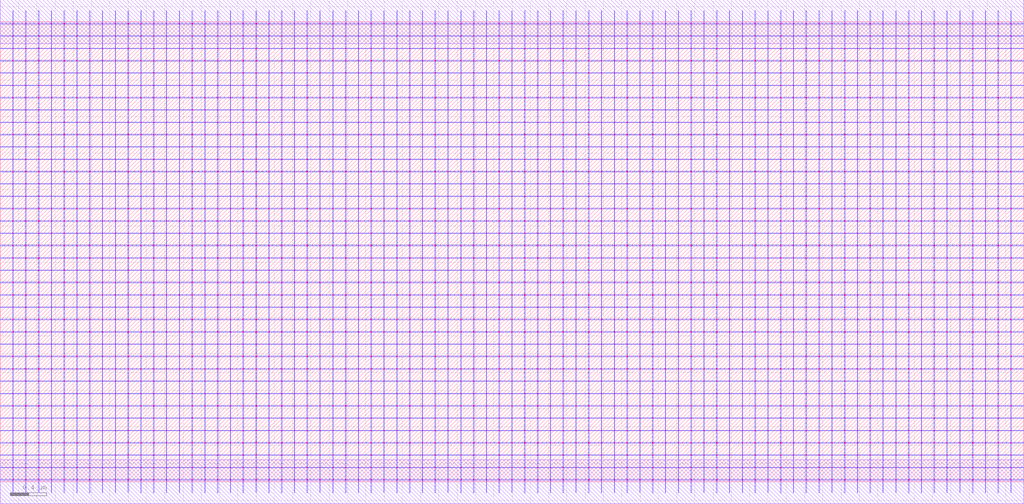
<source format=lef>
MACRO OAAAOI2132_DEBUG
 CLASS CORE ;
 FOREIGN OAAAOI2132_DEBUG 0 0 ;
 SIZE 11.200000000000001 BY 5.04 ;
 ORIGIN 0 0 ;
 SYMMETRY X Y R90 ;
 SITE unit ;

 OBS
    LAYER polycont ;
     RECT 1.11600000 2.58300000 1.12400000 2.59100000 ;
     RECT 2.23600000 2.58300000 2.24400000 2.59100000 ;
     RECT 3.35600000 2.58300000 3.36400000 2.59100000 ;
     RECT 4.47600000 2.58300000 4.48400000 2.59100000 ;
     RECT 5.59600000 2.58300000 5.60400000 2.59100000 ;
     RECT 7.83600000 2.58300000 7.84400000 2.59100000 ;
     RECT 8.95600000 2.58300000 8.96400000 2.59100000 ;
     RECT 10.07600000 2.58300000 10.08400000 2.59100000 ;
     RECT 1.11600000 2.98800000 1.12400000 2.99600000 ;
     RECT 2.23600000 2.98800000 2.24400000 2.99600000 ;
     RECT 3.35600000 2.98800000 3.36400000 2.99600000 ;
     RECT 4.47600000 2.98800000 4.48400000 2.99600000 ;
     RECT 5.59600000 2.98800000 5.60400000 2.99600000 ;
     RECT 7.83600000 2.98800000 7.84400000 2.99600000 ;
     RECT 8.95600000 2.98800000 8.96400000 2.99600000 ;
     RECT 10.07600000 2.98800000 10.08400000 2.99600000 ;

    LAYER pdiffc ;
     RECT 0.41600000 3.39300000 0.42400000 3.40100000 ;
     RECT 6.29600000 3.39300000 6.30400000 3.40100000 ;
     RECT 7.13600000 3.39300000 7.14400000 3.40100000 ;
     RECT 10.77600000 3.39300000 10.78400000 3.40100000 ;
     RECT 0.41600000 3.52800000 0.42400000 3.53600000 ;
     RECT 6.29600000 3.52800000 6.30400000 3.53600000 ;
     RECT 7.13600000 3.52800000 7.14400000 3.53600000 ;
     RECT 10.77600000 3.52800000 10.78400000 3.53600000 ;
     RECT 0.41600000 3.66300000 0.42400000 3.67100000 ;
     RECT 6.29600000 3.66300000 6.30400000 3.67100000 ;
     RECT 7.13600000 3.66300000 7.14400000 3.67100000 ;
     RECT 10.77600000 3.66300000 10.78400000 3.67100000 ;
     RECT 0.41600000 3.79800000 0.42400000 3.80600000 ;
     RECT 6.29600000 3.79800000 6.30400000 3.80600000 ;
     RECT 7.13600000 3.79800000 7.14400000 3.80600000 ;
     RECT 10.77600000 3.79800000 10.78400000 3.80600000 ;
     RECT 0.41600000 3.93300000 0.42400000 3.94100000 ;
     RECT 6.29600000 3.93300000 6.30400000 3.94100000 ;
     RECT 7.13600000 3.93300000 7.14400000 3.94100000 ;
     RECT 10.77600000 3.93300000 10.78400000 3.94100000 ;
     RECT 0.41600000 4.06800000 0.42400000 4.07600000 ;
     RECT 6.29600000 4.06800000 6.30400000 4.07600000 ;
     RECT 7.13600000 4.06800000 7.14400000 4.07600000 ;
     RECT 10.77600000 4.06800000 10.78400000 4.07600000 ;
     RECT 0.41600000 4.20300000 0.42400000 4.21100000 ;
     RECT 6.29600000 4.20300000 6.30400000 4.21100000 ;
     RECT 7.13600000 4.20300000 7.14400000 4.21100000 ;
     RECT 10.77600000 4.20300000 10.78400000 4.21100000 ;
     RECT 0.41600000 4.33800000 0.42400000 4.34600000 ;
     RECT 6.29600000 4.33800000 6.30400000 4.34600000 ;
     RECT 7.13600000 4.33800000 7.14400000 4.34600000 ;
     RECT 10.77600000 4.33800000 10.78400000 4.34600000 ;
     RECT 0.41600000 4.47300000 0.42400000 4.48100000 ;
     RECT 6.29600000 4.47300000 6.30400000 4.48100000 ;
     RECT 7.13600000 4.47300000 7.14400000 4.48100000 ;
     RECT 10.77600000 4.47300000 10.78400000 4.48100000 ;
     RECT 0.41600000 4.60800000 0.42400000 4.61600000 ;
     RECT 6.29600000 4.60800000 6.30400000 4.61600000 ;
     RECT 7.13600000 4.60800000 7.14400000 4.61600000 ;
     RECT 10.77600000 4.60800000 10.78400000 4.61600000 ;

    LAYER ndiffc ;
     RECT 6.15600000 1.23300000 6.16400000 1.24100000 ;
     RECT 6.29600000 1.23300000 6.30400000 1.24100000 ;
     RECT 7.13600000 1.23300000 7.14400000 1.24100000 ;
     RECT 7.27600000 1.23300000 7.28400000 1.24100000 ;
     RECT 8.39600000 1.23300000 8.40400000 1.24100000 ;
     RECT 9.51600000 1.23300000 9.52400000 1.24100000 ;
     RECT 10.63600000 1.23300000 10.64400000 1.24100000 ;
     RECT 10.77600000 1.23300000 10.78400000 1.24100000 ;
     RECT 8.39600000 1.36800000 8.40400000 1.37600000 ;
     RECT 9.51600000 1.36800000 9.52400000 1.37600000 ;
     RECT 10.63600000 1.36800000 10.64400000 1.37600000 ;
     RECT 10.77600000 1.36800000 10.78400000 1.37600000 ;
     RECT 8.39600000 1.50300000 8.40400000 1.51100000 ;
     RECT 9.51600000 1.50300000 9.52400000 1.51100000 ;
     RECT 10.63600000 1.50300000 10.64400000 1.51100000 ;
     RECT 10.77600000 1.50300000 10.78400000 1.51100000 ;
     RECT 8.39600000 1.63800000 8.40400000 1.64600000 ;
     RECT 9.51600000 1.63800000 9.52400000 1.64600000 ;
     RECT 10.63600000 1.63800000 10.64400000 1.64600000 ;
     RECT 10.77600000 1.63800000 10.78400000 1.64600000 ;
     RECT 8.39600000 1.77300000 8.40400000 1.78100000 ;
     RECT 9.51600000 1.77300000 9.52400000 1.78100000 ;
     RECT 10.63600000 1.77300000 10.64400000 1.78100000 ;
     RECT 10.77600000 1.77300000 10.78400000 1.78100000 ;
     RECT 8.39600000 1.90800000 8.40400000 1.91600000 ;
     RECT 9.51600000 1.90800000 9.52400000 1.91600000 ;
     RECT 10.63600000 1.90800000 10.64400000 1.91600000 ;
     RECT 10.77600000 1.90800000 10.78400000 1.91600000 ;
     RECT 8.39600000 2.04300000 8.40400000 2.05100000 ;
     RECT 9.51600000 2.04300000 9.52400000 2.05100000 ;
     RECT 10.63600000 2.04300000 10.64400000 2.05100000 ;
     RECT 10.77600000 2.04300000 10.78400000 2.05100000 ;
     RECT 6.15600000 1.77300000 6.16400000 1.78100000 ;
     RECT 6.29600000 1.77300000 6.30400000 1.78100000 ;
     RECT 7.13600000 1.77300000 7.14400000 1.78100000 ;
     RECT 7.27600000 1.77300000 7.28400000 1.78100000 ;
     RECT 6.15600000 1.36800000 6.16400000 1.37600000 ;
     RECT 6.29600000 1.36800000 6.30400000 1.37600000 ;
     RECT 7.13600000 1.36800000 7.14400000 1.37600000 ;
     RECT 7.27600000 1.36800000 7.28400000 1.37600000 ;
     RECT 6.15600000 1.90800000 6.16400000 1.91600000 ;
     RECT 6.29600000 1.90800000 6.30400000 1.91600000 ;
     RECT 7.13600000 1.90800000 7.14400000 1.91600000 ;
     RECT 7.27600000 1.90800000 7.28400000 1.91600000 ;
     RECT 6.15600000 1.63800000 6.16400000 1.64600000 ;
     RECT 6.29600000 1.63800000 6.30400000 1.64600000 ;
     RECT 7.13600000 1.63800000 7.14400000 1.64600000 ;
     RECT 7.27600000 1.63800000 7.28400000 1.64600000 ;
     RECT 6.15600000 2.04300000 6.16400000 2.05100000 ;
     RECT 6.29600000 2.04300000 6.30400000 2.05100000 ;
     RECT 7.13600000 2.04300000 7.14400000 2.05100000 ;
     RECT 7.27600000 2.04300000 7.28400000 2.05100000 ;
     RECT 6.15600000 1.50300000 6.16400000 1.51100000 ;
     RECT 6.29600000 1.50300000 6.30400000 1.51100000 ;
     RECT 7.13600000 1.50300000 7.14400000 1.51100000 ;
     RECT 7.27600000 1.50300000 7.28400000 1.51100000 ;
     RECT 6.15600000 0.69300000 6.16400000 0.70100000 ;
     RECT 6.29600000 0.69300000 6.30400000 0.70100000 ;
     RECT 7.13600000 0.69300000 7.14400000 0.70100000 ;
     RECT 7.27600000 0.69300000 7.28400000 0.70100000 ;
     RECT 6.15600000 0.82800000 6.16400000 0.83600000 ;
     RECT 6.29600000 0.82800000 6.30400000 0.83600000 ;
     RECT 7.13600000 0.82800000 7.14400000 0.83600000 ;
     RECT 7.27600000 0.82800000 7.28400000 0.83600000 ;
     RECT 6.15600000 0.96300000 6.16400000 0.97100000 ;
     RECT 6.29600000 0.96300000 6.30400000 0.97100000 ;
     RECT 7.13600000 0.96300000 7.14400000 0.97100000 ;
     RECT 7.27600000 0.96300000 7.28400000 0.97100000 ;
     RECT 6.15600000 1.09800000 6.16400000 1.10600000 ;
     RECT 6.29600000 1.09800000 6.30400000 1.10600000 ;
     RECT 7.13600000 1.09800000 7.14400000 1.10600000 ;
     RECT 7.27600000 1.09800000 7.28400000 1.10600000 ;
     RECT 6.15600000 0.42300000 6.16400000 0.43100000 ;
     RECT 6.29600000 0.42300000 6.30400000 0.43100000 ;
     RECT 7.13600000 0.42300000 7.14400000 0.43100000 ;
     RECT 7.27600000 0.42300000 7.28400000 0.43100000 ;
     RECT 6.15600000 0.55800000 6.16400000 0.56600000 ;
     RECT 6.29600000 0.55800000 6.30400000 0.56600000 ;
     RECT 7.13600000 0.55800000 7.14400000 0.56600000 ;
     RECT 7.27600000 0.55800000 7.28400000 0.56600000 ;
     RECT 8.39600000 0.42300000 8.40400000 0.43100000 ;
     RECT 9.51600000 0.42300000 9.52400000 0.43100000 ;
     RECT 10.63600000 0.42300000 10.64400000 0.43100000 ;
     RECT 10.77600000 0.42300000 10.78400000 0.43100000 ;
     RECT 8.39600000 0.96300000 8.40400000 0.97100000 ;
     RECT 9.51600000 0.96300000 9.52400000 0.97100000 ;
     RECT 10.63600000 0.96300000 10.64400000 0.97100000 ;
     RECT 10.77600000 0.96300000 10.78400000 0.97100000 ;
     RECT 8.39600000 0.69300000 8.40400000 0.70100000 ;
     RECT 9.51600000 0.69300000 9.52400000 0.70100000 ;
     RECT 10.63600000 0.69300000 10.64400000 0.70100000 ;
     RECT 10.77600000 0.69300000 10.78400000 0.70100000 ;
     RECT 8.39600000 1.09800000 8.40400000 1.10600000 ;
     RECT 9.51600000 1.09800000 9.52400000 1.10600000 ;
     RECT 10.63600000 1.09800000 10.64400000 1.10600000 ;
     RECT 10.77600000 1.09800000 10.78400000 1.10600000 ;
     RECT 8.39600000 0.55800000 8.40400000 0.56600000 ;
     RECT 9.51600000 0.55800000 9.52400000 0.56600000 ;
     RECT 10.63600000 0.55800000 10.64400000 0.56600000 ;
     RECT 10.77600000 0.55800000 10.78400000 0.56600000 ;
     RECT 8.39600000 0.82800000 8.40400000 0.83600000 ;
     RECT 9.51600000 0.82800000 9.52400000 0.83600000 ;
     RECT 10.63600000 0.82800000 10.64400000 0.83600000 ;
     RECT 10.77600000 0.82800000 10.78400000 0.83600000 ;
     RECT 0.41600000 0.96300000 0.42400000 0.97100000 ;
     RECT 0.55600000 0.96300000 0.56400000 0.97100000 ;
     RECT 1.67600000 0.96300000 1.68400000 0.97100000 ;
     RECT 2.79600000 0.96300000 2.80400000 0.97100000 ;
     RECT 3.91600000 0.96300000 3.92400000 0.97100000 ;
     RECT 5.03600000 0.96300000 5.04400000 0.97100000 ;
     RECT 3.91600000 0.69300000 3.92400000 0.70100000 ;
     RECT 5.03600000 0.69300000 5.04400000 0.70100000 ;
     RECT 0.41600000 1.50300000 0.42400000 1.51100000 ;
     RECT 0.55600000 1.50300000 0.56400000 1.51100000 ;
     RECT 1.67600000 1.50300000 1.68400000 1.51100000 ;
     RECT 2.79600000 1.50300000 2.80400000 1.51100000 ;
     RECT 3.91600000 1.50300000 3.92400000 1.51100000 ;
     RECT 5.03600000 1.50300000 5.04400000 1.51100000 ;
     RECT 1.67600000 0.55800000 1.68400000 0.56600000 ;
     RECT 2.79600000 0.55800000 2.80400000 0.56600000 ;
     RECT 3.91600000 0.55800000 3.92400000 0.56600000 ;
     RECT 5.03600000 0.55800000 5.04400000 0.56600000 ;
     RECT 1.67600000 0.42300000 1.68400000 0.43100000 ;
     RECT 2.79600000 0.42300000 2.80400000 0.43100000 ;
     RECT 0.41600000 1.09800000 0.42400000 1.10600000 ;
     RECT 0.55600000 1.09800000 0.56400000 1.10600000 ;
     RECT 0.41600000 1.63800000 0.42400000 1.64600000 ;
     RECT 0.55600000 1.63800000 0.56400000 1.64600000 ;
     RECT 1.67600000 1.63800000 1.68400000 1.64600000 ;
     RECT 2.79600000 1.63800000 2.80400000 1.64600000 ;
     RECT 3.91600000 1.63800000 3.92400000 1.64600000 ;
     RECT 5.03600000 1.63800000 5.04400000 1.64600000 ;
     RECT 1.67600000 1.09800000 1.68400000 1.10600000 ;
     RECT 2.79600000 1.09800000 2.80400000 1.10600000 ;
     RECT 3.91600000 1.09800000 3.92400000 1.10600000 ;
     RECT 5.03600000 1.09800000 5.04400000 1.10600000 ;
     RECT 3.91600000 0.42300000 3.92400000 0.43100000 ;
     RECT 5.03600000 0.42300000 5.04400000 0.43100000 ;
     RECT 0.41600000 0.82800000 0.42400000 0.83600000 ;
     RECT 0.55600000 0.82800000 0.56400000 0.83600000 ;
     RECT 0.41600000 1.77300000 0.42400000 1.78100000 ;
     RECT 0.55600000 1.77300000 0.56400000 1.78100000 ;
     RECT 1.67600000 1.77300000 1.68400000 1.78100000 ;
     RECT 2.79600000 1.77300000 2.80400000 1.78100000 ;
     RECT 3.91600000 1.77300000 3.92400000 1.78100000 ;
     RECT 5.03600000 1.77300000 5.04400000 1.78100000 ;
     RECT 1.67600000 0.82800000 1.68400000 0.83600000 ;
     RECT 2.79600000 0.82800000 2.80400000 0.83600000 ;
     RECT 3.91600000 0.82800000 3.92400000 0.83600000 ;
     RECT 5.03600000 0.82800000 5.04400000 0.83600000 ;
     RECT 0.41600000 1.23300000 0.42400000 1.24100000 ;
     RECT 0.55600000 1.23300000 0.56400000 1.24100000 ;
     RECT 1.67600000 1.23300000 1.68400000 1.24100000 ;
     RECT 2.79600000 1.23300000 2.80400000 1.24100000 ;
     RECT 0.41600000 1.90800000 0.42400000 1.91600000 ;
     RECT 0.55600000 1.90800000 0.56400000 1.91600000 ;
     RECT 1.67600000 1.90800000 1.68400000 1.91600000 ;
     RECT 2.79600000 1.90800000 2.80400000 1.91600000 ;
     RECT 3.91600000 1.90800000 3.92400000 1.91600000 ;
     RECT 5.03600000 1.90800000 5.04400000 1.91600000 ;
     RECT 3.91600000 1.23300000 3.92400000 1.24100000 ;
     RECT 5.03600000 1.23300000 5.04400000 1.24100000 ;
     RECT 0.41600000 0.42300000 0.42400000 0.43100000 ;
     RECT 0.55600000 0.42300000 0.56400000 0.43100000 ;
     RECT 0.41600000 0.55800000 0.42400000 0.56600000 ;
     RECT 0.55600000 0.55800000 0.56400000 0.56600000 ;
     RECT 0.41600000 0.69300000 0.42400000 0.70100000 ;
     RECT 0.55600000 0.69300000 0.56400000 0.70100000 ;
     RECT 0.41600000 2.04300000 0.42400000 2.05100000 ;
     RECT 0.55600000 2.04300000 0.56400000 2.05100000 ;
     RECT 1.67600000 2.04300000 1.68400000 2.05100000 ;
     RECT 2.79600000 2.04300000 2.80400000 2.05100000 ;
     RECT 3.91600000 2.04300000 3.92400000 2.05100000 ;
     RECT 5.03600000 2.04300000 5.04400000 2.05100000 ;
     RECT 1.67600000 0.69300000 1.68400000 0.70100000 ;
     RECT 2.79600000 0.69300000 2.80400000 0.70100000 ;
     RECT 0.41600000 1.36800000 0.42400000 1.37600000 ;
     RECT 0.55600000 1.36800000 0.56400000 1.37600000 ;
     RECT 1.67600000 1.36800000 1.68400000 1.37600000 ;
     RECT 2.79600000 1.36800000 2.80400000 1.37600000 ;
     RECT 3.91600000 1.36800000 3.92400000 1.37600000 ;
     RECT 5.03600000 1.36800000 5.04400000 1.37600000 ;

    LAYER met1 ;
     RECT 0.00000000 -0.24000000 11.20000000 0.24000000 ;
     RECT 5.59600000 0.24000000 5.60400000 0.28800000 ;
     RECT 0.02500000 0.28800000 11.17500000 0.29600000 ;
     RECT 5.59600000 0.29600000 5.60400000 0.42300000 ;
     RECT 0.02500000 0.42300000 11.17500000 0.43100000 ;
     RECT 5.59600000 0.43100000 5.60400000 0.55800000 ;
     RECT 0.02500000 0.55800000 11.17500000 0.56600000 ;
     RECT 5.59600000 0.56600000 5.60400000 0.69300000 ;
     RECT 0.02500000 0.69300000 11.17500000 0.70100000 ;
     RECT 5.59600000 0.70100000 5.60400000 0.82800000 ;
     RECT 0.02500000 0.82800000 11.17500000 0.83600000 ;
     RECT 5.59600000 0.83600000 5.60400000 0.96300000 ;
     RECT 0.02500000 0.96300000 11.17500000 0.97100000 ;
     RECT 5.59600000 0.97100000 5.60400000 1.09800000 ;
     RECT 0.02500000 1.09800000 11.17500000 1.10600000 ;
     RECT 5.59600000 1.10600000 5.60400000 1.23300000 ;
     RECT 0.02500000 1.23300000 11.17500000 1.24100000 ;
     RECT 5.59600000 1.24100000 5.60400000 1.36800000 ;
     RECT 0.02500000 1.36800000 11.17500000 1.37600000 ;
     RECT 5.59600000 1.37600000 5.60400000 1.50300000 ;
     RECT 0.02500000 1.50300000 11.17500000 1.51100000 ;
     RECT 5.59600000 1.51100000 5.60400000 1.63800000 ;
     RECT 0.02500000 1.63800000 11.17500000 1.64600000 ;
     RECT 5.59600000 1.64600000 5.60400000 1.77300000 ;
     RECT 0.02500000 1.77300000 11.17500000 1.78100000 ;
     RECT 5.59600000 1.78100000 5.60400000 1.90800000 ;
     RECT 0.02500000 1.90800000 11.17500000 1.91600000 ;
     RECT 5.59600000 1.91600000 5.60400000 2.04300000 ;
     RECT 0.02500000 2.04300000 11.17500000 2.05100000 ;
     RECT 5.59600000 2.05100000 5.60400000 2.17800000 ;
     RECT 0.02500000 2.17800000 11.17500000 2.18600000 ;
     RECT 5.59600000 2.18600000 5.60400000 2.31300000 ;
     RECT 0.02500000 2.31300000 11.17500000 2.32100000 ;
     RECT 5.59600000 2.32100000 5.60400000 2.44800000 ;
     RECT 0.02500000 2.44800000 11.17500000 2.45600000 ;
     RECT 0.13600000 2.45600000 0.14400000 2.58300000 ;
     RECT 0.27600000 2.45600000 0.28400000 2.58300000 ;
     RECT 0.41600000 2.45600000 0.42400000 2.58300000 ;
     RECT 0.55600000 2.45600000 0.56400000 2.58300000 ;
     RECT 0.69600000 2.45600000 0.70400000 2.58300000 ;
     RECT 0.83600000 2.45600000 0.84400000 2.58300000 ;
     RECT 0.97600000 2.45600000 0.98400000 2.58300000 ;
     RECT 1.11600000 2.45600000 1.12400000 2.58300000 ;
     RECT 1.25600000 2.45600000 1.26400000 2.58300000 ;
     RECT 1.39600000 2.45600000 1.40400000 2.58300000 ;
     RECT 1.53600000 2.45600000 1.54400000 2.58300000 ;
     RECT 1.67600000 2.45600000 1.68400000 2.58300000 ;
     RECT 1.81600000 2.45600000 1.82400000 2.58300000 ;
     RECT 1.95600000 2.45600000 1.96400000 2.58300000 ;
     RECT 2.09600000 2.45600000 2.10400000 2.58300000 ;
     RECT 2.23600000 2.45600000 2.24400000 2.58300000 ;
     RECT 2.37600000 2.45600000 2.38400000 2.58300000 ;
     RECT 2.51600000 2.45600000 2.52400000 2.58300000 ;
     RECT 2.65600000 2.45600000 2.66400000 2.58300000 ;
     RECT 2.79600000 2.45600000 2.80400000 2.58300000 ;
     RECT 2.93600000 2.45600000 2.94400000 2.58300000 ;
     RECT 3.07600000 2.45600000 3.08400000 2.58300000 ;
     RECT 3.21600000 2.45600000 3.22400000 2.58300000 ;
     RECT 3.35600000 2.45600000 3.36400000 2.58300000 ;
     RECT 3.49600000 2.45600000 3.50400000 2.58300000 ;
     RECT 3.63600000 2.45600000 3.64400000 2.58300000 ;
     RECT 3.77600000 2.45600000 3.78400000 2.58300000 ;
     RECT 3.91600000 2.45600000 3.92400000 2.58300000 ;
     RECT 4.05600000 2.45600000 4.06400000 2.58300000 ;
     RECT 4.19600000 2.45600000 4.20400000 2.58300000 ;
     RECT 4.33600000 2.45600000 4.34400000 2.58300000 ;
     RECT 4.47600000 2.45600000 4.48400000 2.58300000 ;
     RECT 4.61600000 2.45600000 4.62400000 2.58300000 ;
     RECT 4.75600000 2.45600000 4.76400000 2.58300000 ;
     RECT 4.89600000 2.45600000 4.90400000 2.58300000 ;
     RECT 5.03600000 2.45600000 5.04400000 2.58300000 ;
     RECT 5.17600000 2.45600000 5.18400000 2.58300000 ;
     RECT 5.31600000 2.45600000 5.32400000 2.58300000 ;
     RECT 5.45600000 2.45600000 5.46400000 2.58300000 ;
     RECT 5.59600000 2.45600000 5.60400000 2.58300000 ;
     RECT 5.73600000 2.45600000 5.74400000 2.58300000 ;
     RECT 5.87600000 2.45600000 5.88400000 2.58300000 ;
     RECT 6.01600000 2.45600000 6.02400000 2.58300000 ;
     RECT 6.15600000 2.45600000 6.16400000 2.58300000 ;
     RECT 6.29600000 2.45600000 6.30400000 2.58300000 ;
     RECT 6.43600000 2.45600000 6.44400000 2.58300000 ;
     RECT 6.57600000 2.45600000 6.58400000 2.58300000 ;
     RECT 6.71600000 2.45600000 6.72400000 2.58300000 ;
     RECT 6.85600000 2.45600000 6.86400000 2.58300000 ;
     RECT 6.99600000 2.45600000 7.00400000 2.58300000 ;
     RECT 7.13600000 2.45600000 7.14400000 2.58300000 ;
     RECT 7.27600000 2.45600000 7.28400000 2.58300000 ;
     RECT 7.41600000 2.45600000 7.42400000 2.58300000 ;
     RECT 7.55600000 2.45600000 7.56400000 2.58300000 ;
     RECT 7.69600000 2.45600000 7.70400000 2.58300000 ;
     RECT 7.83600000 2.45600000 7.84400000 2.58300000 ;
     RECT 7.97600000 2.45600000 7.98400000 2.58300000 ;
     RECT 8.11600000 2.45600000 8.12400000 2.58300000 ;
     RECT 8.25600000 2.45600000 8.26400000 2.58300000 ;
     RECT 8.39600000 2.45600000 8.40400000 2.58300000 ;
     RECT 8.53600000 2.45600000 8.54400000 2.58300000 ;
     RECT 8.67600000 2.45600000 8.68400000 2.58300000 ;
     RECT 8.81600000 2.45600000 8.82400000 2.58300000 ;
     RECT 8.95600000 2.45600000 8.96400000 2.58300000 ;
     RECT 9.09600000 2.45600000 9.10400000 2.58300000 ;
     RECT 9.23600000 2.45600000 9.24400000 2.58300000 ;
     RECT 9.37600000 2.45600000 9.38400000 2.58300000 ;
     RECT 9.51600000 2.45600000 9.52400000 2.58300000 ;
     RECT 9.65600000 2.45600000 9.66400000 2.58300000 ;
     RECT 9.79600000 2.45600000 9.80400000 2.58300000 ;
     RECT 9.93600000 2.45600000 9.94400000 2.58300000 ;
     RECT 10.07600000 2.45600000 10.08400000 2.58300000 ;
     RECT 10.21600000 2.45600000 10.22400000 2.58300000 ;
     RECT 10.35600000 2.45600000 10.36400000 2.58300000 ;
     RECT 10.49600000 2.45600000 10.50400000 2.58300000 ;
     RECT 10.63600000 2.45600000 10.64400000 2.58300000 ;
     RECT 10.77600000 2.45600000 10.78400000 2.58300000 ;
     RECT 10.91600000 2.45600000 10.92400000 2.58300000 ;
     RECT 11.05600000 2.45600000 11.06400000 2.58300000 ;
     RECT 0.02500000 2.58300000 11.17500000 2.59100000 ;
     RECT 5.59600000 2.59100000 5.60400000 2.71800000 ;
     RECT 0.02500000 2.71800000 11.17500000 2.72600000 ;
     RECT 5.59600000 2.72600000 5.60400000 2.85300000 ;
     RECT 0.02500000 2.85300000 11.17500000 2.86100000 ;
     RECT 5.59600000 2.86100000 5.60400000 2.98800000 ;
     RECT 0.02500000 2.98800000 11.17500000 2.99600000 ;
     RECT 5.59600000 2.99600000 5.60400000 3.12300000 ;
     RECT 0.02500000 3.12300000 11.17500000 3.13100000 ;
     RECT 5.59600000 3.13100000 5.60400000 3.25800000 ;
     RECT 0.02500000 3.25800000 11.17500000 3.26600000 ;
     RECT 5.59600000 3.26600000 5.60400000 3.39300000 ;
     RECT 0.02500000 3.39300000 11.17500000 3.40100000 ;
     RECT 5.59600000 3.40100000 5.60400000 3.52800000 ;
     RECT 0.02500000 3.52800000 11.17500000 3.53600000 ;
     RECT 5.59600000 3.53600000 5.60400000 3.66300000 ;
     RECT 0.02500000 3.66300000 11.17500000 3.67100000 ;
     RECT 5.59600000 3.67100000 5.60400000 3.79800000 ;
     RECT 0.02500000 3.79800000 11.17500000 3.80600000 ;
     RECT 5.59600000 3.80600000 5.60400000 3.93300000 ;
     RECT 0.02500000 3.93300000 11.17500000 3.94100000 ;
     RECT 5.59600000 3.94100000 5.60400000 4.06800000 ;
     RECT 0.02500000 4.06800000 11.17500000 4.07600000 ;
     RECT 5.59600000 4.07600000 5.60400000 4.20300000 ;
     RECT 0.02500000 4.20300000 11.17500000 4.21100000 ;
     RECT 5.59600000 4.21100000 5.60400000 4.33800000 ;
     RECT 0.02500000 4.33800000 11.17500000 4.34600000 ;
     RECT 5.59600000 4.34600000 5.60400000 4.47300000 ;
     RECT 0.02500000 4.47300000 11.17500000 4.48100000 ;
     RECT 5.59600000 4.48100000 5.60400000 4.60800000 ;
     RECT 0.02500000 4.60800000 11.17500000 4.61600000 ;
     RECT 5.59600000 4.61600000 5.60400000 4.74300000 ;
     RECT 0.02500000 4.74300000 11.17500000 4.75100000 ;
     RECT 5.59600000 4.75100000 5.60400000 4.80000000 ;
     RECT 0.00000000 4.80000000 11.20000000 5.28000000 ;
     RECT 8.39600000 2.72600000 8.40400000 2.85300000 ;
     RECT 8.39600000 2.86100000 8.40400000 2.98800000 ;
     RECT 8.39600000 2.99600000 8.40400000 3.12300000 ;
     RECT 8.39600000 3.13100000 8.40400000 3.25800000 ;
     RECT 8.39600000 3.26600000 8.40400000 3.39300000 ;
     RECT 8.39600000 3.40100000 8.40400000 3.52800000 ;
     RECT 8.39600000 3.53600000 8.40400000 3.66300000 ;
     RECT 8.39600000 3.67100000 8.40400000 3.79800000 ;
     RECT 5.73600000 3.80600000 5.74400000 3.93300000 ;
     RECT 5.87600000 3.80600000 5.88400000 3.93300000 ;
     RECT 6.01600000 3.80600000 6.02400000 3.93300000 ;
     RECT 6.15600000 3.80600000 6.16400000 3.93300000 ;
     RECT 6.29600000 3.80600000 6.30400000 3.93300000 ;
     RECT 6.43600000 3.80600000 6.44400000 3.93300000 ;
     RECT 6.57600000 3.80600000 6.58400000 3.93300000 ;
     RECT 6.71600000 3.80600000 6.72400000 3.93300000 ;
     RECT 6.85600000 3.80600000 6.86400000 3.93300000 ;
     RECT 6.99600000 3.80600000 7.00400000 3.93300000 ;
     RECT 7.13600000 3.80600000 7.14400000 3.93300000 ;
     RECT 7.27600000 3.80600000 7.28400000 3.93300000 ;
     RECT 7.41600000 3.80600000 7.42400000 3.93300000 ;
     RECT 7.55600000 3.80600000 7.56400000 3.93300000 ;
     RECT 7.69600000 3.80600000 7.70400000 3.93300000 ;
     RECT 7.83600000 3.80600000 7.84400000 3.93300000 ;
     RECT 7.97600000 3.80600000 7.98400000 3.93300000 ;
     RECT 8.11600000 3.80600000 8.12400000 3.93300000 ;
     RECT 8.25600000 3.80600000 8.26400000 3.93300000 ;
     RECT 8.39600000 3.80600000 8.40400000 3.93300000 ;
     RECT 8.53600000 3.80600000 8.54400000 3.93300000 ;
     RECT 8.67600000 3.80600000 8.68400000 3.93300000 ;
     RECT 8.81600000 3.80600000 8.82400000 3.93300000 ;
     RECT 8.95600000 3.80600000 8.96400000 3.93300000 ;
     RECT 9.09600000 3.80600000 9.10400000 3.93300000 ;
     RECT 9.23600000 3.80600000 9.24400000 3.93300000 ;
     RECT 9.37600000 3.80600000 9.38400000 3.93300000 ;
     RECT 9.51600000 3.80600000 9.52400000 3.93300000 ;
     RECT 9.65600000 3.80600000 9.66400000 3.93300000 ;
     RECT 9.79600000 3.80600000 9.80400000 3.93300000 ;
     RECT 9.93600000 3.80600000 9.94400000 3.93300000 ;
     RECT 10.07600000 3.80600000 10.08400000 3.93300000 ;
     RECT 10.21600000 3.80600000 10.22400000 3.93300000 ;
     RECT 10.35600000 3.80600000 10.36400000 3.93300000 ;
     RECT 10.49600000 3.80600000 10.50400000 3.93300000 ;
     RECT 10.63600000 3.80600000 10.64400000 3.93300000 ;
     RECT 10.77600000 3.80600000 10.78400000 3.93300000 ;
     RECT 10.91600000 3.80600000 10.92400000 3.93300000 ;
     RECT 11.05600000 3.80600000 11.06400000 3.93300000 ;
     RECT 8.39600000 2.59100000 8.40400000 2.71800000 ;
     RECT 8.39600000 3.94100000 8.40400000 4.06800000 ;
     RECT 8.39600000 4.07600000 8.40400000 4.20300000 ;
     RECT 8.39600000 4.21100000 8.40400000 4.33800000 ;
     RECT 8.39600000 4.34600000 8.40400000 4.47300000 ;
     RECT 8.39600000 4.48100000 8.40400000 4.60800000 ;
     RECT 8.39600000 4.61600000 8.40400000 4.74300000 ;
     RECT 8.39600000 4.75100000 8.40400000 4.80000000 ;
     RECT 9.79600000 3.94100000 9.80400000 4.06800000 ;
     RECT 9.79600000 4.07600000 9.80400000 4.20300000 ;
     RECT 9.79600000 4.21100000 9.80400000 4.33800000 ;
     RECT 9.79600000 4.34600000 9.80400000 4.47300000 ;
     RECT 8.53600000 4.48100000 8.54400000 4.60800000 ;
     RECT 8.67600000 4.48100000 8.68400000 4.60800000 ;
     RECT 8.81600000 4.48100000 8.82400000 4.60800000 ;
     RECT 8.95600000 4.48100000 8.96400000 4.60800000 ;
     RECT 9.09600000 4.48100000 9.10400000 4.60800000 ;
     RECT 9.23600000 4.48100000 9.24400000 4.60800000 ;
     RECT 9.37600000 4.48100000 9.38400000 4.60800000 ;
     RECT 9.51600000 4.48100000 9.52400000 4.60800000 ;
     RECT 9.65600000 4.48100000 9.66400000 4.60800000 ;
     RECT 9.79600000 4.48100000 9.80400000 4.60800000 ;
     RECT 9.93600000 4.48100000 9.94400000 4.60800000 ;
     RECT 10.07600000 4.48100000 10.08400000 4.60800000 ;
     RECT 10.21600000 4.48100000 10.22400000 4.60800000 ;
     RECT 10.35600000 4.48100000 10.36400000 4.60800000 ;
     RECT 10.49600000 4.48100000 10.50400000 4.60800000 ;
     RECT 10.63600000 4.48100000 10.64400000 4.60800000 ;
     RECT 10.77600000 4.48100000 10.78400000 4.60800000 ;
     RECT 10.91600000 4.48100000 10.92400000 4.60800000 ;
     RECT 11.05600000 4.48100000 11.06400000 4.60800000 ;
     RECT 9.79600000 4.61600000 9.80400000 4.74300000 ;
     RECT 9.79600000 4.75100000 9.80400000 4.80000000 ;
     RECT 10.07600000 4.61600000 10.08400000 4.74300000 ;
     RECT 10.21600000 4.61600000 10.22400000 4.74300000 ;
     RECT 10.35600000 4.61600000 10.36400000 4.74300000 ;
     RECT 10.49600000 4.61600000 10.50400000 4.74300000 ;
     RECT 10.63600000 4.61600000 10.64400000 4.74300000 ;
     RECT 10.77600000 4.61600000 10.78400000 4.74300000 ;
     RECT 10.91600000 4.61600000 10.92400000 4.74300000 ;
     RECT 11.05600000 4.61600000 11.06400000 4.74300000 ;
     RECT 9.93600000 4.61600000 9.94400000 4.74300000 ;
     RECT 9.93600000 4.75100000 9.94400000 4.80000000 ;
     RECT 10.07600000 4.75100000 10.08400000 4.80000000 ;
     RECT 10.21600000 4.75100000 10.22400000 4.80000000 ;
     RECT 10.35600000 4.75100000 10.36400000 4.80000000 ;
     RECT 10.49600000 4.75100000 10.50400000 4.80000000 ;
     RECT 10.63600000 4.75100000 10.64400000 4.80000000 ;
     RECT 10.77600000 4.75100000 10.78400000 4.80000000 ;
     RECT 10.91600000 4.75100000 10.92400000 4.80000000 ;
     RECT 11.05600000 4.75100000 11.06400000 4.80000000 ;
     RECT 8.67600000 4.75100000 8.68400000 4.80000000 ;
     RECT 8.81600000 4.75100000 8.82400000 4.80000000 ;
     RECT 8.95600000 4.75100000 8.96400000 4.80000000 ;
     RECT 9.09600000 4.75100000 9.10400000 4.80000000 ;
     RECT 9.23600000 4.75100000 9.24400000 4.80000000 ;
     RECT 9.37600000 4.75100000 9.38400000 4.80000000 ;
     RECT 9.51600000 4.75100000 9.52400000 4.80000000 ;
     RECT 9.65600000 4.75100000 9.66400000 4.80000000 ;
     RECT 8.67600000 4.61600000 8.68400000 4.74300000 ;
     RECT 8.81600000 4.61600000 8.82400000 4.74300000 ;
     RECT 8.95600000 4.61600000 8.96400000 4.74300000 ;
     RECT 9.09600000 4.61600000 9.10400000 4.74300000 ;
     RECT 9.23600000 4.61600000 9.24400000 4.74300000 ;
     RECT 9.37600000 4.61600000 9.38400000 4.74300000 ;
     RECT 9.51600000 4.61600000 9.52400000 4.74300000 ;
     RECT 9.65600000 4.61600000 9.66400000 4.74300000 ;
     RECT 8.53600000 4.61600000 8.54400000 4.74300000 ;
     RECT 8.53600000 4.75100000 8.54400000 4.80000000 ;
     RECT 8.81600000 3.94100000 8.82400000 4.06800000 ;
     RECT 8.53600000 4.34600000 8.54400000 4.47300000 ;
     RECT 8.67600000 4.34600000 8.68400000 4.47300000 ;
     RECT 8.81600000 4.34600000 8.82400000 4.47300000 ;
     RECT 8.95600000 4.34600000 8.96400000 4.47300000 ;
     RECT 9.09600000 4.34600000 9.10400000 4.47300000 ;
     RECT 9.23600000 4.34600000 9.24400000 4.47300000 ;
     RECT 9.37600000 4.34600000 9.38400000 4.47300000 ;
     RECT 9.51600000 4.34600000 9.52400000 4.47300000 ;
     RECT 9.65600000 4.34600000 9.66400000 4.47300000 ;
     RECT 9.37600000 3.94100000 9.38400000 4.06800000 ;
     RECT 8.95600000 3.94100000 8.96400000 4.06800000 ;
     RECT 8.53600000 3.94100000 8.54400000 4.06800000 ;
     RECT 8.53600000 4.07600000 8.54400000 4.20300000 ;
     RECT 8.67600000 4.07600000 8.68400000 4.20300000 ;
     RECT 8.81600000 4.07600000 8.82400000 4.20300000 ;
     RECT 9.23600000 3.94100000 9.24400000 4.06800000 ;
     RECT 8.95600000 4.07600000 8.96400000 4.20300000 ;
     RECT 9.09600000 4.07600000 9.10400000 4.20300000 ;
     RECT 9.23600000 4.07600000 9.24400000 4.20300000 ;
     RECT 9.37600000 4.07600000 9.38400000 4.20300000 ;
     RECT 9.51600000 4.07600000 9.52400000 4.20300000 ;
     RECT 9.65600000 4.07600000 9.66400000 4.20300000 ;
     RECT 9.51600000 3.94100000 9.52400000 4.06800000 ;
     RECT 8.67600000 3.94100000 8.68400000 4.06800000 ;
     RECT 8.53600000 4.21100000 8.54400000 4.33800000 ;
     RECT 8.67600000 4.21100000 8.68400000 4.33800000 ;
     RECT 8.81600000 4.21100000 8.82400000 4.33800000 ;
     RECT 8.95600000 4.21100000 8.96400000 4.33800000 ;
     RECT 9.09600000 4.21100000 9.10400000 4.33800000 ;
     RECT 9.23600000 4.21100000 9.24400000 4.33800000 ;
     RECT 9.37600000 4.21100000 9.38400000 4.33800000 ;
     RECT 9.09600000 3.94100000 9.10400000 4.06800000 ;
     RECT 9.51600000 4.21100000 9.52400000 4.33800000 ;
     RECT 9.65600000 4.21100000 9.66400000 4.33800000 ;
     RECT 9.65600000 3.94100000 9.66400000 4.06800000 ;
     RECT 10.35600000 3.94100000 10.36400000 4.06800000 ;
     RECT 10.49600000 3.94100000 10.50400000 4.06800000 ;
     RECT 10.63600000 3.94100000 10.64400000 4.06800000 ;
     RECT 9.93600000 4.34600000 9.94400000 4.47300000 ;
     RECT 10.07600000 4.34600000 10.08400000 4.47300000 ;
     RECT 10.21600000 4.34600000 10.22400000 4.47300000 ;
     RECT 10.35600000 4.34600000 10.36400000 4.47300000 ;
     RECT 10.49600000 4.34600000 10.50400000 4.47300000 ;
     RECT 10.63600000 4.34600000 10.64400000 4.47300000 ;
     RECT 10.77600000 4.34600000 10.78400000 4.47300000 ;
     RECT 10.91600000 4.34600000 10.92400000 4.47300000 ;
     RECT 11.05600000 4.34600000 11.06400000 4.47300000 ;
     RECT 10.77600000 3.94100000 10.78400000 4.06800000 ;
     RECT 10.91600000 3.94100000 10.92400000 4.06800000 ;
     RECT 11.05600000 3.94100000 11.06400000 4.06800000 ;
     RECT 9.93600000 3.94100000 9.94400000 4.06800000 ;
     RECT 10.07600000 3.94100000 10.08400000 4.06800000 ;
     RECT 9.93600000 4.07600000 9.94400000 4.20300000 ;
     RECT 10.07600000 4.07600000 10.08400000 4.20300000 ;
     RECT 9.93600000 4.21100000 9.94400000 4.33800000 ;
     RECT 10.07600000 4.21100000 10.08400000 4.33800000 ;
     RECT 10.21600000 4.21100000 10.22400000 4.33800000 ;
     RECT 10.35600000 4.21100000 10.36400000 4.33800000 ;
     RECT 10.49600000 4.21100000 10.50400000 4.33800000 ;
     RECT 10.63600000 4.21100000 10.64400000 4.33800000 ;
     RECT 10.77600000 4.21100000 10.78400000 4.33800000 ;
     RECT 10.91600000 4.21100000 10.92400000 4.33800000 ;
     RECT 11.05600000 4.21100000 11.06400000 4.33800000 ;
     RECT 10.21600000 4.07600000 10.22400000 4.20300000 ;
     RECT 10.35600000 4.07600000 10.36400000 4.20300000 ;
     RECT 10.49600000 4.07600000 10.50400000 4.20300000 ;
     RECT 10.63600000 4.07600000 10.64400000 4.20300000 ;
     RECT 10.77600000 4.07600000 10.78400000 4.20300000 ;
     RECT 10.91600000 4.07600000 10.92400000 4.20300000 ;
     RECT 11.05600000 4.07600000 11.06400000 4.20300000 ;
     RECT 10.21600000 3.94100000 10.22400000 4.06800000 ;
     RECT 6.99600000 3.94100000 7.00400000 4.06800000 ;
     RECT 5.73600000 4.48100000 5.74400000 4.60800000 ;
     RECT 5.87600000 4.48100000 5.88400000 4.60800000 ;
     RECT 6.01600000 4.48100000 6.02400000 4.60800000 ;
     RECT 6.15600000 4.48100000 6.16400000 4.60800000 ;
     RECT 6.29600000 4.48100000 6.30400000 4.60800000 ;
     RECT 6.43600000 4.48100000 6.44400000 4.60800000 ;
     RECT 6.57600000 4.48100000 6.58400000 4.60800000 ;
     RECT 6.71600000 4.48100000 6.72400000 4.60800000 ;
     RECT 6.85600000 4.48100000 6.86400000 4.60800000 ;
     RECT 6.99600000 4.48100000 7.00400000 4.60800000 ;
     RECT 7.13600000 4.48100000 7.14400000 4.60800000 ;
     RECT 7.27600000 4.48100000 7.28400000 4.60800000 ;
     RECT 7.41600000 4.48100000 7.42400000 4.60800000 ;
     RECT 7.55600000 4.48100000 7.56400000 4.60800000 ;
     RECT 7.69600000 4.48100000 7.70400000 4.60800000 ;
     RECT 7.83600000 4.48100000 7.84400000 4.60800000 ;
     RECT 7.97600000 4.48100000 7.98400000 4.60800000 ;
     RECT 8.11600000 4.48100000 8.12400000 4.60800000 ;
     RECT 8.25600000 4.48100000 8.26400000 4.60800000 ;
     RECT 6.99600000 4.21100000 7.00400000 4.33800000 ;
     RECT 6.99600000 4.61600000 7.00400000 4.74300000 ;
     RECT 6.99600000 4.07600000 7.00400000 4.20300000 ;
     RECT 6.99600000 4.75100000 7.00400000 4.80000000 ;
     RECT 6.99600000 4.34600000 7.00400000 4.47300000 ;
     RECT 7.55600000 4.61600000 7.56400000 4.74300000 ;
     RECT 7.69600000 4.61600000 7.70400000 4.74300000 ;
     RECT 7.83600000 4.61600000 7.84400000 4.74300000 ;
     RECT 7.97600000 4.61600000 7.98400000 4.74300000 ;
     RECT 8.11600000 4.61600000 8.12400000 4.74300000 ;
     RECT 8.25600000 4.61600000 8.26400000 4.74300000 ;
     RECT 7.13600000 4.61600000 7.14400000 4.74300000 ;
     RECT 7.27600000 4.61600000 7.28400000 4.74300000 ;
     RECT 7.13600000 4.75100000 7.14400000 4.80000000 ;
     RECT 7.27600000 4.75100000 7.28400000 4.80000000 ;
     RECT 7.41600000 4.75100000 7.42400000 4.80000000 ;
     RECT 7.55600000 4.75100000 7.56400000 4.80000000 ;
     RECT 7.69600000 4.75100000 7.70400000 4.80000000 ;
     RECT 7.83600000 4.75100000 7.84400000 4.80000000 ;
     RECT 7.97600000 4.75100000 7.98400000 4.80000000 ;
     RECT 8.11600000 4.75100000 8.12400000 4.80000000 ;
     RECT 8.25600000 4.75100000 8.26400000 4.80000000 ;
     RECT 7.41600000 4.61600000 7.42400000 4.74300000 ;
     RECT 6.01600000 4.75100000 6.02400000 4.80000000 ;
     RECT 6.15600000 4.75100000 6.16400000 4.80000000 ;
     RECT 6.29600000 4.75100000 6.30400000 4.80000000 ;
     RECT 6.43600000 4.75100000 6.44400000 4.80000000 ;
     RECT 6.57600000 4.75100000 6.58400000 4.80000000 ;
     RECT 6.71600000 4.75100000 6.72400000 4.80000000 ;
     RECT 6.85600000 4.75100000 6.86400000 4.80000000 ;
     RECT 6.01600000 4.61600000 6.02400000 4.74300000 ;
     RECT 6.15600000 4.61600000 6.16400000 4.74300000 ;
     RECT 6.29600000 4.61600000 6.30400000 4.74300000 ;
     RECT 6.43600000 4.61600000 6.44400000 4.74300000 ;
     RECT 6.57600000 4.61600000 6.58400000 4.74300000 ;
     RECT 6.71600000 4.61600000 6.72400000 4.74300000 ;
     RECT 6.85600000 4.61600000 6.86400000 4.74300000 ;
     RECT 5.73600000 4.61600000 5.74400000 4.74300000 ;
     RECT 5.87600000 4.61600000 5.88400000 4.74300000 ;
     RECT 5.73600000 4.75100000 5.74400000 4.80000000 ;
     RECT 5.87600000 4.75100000 5.88400000 4.80000000 ;
     RECT 5.87600000 4.21100000 5.88400000 4.33800000 ;
     RECT 5.87600000 3.94100000 5.88400000 4.06800000 ;
     RECT 6.01600000 3.94100000 6.02400000 4.06800000 ;
     RECT 5.73600000 4.34600000 5.74400000 4.47300000 ;
     RECT 5.87600000 4.34600000 5.88400000 4.47300000 ;
     RECT 6.01600000 4.34600000 6.02400000 4.47300000 ;
     RECT 6.85600000 3.94100000 6.86400000 4.06800000 ;
     RECT 6.01600000 4.21100000 6.02400000 4.33800000 ;
     RECT 6.15600000 4.21100000 6.16400000 4.33800000 ;
     RECT 6.29600000 4.21100000 6.30400000 4.33800000 ;
     RECT 6.43600000 4.21100000 6.44400000 4.33800000 ;
     RECT 6.57600000 4.21100000 6.58400000 4.33800000 ;
     RECT 6.71600000 4.21100000 6.72400000 4.33800000 ;
     RECT 6.85600000 4.21100000 6.86400000 4.33800000 ;
     RECT 6.71600000 3.94100000 6.72400000 4.06800000 ;
     RECT 5.87600000 4.07600000 5.88400000 4.20300000 ;
     RECT 6.01600000 4.07600000 6.02400000 4.20300000 ;
     RECT 6.15600000 4.07600000 6.16400000 4.20300000 ;
     RECT 5.73600000 3.94100000 5.74400000 4.06800000 ;
     RECT 5.73600000 4.07600000 5.74400000 4.20300000 ;
     RECT 5.73600000 4.21100000 5.74400000 4.33800000 ;
     RECT 6.29600000 4.07600000 6.30400000 4.20300000 ;
     RECT 6.43600000 4.07600000 6.44400000 4.20300000 ;
     RECT 6.57600000 4.07600000 6.58400000 4.20300000 ;
     RECT 6.71600000 4.07600000 6.72400000 4.20300000 ;
     RECT 6.15600000 4.34600000 6.16400000 4.47300000 ;
     RECT 6.29600000 4.34600000 6.30400000 4.47300000 ;
     RECT 6.43600000 4.34600000 6.44400000 4.47300000 ;
     RECT 6.57600000 4.34600000 6.58400000 4.47300000 ;
     RECT 6.71600000 4.34600000 6.72400000 4.47300000 ;
     RECT 6.85600000 4.34600000 6.86400000 4.47300000 ;
     RECT 6.85600000 4.07600000 6.86400000 4.20300000 ;
     RECT 6.15600000 3.94100000 6.16400000 4.06800000 ;
     RECT 6.29600000 3.94100000 6.30400000 4.06800000 ;
     RECT 6.43600000 3.94100000 6.44400000 4.06800000 ;
     RECT 6.57600000 3.94100000 6.58400000 4.06800000 ;
     RECT 7.69600000 3.94100000 7.70400000 4.06800000 ;
     RECT 7.83600000 3.94100000 7.84400000 4.06800000 ;
     RECT 7.97600000 3.94100000 7.98400000 4.06800000 ;
     RECT 8.11600000 3.94100000 8.12400000 4.06800000 ;
     RECT 8.25600000 3.94100000 8.26400000 4.06800000 ;
     RECT 7.13600000 3.94100000 7.14400000 4.06800000 ;
     RECT 7.27600000 3.94100000 7.28400000 4.06800000 ;
     RECT 7.41600000 3.94100000 7.42400000 4.06800000 ;
     RECT 7.55600000 3.94100000 7.56400000 4.06800000 ;
     RECT 7.13600000 4.21100000 7.14400000 4.33800000 ;
     RECT 7.13600000 4.07600000 7.14400000 4.20300000 ;
     RECT 7.27600000 4.07600000 7.28400000 4.20300000 ;
     RECT 7.41600000 4.07600000 7.42400000 4.20300000 ;
     RECT 7.55600000 4.07600000 7.56400000 4.20300000 ;
     RECT 7.69600000 4.07600000 7.70400000 4.20300000 ;
     RECT 7.83600000 4.07600000 7.84400000 4.20300000 ;
     RECT 7.97600000 4.07600000 7.98400000 4.20300000 ;
     RECT 8.11600000 4.07600000 8.12400000 4.20300000 ;
     RECT 8.25600000 4.07600000 8.26400000 4.20300000 ;
     RECT 7.27600000 4.21100000 7.28400000 4.33800000 ;
     RECT 7.41600000 4.21100000 7.42400000 4.33800000 ;
     RECT 7.55600000 4.21100000 7.56400000 4.33800000 ;
     RECT 7.69600000 4.21100000 7.70400000 4.33800000 ;
     RECT 7.13600000 4.34600000 7.14400000 4.47300000 ;
     RECT 7.27600000 4.34600000 7.28400000 4.47300000 ;
     RECT 7.41600000 4.34600000 7.42400000 4.47300000 ;
     RECT 7.55600000 4.34600000 7.56400000 4.47300000 ;
     RECT 7.69600000 4.34600000 7.70400000 4.47300000 ;
     RECT 7.83600000 4.34600000 7.84400000 4.47300000 ;
     RECT 7.97600000 4.34600000 7.98400000 4.47300000 ;
     RECT 8.11600000 4.34600000 8.12400000 4.47300000 ;
     RECT 8.25600000 4.34600000 8.26400000 4.47300000 ;
     RECT 7.83600000 4.21100000 7.84400000 4.33800000 ;
     RECT 7.97600000 4.21100000 7.98400000 4.33800000 ;
     RECT 8.11600000 4.21100000 8.12400000 4.33800000 ;
     RECT 8.25600000 4.21100000 8.26400000 4.33800000 ;
     RECT 6.99600000 3.67100000 7.00400000 3.79800000 ;
     RECT 6.99600000 2.72600000 7.00400000 2.85300000 ;
     RECT 6.99600000 2.86100000 7.00400000 2.98800000 ;
     RECT 6.99600000 2.99600000 7.00400000 3.12300000 ;
     RECT 5.73600000 3.13100000 5.74400000 3.25800000 ;
     RECT 5.87600000 3.13100000 5.88400000 3.25800000 ;
     RECT 6.01600000 3.13100000 6.02400000 3.25800000 ;
     RECT 6.15600000 3.13100000 6.16400000 3.25800000 ;
     RECT 6.29600000 3.13100000 6.30400000 3.25800000 ;
     RECT 6.43600000 3.13100000 6.44400000 3.25800000 ;
     RECT 6.57600000 3.13100000 6.58400000 3.25800000 ;
     RECT 6.71600000 3.13100000 6.72400000 3.25800000 ;
     RECT 6.85600000 3.13100000 6.86400000 3.25800000 ;
     RECT 6.99600000 3.13100000 7.00400000 3.25800000 ;
     RECT 7.13600000 3.13100000 7.14400000 3.25800000 ;
     RECT 7.27600000 3.13100000 7.28400000 3.25800000 ;
     RECT 7.41600000 3.13100000 7.42400000 3.25800000 ;
     RECT 7.55600000 3.13100000 7.56400000 3.25800000 ;
     RECT 7.69600000 3.13100000 7.70400000 3.25800000 ;
     RECT 7.83600000 3.13100000 7.84400000 3.25800000 ;
     RECT 7.97600000 3.13100000 7.98400000 3.25800000 ;
     RECT 8.11600000 3.13100000 8.12400000 3.25800000 ;
     RECT 8.25600000 3.13100000 8.26400000 3.25800000 ;
     RECT 6.99600000 2.59100000 7.00400000 2.71800000 ;
     RECT 6.99600000 3.26600000 7.00400000 3.39300000 ;
     RECT 6.99600000 3.40100000 7.00400000 3.52800000 ;
     RECT 6.99600000 3.53600000 7.00400000 3.66300000 ;
     RECT 7.97600000 3.53600000 7.98400000 3.66300000 ;
     RECT 7.13600000 3.67100000 7.14400000 3.79800000 ;
     RECT 7.27600000 3.67100000 7.28400000 3.79800000 ;
     RECT 7.41600000 3.67100000 7.42400000 3.79800000 ;
     RECT 7.55600000 3.67100000 7.56400000 3.79800000 ;
     RECT 7.69600000 3.67100000 7.70400000 3.79800000 ;
     RECT 7.83600000 3.67100000 7.84400000 3.79800000 ;
     RECT 7.97600000 3.67100000 7.98400000 3.79800000 ;
     RECT 8.11600000 3.67100000 8.12400000 3.79800000 ;
     RECT 8.25600000 3.67100000 8.26400000 3.79800000 ;
     RECT 7.13600000 3.26600000 7.14400000 3.39300000 ;
     RECT 7.27600000 3.26600000 7.28400000 3.39300000 ;
     RECT 7.41600000 3.26600000 7.42400000 3.39300000 ;
     RECT 7.55600000 3.26600000 7.56400000 3.39300000 ;
     RECT 7.69600000 3.26600000 7.70400000 3.39300000 ;
     RECT 7.83600000 3.26600000 7.84400000 3.39300000 ;
     RECT 7.97600000 3.26600000 7.98400000 3.39300000 ;
     RECT 8.11600000 3.26600000 8.12400000 3.39300000 ;
     RECT 8.25600000 3.26600000 8.26400000 3.39300000 ;
     RECT 8.11600000 3.53600000 8.12400000 3.66300000 ;
     RECT 7.13600000 3.40100000 7.14400000 3.52800000 ;
     RECT 7.27600000 3.40100000 7.28400000 3.52800000 ;
     RECT 7.41600000 3.40100000 7.42400000 3.52800000 ;
     RECT 7.55600000 3.40100000 7.56400000 3.52800000 ;
     RECT 7.69600000 3.40100000 7.70400000 3.52800000 ;
     RECT 7.83600000 3.40100000 7.84400000 3.52800000 ;
     RECT 7.97600000 3.40100000 7.98400000 3.52800000 ;
     RECT 8.11600000 3.40100000 8.12400000 3.52800000 ;
     RECT 8.25600000 3.40100000 8.26400000 3.52800000 ;
     RECT 8.25600000 3.53600000 8.26400000 3.66300000 ;
     RECT 7.13600000 3.53600000 7.14400000 3.66300000 ;
     RECT 7.27600000 3.53600000 7.28400000 3.66300000 ;
     RECT 7.41600000 3.53600000 7.42400000 3.66300000 ;
     RECT 7.55600000 3.53600000 7.56400000 3.66300000 ;
     RECT 7.69600000 3.53600000 7.70400000 3.66300000 ;
     RECT 7.83600000 3.53600000 7.84400000 3.66300000 ;
     RECT 5.73600000 3.26600000 5.74400000 3.39300000 ;
     RECT 5.73600000 3.40100000 5.74400000 3.52800000 ;
     RECT 5.87600000 3.40100000 5.88400000 3.52800000 ;
     RECT 6.01600000 3.40100000 6.02400000 3.52800000 ;
     RECT 6.15600000 3.40100000 6.16400000 3.52800000 ;
     RECT 6.29600000 3.40100000 6.30400000 3.52800000 ;
     RECT 6.43600000 3.40100000 6.44400000 3.52800000 ;
     RECT 6.57600000 3.40100000 6.58400000 3.52800000 ;
     RECT 6.71600000 3.40100000 6.72400000 3.52800000 ;
     RECT 6.85600000 3.40100000 6.86400000 3.52800000 ;
     RECT 5.87600000 3.26600000 5.88400000 3.39300000 ;
     RECT 6.01600000 3.26600000 6.02400000 3.39300000 ;
     RECT 6.15600000 3.26600000 6.16400000 3.39300000 ;
     RECT 6.29600000 3.26600000 6.30400000 3.39300000 ;
     RECT 6.43600000 3.26600000 6.44400000 3.39300000 ;
     RECT 6.57600000 3.26600000 6.58400000 3.39300000 ;
     RECT 6.71600000 3.26600000 6.72400000 3.39300000 ;
     RECT 6.85600000 3.26600000 6.86400000 3.39300000 ;
     RECT 6.57600000 3.67100000 6.58400000 3.79800000 ;
     RECT 6.71600000 3.67100000 6.72400000 3.79800000 ;
     RECT 5.73600000 3.53600000 5.74400000 3.66300000 ;
     RECT 5.87600000 3.53600000 5.88400000 3.66300000 ;
     RECT 6.01600000 3.53600000 6.02400000 3.66300000 ;
     RECT 6.15600000 3.53600000 6.16400000 3.66300000 ;
     RECT 6.29600000 3.53600000 6.30400000 3.66300000 ;
     RECT 6.43600000 3.53600000 6.44400000 3.66300000 ;
     RECT 6.57600000 3.53600000 6.58400000 3.66300000 ;
     RECT 6.71600000 3.53600000 6.72400000 3.66300000 ;
     RECT 6.85600000 3.53600000 6.86400000 3.66300000 ;
     RECT 6.85600000 3.67100000 6.86400000 3.79800000 ;
     RECT 5.73600000 3.67100000 5.74400000 3.79800000 ;
     RECT 5.87600000 3.67100000 5.88400000 3.79800000 ;
     RECT 6.01600000 3.67100000 6.02400000 3.79800000 ;
     RECT 6.15600000 3.67100000 6.16400000 3.79800000 ;
     RECT 6.29600000 3.67100000 6.30400000 3.79800000 ;
     RECT 6.43600000 3.67100000 6.44400000 3.79800000 ;
     RECT 5.87600000 2.86100000 5.88400000 2.98800000 ;
     RECT 6.01600000 2.86100000 6.02400000 2.98800000 ;
     RECT 6.15600000 2.86100000 6.16400000 2.98800000 ;
     RECT 6.29600000 2.86100000 6.30400000 2.98800000 ;
     RECT 6.43600000 2.86100000 6.44400000 2.98800000 ;
     RECT 6.57600000 2.86100000 6.58400000 2.98800000 ;
     RECT 6.71600000 2.86100000 6.72400000 2.98800000 ;
     RECT 6.85600000 2.86100000 6.86400000 2.98800000 ;
     RECT 6.43600000 2.72600000 6.44400000 2.85300000 ;
     RECT 5.87600000 2.59100000 5.88400000 2.71800000 ;
     RECT 6.29600000 2.59100000 6.30400000 2.71800000 ;
     RECT 6.43600000 2.59100000 6.44400000 2.71800000 ;
     RECT 5.87600000 2.72600000 5.88400000 2.85300000 ;
     RECT 6.85600000 2.59100000 6.86400000 2.71800000 ;
     RECT 5.73600000 2.99600000 5.74400000 3.12300000 ;
     RECT 5.87600000 2.99600000 5.88400000 3.12300000 ;
     RECT 6.01600000 2.99600000 6.02400000 3.12300000 ;
     RECT 6.15600000 2.99600000 6.16400000 3.12300000 ;
     RECT 6.29600000 2.99600000 6.30400000 3.12300000 ;
     RECT 6.15600000 2.72600000 6.16400000 2.85300000 ;
     RECT 6.43600000 2.99600000 6.44400000 3.12300000 ;
     RECT 6.57600000 2.99600000 6.58400000 3.12300000 ;
     RECT 6.71600000 2.99600000 6.72400000 3.12300000 ;
     RECT 6.85600000 2.99600000 6.86400000 3.12300000 ;
     RECT 6.57600000 2.72600000 6.58400000 2.85300000 ;
     RECT 5.73600000 2.72600000 5.74400000 2.85300000 ;
     RECT 6.57600000 2.59100000 6.58400000 2.71800000 ;
     RECT 6.71600000 2.59100000 6.72400000 2.71800000 ;
     RECT 6.71600000 2.72600000 6.72400000 2.85300000 ;
     RECT 6.85600000 2.72600000 6.86400000 2.85300000 ;
     RECT 6.29600000 2.72600000 6.30400000 2.85300000 ;
     RECT 5.73600000 2.59100000 5.74400000 2.71800000 ;
     RECT 6.01600000 2.59100000 6.02400000 2.71800000 ;
     RECT 6.15600000 2.59100000 6.16400000 2.71800000 ;
     RECT 5.73600000 2.86100000 5.74400000 2.98800000 ;
     RECT 6.01600000 2.72600000 6.02400000 2.85300000 ;
     RECT 7.27600000 2.72600000 7.28400000 2.85300000 ;
     RECT 7.41600000 2.72600000 7.42400000 2.85300000 ;
     RECT 7.55600000 2.72600000 7.56400000 2.85300000 ;
     RECT 7.69600000 2.72600000 7.70400000 2.85300000 ;
     RECT 7.83600000 2.72600000 7.84400000 2.85300000 ;
     RECT 7.97600000 2.72600000 7.98400000 2.85300000 ;
     RECT 8.11600000 2.72600000 8.12400000 2.85300000 ;
     RECT 8.25600000 2.72600000 8.26400000 2.85300000 ;
     RECT 7.13600000 2.99600000 7.14400000 3.12300000 ;
     RECT 7.27600000 2.99600000 7.28400000 3.12300000 ;
     RECT 7.41600000 2.99600000 7.42400000 3.12300000 ;
     RECT 7.55600000 2.99600000 7.56400000 3.12300000 ;
     RECT 7.69600000 2.99600000 7.70400000 3.12300000 ;
     RECT 7.83600000 2.99600000 7.84400000 3.12300000 ;
     RECT 7.97600000 2.99600000 7.98400000 3.12300000 ;
     RECT 8.11600000 2.99600000 8.12400000 3.12300000 ;
     RECT 8.25600000 2.99600000 8.26400000 3.12300000 ;
     RECT 7.13600000 2.86100000 7.14400000 2.98800000 ;
     RECT 7.41600000 2.59100000 7.42400000 2.71800000 ;
     RECT 7.55600000 2.59100000 7.56400000 2.71800000 ;
     RECT 7.27600000 2.86100000 7.28400000 2.98800000 ;
     RECT 7.41600000 2.86100000 7.42400000 2.98800000 ;
     RECT 7.55600000 2.86100000 7.56400000 2.98800000 ;
     RECT 7.69600000 2.86100000 7.70400000 2.98800000 ;
     RECT 7.83600000 2.86100000 7.84400000 2.98800000 ;
     RECT 7.97600000 2.86100000 7.98400000 2.98800000 ;
     RECT 8.11600000 2.86100000 8.12400000 2.98800000 ;
     RECT 8.25600000 2.86100000 8.26400000 2.98800000 ;
     RECT 7.69600000 2.59100000 7.70400000 2.71800000 ;
     RECT 7.83600000 2.59100000 7.84400000 2.71800000 ;
     RECT 7.97600000 2.59100000 7.98400000 2.71800000 ;
     RECT 8.11600000 2.59100000 8.12400000 2.71800000 ;
     RECT 7.13600000 2.59100000 7.14400000 2.71800000 ;
     RECT 7.27600000 2.59100000 7.28400000 2.71800000 ;
     RECT 8.25600000 2.59100000 8.26400000 2.71800000 ;
     RECT 7.13600000 2.72600000 7.14400000 2.85300000 ;
     RECT 9.79600000 2.72600000 9.80400000 2.85300000 ;
     RECT 9.79600000 3.26600000 9.80400000 3.39300000 ;
     RECT 9.79600000 2.99600000 9.80400000 3.12300000 ;
     RECT 9.79600000 3.40100000 9.80400000 3.52800000 ;
     RECT 9.79600000 2.59100000 9.80400000 2.71800000 ;
     RECT 9.79600000 2.86100000 9.80400000 2.98800000 ;
     RECT 8.53600000 3.13100000 8.54400000 3.25800000 ;
     RECT 8.67600000 3.13100000 8.68400000 3.25800000 ;
     RECT 8.81600000 3.13100000 8.82400000 3.25800000 ;
     RECT 9.79600000 3.53600000 9.80400000 3.66300000 ;
     RECT 8.95600000 3.13100000 8.96400000 3.25800000 ;
     RECT 9.09600000 3.13100000 9.10400000 3.25800000 ;
     RECT 9.23600000 3.13100000 9.24400000 3.25800000 ;
     RECT 9.37600000 3.13100000 9.38400000 3.25800000 ;
     RECT 9.51600000 3.13100000 9.52400000 3.25800000 ;
     RECT 9.65600000 3.13100000 9.66400000 3.25800000 ;
     RECT 9.79600000 3.13100000 9.80400000 3.25800000 ;
     RECT 9.93600000 3.13100000 9.94400000 3.25800000 ;
     RECT 10.07600000 3.13100000 10.08400000 3.25800000 ;
     RECT 10.21600000 3.13100000 10.22400000 3.25800000 ;
     RECT 10.35600000 3.13100000 10.36400000 3.25800000 ;
     RECT 10.49600000 3.13100000 10.50400000 3.25800000 ;
     RECT 10.63600000 3.13100000 10.64400000 3.25800000 ;
     RECT 10.77600000 3.13100000 10.78400000 3.25800000 ;
     RECT 10.91600000 3.13100000 10.92400000 3.25800000 ;
     RECT 11.05600000 3.13100000 11.06400000 3.25800000 ;
     RECT 9.79600000 3.67100000 9.80400000 3.79800000 ;
     RECT 10.77600000 3.67100000 10.78400000 3.79800000 ;
     RECT 9.93600000 3.26600000 9.94400000 3.39300000 ;
     RECT 10.07600000 3.26600000 10.08400000 3.39300000 ;
     RECT 10.21600000 3.26600000 10.22400000 3.39300000 ;
     RECT 10.35600000 3.26600000 10.36400000 3.39300000 ;
     RECT 9.93600000 3.53600000 9.94400000 3.66300000 ;
     RECT 10.07600000 3.53600000 10.08400000 3.66300000 ;
     RECT 10.21600000 3.53600000 10.22400000 3.66300000 ;
     RECT 10.35600000 3.53600000 10.36400000 3.66300000 ;
     RECT 10.49600000 3.53600000 10.50400000 3.66300000 ;
     RECT 10.63600000 3.53600000 10.64400000 3.66300000 ;
     RECT 10.77600000 3.53600000 10.78400000 3.66300000 ;
     RECT 10.91600000 3.53600000 10.92400000 3.66300000 ;
     RECT 11.05600000 3.53600000 11.06400000 3.66300000 ;
     RECT 10.49600000 3.26600000 10.50400000 3.39300000 ;
     RECT 10.63600000 3.26600000 10.64400000 3.39300000 ;
     RECT 10.77600000 3.26600000 10.78400000 3.39300000 ;
     RECT 10.91600000 3.26600000 10.92400000 3.39300000 ;
     RECT 11.05600000 3.26600000 11.06400000 3.39300000 ;
     RECT 10.91600000 3.67100000 10.92400000 3.79800000 ;
     RECT 11.05600000 3.67100000 11.06400000 3.79800000 ;
     RECT 9.93600000 3.40100000 9.94400000 3.52800000 ;
     RECT 10.07600000 3.40100000 10.08400000 3.52800000 ;
     RECT 10.21600000 3.40100000 10.22400000 3.52800000 ;
     RECT 10.35600000 3.40100000 10.36400000 3.52800000 ;
     RECT 10.49600000 3.40100000 10.50400000 3.52800000 ;
     RECT 10.63600000 3.40100000 10.64400000 3.52800000 ;
     RECT 10.77600000 3.40100000 10.78400000 3.52800000 ;
     RECT 10.91600000 3.40100000 10.92400000 3.52800000 ;
     RECT 11.05600000 3.40100000 11.06400000 3.52800000 ;
     RECT 10.63600000 3.67100000 10.64400000 3.79800000 ;
     RECT 9.93600000 3.67100000 9.94400000 3.79800000 ;
     RECT 10.07600000 3.67100000 10.08400000 3.79800000 ;
     RECT 10.21600000 3.67100000 10.22400000 3.79800000 ;
     RECT 10.35600000 3.67100000 10.36400000 3.79800000 ;
     RECT 10.49600000 3.67100000 10.50400000 3.79800000 ;
     RECT 9.09600000 3.26600000 9.10400000 3.39300000 ;
     RECT 9.23600000 3.26600000 9.24400000 3.39300000 ;
     RECT 9.37600000 3.26600000 9.38400000 3.39300000 ;
     RECT 9.51600000 3.26600000 9.52400000 3.39300000 ;
     RECT 9.65600000 3.26600000 9.66400000 3.39300000 ;
     RECT 8.53600000 3.26600000 8.54400000 3.39300000 ;
     RECT 8.67600000 3.26600000 8.68400000 3.39300000 ;
     RECT 8.53600000 3.40100000 8.54400000 3.52800000 ;
     RECT 8.67600000 3.40100000 8.68400000 3.52800000 ;
     RECT 8.81600000 3.40100000 8.82400000 3.52800000 ;
     RECT 8.95600000 3.40100000 8.96400000 3.52800000 ;
     RECT 9.09600000 3.40100000 9.10400000 3.52800000 ;
     RECT 9.23600000 3.40100000 9.24400000 3.52800000 ;
     RECT 8.53600000 3.53600000 8.54400000 3.66300000 ;
     RECT 8.67600000 3.53600000 8.68400000 3.66300000 ;
     RECT 8.81600000 3.53600000 8.82400000 3.66300000 ;
     RECT 8.95600000 3.53600000 8.96400000 3.66300000 ;
     RECT 9.09600000 3.53600000 9.10400000 3.66300000 ;
     RECT 9.23600000 3.53600000 9.24400000 3.66300000 ;
     RECT 9.37600000 3.53600000 9.38400000 3.66300000 ;
     RECT 9.51600000 3.53600000 9.52400000 3.66300000 ;
     RECT 8.53600000 3.67100000 8.54400000 3.79800000 ;
     RECT 8.67600000 3.67100000 8.68400000 3.79800000 ;
     RECT 8.81600000 3.67100000 8.82400000 3.79800000 ;
     RECT 8.95600000 3.67100000 8.96400000 3.79800000 ;
     RECT 9.09600000 3.67100000 9.10400000 3.79800000 ;
     RECT 9.23600000 3.67100000 9.24400000 3.79800000 ;
     RECT 9.37600000 3.67100000 9.38400000 3.79800000 ;
     RECT 9.51600000 3.67100000 9.52400000 3.79800000 ;
     RECT 9.65600000 3.67100000 9.66400000 3.79800000 ;
     RECT 9.65600000 3.53600000 9.66400000 3.66300000 ;
     RECT 9.37600000 3.40100000 9.38400000 3.52800000 ;
     RECT 9.51600000 3.40100000 9.52400000 3.52800000 ;
     RECT 9.65600000 3.40100000 9.66400000 3.52800000 ;
     RECT 8.81600000 3.26600000 8.82400000 3.39300000 ;
     RECT 8.95600000 3.26600000 8.96400000 3.39300000 ;
     RECT 9.37600000 2.99600000 9.38400000 3.12300000 ;
     RECT 8.53600000 2.86100000 8.54400000 2.98800000 ;
     RECT 8.67600000 2.86100000 8.68400000 2.98800000 ;
     RECT 8.81600000 2.86100000 8.82400000 2.98800000 ;
     RECT 8.95600000 2.86100000 8.96400000 2.98800000 ;
     RECT 9.65600000 2.59100000 9.66400000 2.71800000 ;
     RECT 9.51600000 2.99600000 9.52400000 3.12300000 ;
     RECT 8.81600000 2.59100000 8.82400000 2.71800000 ;
     RECT 8.95600000 2.59100000 8.96400000 2.71800000 ;
     RECT 9.09600000 2.86100000 9.10400000 2.98800000 ;
     RECT 9.23600000 2.86100000 9.24400000 2.98800000 ;
     RECT 8.53600000 2.59100000 8.54400000 2.71800000 ;
     RECT 8.67600000 2.59100000 8.68400000 2.71800000 ;
     RECT 9.37600000 2.86100000 9.38400000 2.98800000 ;
     RECT 9.51600000 2.86100000 9.52400000 2.98800000 ;
     RECT 9.65600000 2.86100000 9.66400000 2.98800000 ;
     RECT 9.65600000 2.99600000 9.66400000 3.12300000 ;
     RECT 9.51600000 2.72600000 9.52400000 2.85300000 ;
     RECT 9.65600000 2.72600000 9.66400000 2.85300000 ;
     RECT 9.09600000 2.59100000 9.10400000 2.71800000 ;
     RECT 9.23600000 2.59100000 9.24400000 2.71800000 ;
     RECT 8.53600000 2.72600000 8.54400000 2.85300000 ;
     RECT 8.67600000 2.72600000 8.68400000 2.85300000 ;
     RECT 8.81600000 2.72600000 8.82400000 2.85300000 ;
     RECT 8.95600000 2.72600000 8.96400000 2.85300000 ;
     RECT 9.09600000 2.72600000 9.10400000 2.85300000 ;
     RECT 9.23600000 2.72600000 9.24400000 2.85300000 ;
     RECT 9.37600000 2.72600000 9.38400000 2.85300000 ;
     RECT 8.53600000 2.99600000 8.54400000 3.12300000 ;
     RECT 8.67600000 2.99600000 8.68400000 3.12300000 ;
     RECT 8.81600000 2.99600000 8.82400000 3.12300000 ;
     RECT 8.95600000 2.99600000 8.96400000 3.12300000 ;
     RECT 9.09600000 2.99600000 9.10400000 3.12300000 ;
     RECT 9.23600000 2.99600000 9.24400000 3.12300000 ;
     RECT 9.37600000 2.59100000 9.38400000 2.71800000 ;
     RECT 9.51600000 2.59100000 9.52400000 2.71800000 ;
     RECT 11.05600000 2.86100000 11.06400000 2.98800000 ;
     RECT 10.35600000 2.72600000 10.36400000 2.85300000 ;
     RECT 10.49600000 2.72600000 10.50400000 2.85300000 ;
     RECT 10.63600000 2.72600000 10.64400000 2.85300000 ;
     RECT 10.77600000 2.59100000 10.78400000 2.71800000 ;
     RECT 10.49600000 2.59100000 10.50400000 2.71800000 ;
     RECT 9.93600000 2.72600000 9.94400000 2.85300000 ;
     RECT 10.07600000 2.72600000 10.08400000 2.85300000 ;
     RECT 10.21600000 2.72600000 10.22400000 2.85300000 ;
     RECT 10.63600000 2.59100000 10.64400000 2.71800000 ;
     RECT 9.93600000 2.99600000 9.94400000 3.12300000 ;
     RECT 10.07600000 2.99600000 10.08400000 3.12300000 ;
     RECT 10.21600000 2.99600000 10.22400000 3.12300000 ;
     RECT 10.35600000 2.99600000 10.36400000 3.12300000 ;
     RECT 10.77600000 2.72600000 10.78400000 2.85300000 ;
     RECT 10.91600000 2.72600000 10.92400000 2.85300000 ;
     RECT 11.05600000 2.72600000 11.06400000 2.85300000 ;
     RECT 10.91600000 2.59100000 10.92400000 2.71800000 ;
     RECT 11.05600000 2.59100000 11.06400000 2.71800000 ;
     RECT 10.35600000 2.59100000 10.36400000 2.71800000 ;
     RECT 10.49600000 2.99600000 10.50400000 3.12300000 ;
     RECT 10.63600000 2.99600000 10.64400000 3.12300000 ;
     RECT 10.77600000 2.99600000 10.78400000 3.12300000 ;
     RECT 10.91600000 2.99600000 10.92400000 3.12300000 ;
     RECT 11.05600000 2.99600000 11.06400000 3.12300000 ;
     RECT 9.93600000 2.86100000 9.94400000 2.98800000 ;
     RECT 10.07600000 2.86100000 10.08400000 2.98800000 ;
     RECT 10.21600000 2.86100000 10.22400000 2.98800000 ;
     RECT 10.35600000 2.86100000 10.36400000 2.98800000 ;
     RECT 9.93600000 2.59100000 9.94400000 2.71800000 ;
     RECT 10.07600000 2.59100000 10.08400000 2.71800000 ;
     RECT 10.49600000 2.86100000 10.50400000 2.98800000 ;
     RECT 10.63600000 2.86100000 10.64400000 2.98800000 ;
     RECT 10.77600000 2.86100000 10.78400000 2.98800000 ;
     RECT 10.91600000 2.86100000 10.92400000 2.98800000 ;
     RECT 10.21600000 2.59100000 10.22400000 2.71800000 ;
     RECT 0.13600000 3.80600000 0.14400000 3.93300000 ;
     RECT 0.27600000 3.80600000 0.28400000 3.93300000 ;
     RECT 0.41600000 3.80600000 0.42400000 3.93300000 ;
     RECT 0.55600000 3.80600000 0.56400000 3.93300000 ;
     RECT 0.69600000 3.80600000 0.70400000 3.93300000 ;
     RECT 0.83600000 3.80600000 0.84400000 3.93300000 ;
     RECT 0.97600000 3.80600000 0.98400000 3.93300000 ;
     RECT 1.11600000 3.80600000 1.12400000 3.93300000 ;
     RECT 1.25600000 3.80600000 1.26400000 3.93300000 ;
     RECT 1.39600000 3.80600000 1.40400000 3.93300000 ;
     RECT 1.53600000 3.80600000 1.54400000 3.93300000 ;
     RECT 1.67600000 3.80600000 1.68400000 3.93300000 ;
     RECT 1.81600000 3.80600000 1.82400000 3.93300000 ;
     RECT 1.95600000 3.80600000 1.96400000 3.93300000 ;
     RECT 2.09600000 3.80600000 2.10400000 3.93300000 ;
     RECT 2.23600000 3.80600000 2.24400000 3.93300000 ;
     RECT 2.37600000 3.80600000 2.38400000 3.93300000 ;
     RECT 2.51600000 3.80600000 2.52400000 3.93300000 ;
     RECT 2.65600000 3.80600000 2.66400000 3.93300000 ;
     RECT 2.79600000 3.80600000 2.80400000 3.93300000 ;
     RECT 2.93600000 3.80600000 2.94400000 3.93300000 ;
     RECT 3.07600000 3.80600000 3.08400000 3.93300000 ;
     RECT 3.21600000 3.80600000 3.22400000 3.93300000 ;
     RECT 3.35600000 3.80600000 3.36400000 3.93300000 ;
     RECT 3.49600000 3.80600000 3.50400000 3.93300000 ;
     RECT 3.63600000 3.80600000 3.64400000 3.93300000 ;
     RECT 3.77600000 3.80600000 3.78400000 3.93300000 ;
     RECT 3.91600000 3.80600000 3.92400000 3.93300000 ;
     RECT 4.05600000 3.80600000 4.06400000 3.93300000 ;
     RECT 4.19600000 3.80600000 4.20400000 3.93300000 ;
     RECT 4.33600000 3.80600000 4.34400000 3.93300000 ;
     RECT 4.47600000 3.80600000 4.48400000 3.93300000 ;
     RECT 4.61600000 3.80600000 4.62400000 3.93300000 ;
     RECT 4.75600000 3.80600000 4.76400000 3.93300000 ;
     RECT 4.89600000 3.80600000 4.90400000 3.93300000 ;
     RECT 5.03600000 3.80600000 5.04400000 3.93300000 ;
     RECT 5.17600000 3.80600000 5.18400000 3.93300000 ;
     RECT 5.31600000 3.80600000 5.32400000 3.93300000 ;
     RECT 5.45600000 3.80600000 5.46400000 3.93300000 ;
     RECT 2.79600000 2.86100000 2.80400000 2.98800000 ;
     RECT 2.79600000 3.94100000 2.80400000 4.06800000 ;
     RECT 2.79600000 3.26600000 2.80400000 3.39300000 ;
     RECT 2.79600000 2.72600000 2.80400000 2.85300000 ;
     RECT 2.79600000 4.07600000 2.80400000 4.20300000 ;
     RECT 2.79600000 4.21100000 2.80400000 4.33800000 ;
     RECT 2.79600000 3.40100000 2.80400000 3.52800000 ;
     RECT 2.79600000 2.99600000 2.80400000 3.12300000 ;
     RECT 2.79600000 4.34600000 2.80400000 4.47300000 ;
     RECT 2.79600000 4.48100000 2.80400000 4.60800000 ;
     RECT 2.79600000 3.53600000 2.80400000 3.66300000 ;
     RECT 2.79600000 2.59100000 2.80400000 2.71800000 ;
     RECT 2.79600000 4.61600000 2.80400000 4.74300000 ;
     RECT 2.79600000 4.75100000 2.80400000 4.80000000 ;
     RECT 2.79600000 3.67100000 2.80400000 3.79800000 ;
     RECT 2.79600000 3.13100000 2.80400000 3.25800000 ;
     RECT 4.19600000 4.07600000 4.20400000 4.20300000 ;
     RECT 4.19600000 4.21100000 4.20400000 4.33800000 ;
     RECT 4.19600000 4.34600000 4.20400000 4.47300000 ;
     RECT 2.93600000 4.48100000 2.94400000 4.60800000 ;
     RECT 3.07600000 4.48100000 3.08400000 4.60800000 ;
     RECT 3.21600000 4.48100000 3.22400000 4.60800000 ;
     RECT 3.35600000 4.48100000 3.36400000 4.60800000 ;
     RECT 3.49600000 4.48100000 3.50400000 4.60800000 ;
     RECT 3.63600000 4.48100000 3.64400000 4.60800000 ;
     RECT 3.77600000 4.48100000 3.78400000 4.60800000 ;
     RECT 3.91600000 4.48100000 3.92400000 4.60800000 ;
     RECT 4.05600000 4.48100000 4.06400000 4.60800000 ;
     RECT 4.19600000 4.48100000 4.20400000 4.60800000 ;
     RECT 4.33600000 4.48100000 4.34400000 4.60800000 ;
     RECT 4.47600000 4.48100000 4.48400000 4.60800000 ;
     RECT 4.61600000 4.48100000 4.62400000 4.60800000 ;
     RECT 4.75600000 4.48100000 4.76400000 4.60800000 ;
     RECT 4.89600000 4.48100000 4.90400000 4.60800000 ;
     RECT 5.03600000 4.48100000 5.04400000 4.60800000 ;
     RECT 5.17600000 4.48100000 5.18400000 4.60800000 ;
     RECT 5.31600000 4.48100000 5.32400000 4.60800000 ;
     RECT 5.45600000 4.48100000 5.46400000 4.60800000 ;
     RECT 4.19600000 3.94100000 4.20400000 4.06800000 ;
     RECT 4.19600000 4.61600000 4.20400000 4.74300000 ;
     RECT 4.19600000 4.75100000 4.20400000 4.80000000 ;
     RECT 4.47600000 4.61600000 4.48400000 4.74300000 ;
     RECT 4.61600000 4.61600000 4.62400000 4.74300000 ;
     RECT 4.75600000 4.61600000 4.76400000 4.74300000 ;
     RECT 4.89600000 4.61600000 4.90400000 4.74300000 ;
     RECT 5.03600000 4.61600000 5.04400000 4.74300000 ;
     RECT 5.17600000 4.61600000 5.18400000 4.74300000 ;
     RECT 5.31600000 4.61600000 5.32400000 4.74300000 ;
     RECT 5.45600000 4.61600000 5.46400000 4.74300000 ;
     RECT 4.33600000 4.61600000 4.34400000 4.74300000 ;
     RECT 4.33600000 4.75100000 4.34400000 4.80000000 ;
     RECT 4.47600000 4.75100000 4.48400000 4.80000000 ;
     RECT 4.61600000 4.75100000 4.62400000 4.80000000 ;
     RECT 4.75600000 4.75100000 4.76400000 4.80000000 ;
     RECT 4.89600000 4.75100000 4.90400000 4.80000000 ;
     RECT 5.03600000 4.75100000 5.04400000 4.80000000 ;
     RECT 5.17600000 4.75100000 5.18400000 4.80000000 ;
     RECT 5.31600000 4.75100000 5.32400000 4.80000000 ;
     RECT 5.45600000 4.75100000 5.46400000 4.80000000 ;
     RECT 3.07600000 4.75100000 3.08400000 4.80000000 ;
     RECT 3.21600000 4.75100000 3.22400000 4.80000000 ;
     RECT 3.35600000 4.75100000 3.36400000 4.80000000 ;
     RECT 3.49600000 4.75100000 3.50400000 4.80000000 ;
     RECT 3.63600000 4.75100000 3.64400000 4.80000000 ;
     RECT 3.77600000 4.75100000 3.78400000 4.80000000 ;
     RECT 3.91600000 4.75100000 3.92400000 4.80000000 ;
     RECT 4.05600000 4.75100000 4.06400000 4.80000000 ;
     RECT 3.07600000 4.61600000 3.08400000 4.74300000 ;
     RECT 3.21600000 4.61600000 3.22400000 4.74300000 ;
     RECT 3.35600000 4.61600000 3.36400000 4.74300000 ;
     RECT 3.49600000 4.61600000 3.50400000 4.74300000 ;
     RECT 3.63600000 4.61600000 3.64400000 4.74300000 ;
     RECT 3.77600000 4.61600000 3.78400000 4.74300000 ;
     RECT 3.91600000 4.61600000 3.92400000 4.74300000 ;
     RECT 4.05600000 4.61600000 4.06400000 4.74300000 ;
     RECT 2.93600000 4.61600000 2.94400000 4.74300000 ;
     RECT 2.93600000 4.75100000 2.94400000 4.80000000 ;
     RECT 3.63600000 3.94100000 3.64400000 4.06800000 ;
     RECT 3.77600000 3.94100000 3.78400000 4.06800000 ;
     RECT 2.93600000 4.34600000 2.94400000 4.47300000 ;
     RECT 3.07600000 4.34600000 3.08400000 4.47300000 ;
     RECT 3.21600000 4.34600000 3.22400000 4.47300000 ;
     RECT 3.35600000 4.34600000 3.36400000 4.47300000 ;
     RECT 3.49600000 4.34600000 3.50400000 4.47300000 ;
     RECT 3.63600000 4.34600000 3.64400000 4.47300000 ;
     RECT 3.77600000 4.34600000 3.78400000 4.47300000 ;
     RECT 3.91600000 4.34600000 3.92400000 4.47300000 ;
     RECT 4.05600000 4.34600000 4.06400000 4.47300000 ;
     RECT 3.21600000 3.94100000 3.22400000 4.06800000 ;
     RECT 3.91600000 3.94100000 3.92400000 4.06800000 ;
     RECT 2.93600000 4.07600000 2.94400000 4.20300000 ;
     RECT 3.07600000 4.07600000 3.08400000 4.20300000 ;
     RECT 3.21600000 4.07600000 3.22400000 4.20300000 ;
     RECT 3.35600000 4.07600000 3.36400000 4.20300000 ;
     RECT 3.49600000 4.07600000 3.50400000 4.20300000 ;
     RECT 3.63600000 4.07600000 3.64400000 4.20300000 ;
     RECT 3.77600000 4.07600000 3.78400000 4.20300000 ;
     RECT 3.91600000 4.07600000 3.92400000 4.20300000 ;
     RECT 4.05600000 4.07600000 4.06400000 4.20300000 ;
     RECT 2.93600000 3.94100000 2.94400000 4.06800000 ;
     RECT 3.35600000 3.94100000 3.36400000 4.06800000 ;
     RECT 2.93600000 4.21100000 2.94400000 4.33800000 ;
     RECT 3.07600000 4.21100000 3.08400000 4.33800000 ;
     RECT 3.21600000 4.21100000 3.22400000 4.33800000 ;
     RECT 3.35600000 4.21100000 3.36400000 4.33800000 ;
     RECT 3.49600000 4.21100000 3.50400000 4.33800000 ;
     RECT 3.63600000 4.21100000 3.64400000 4.33800000 ;
     RECT 3.77600000 4.21100000 3.78400000 4.33800000 ;
     RECT 3.91600000 4.21100000 3.92400000 4.33800000 ;
     RECT 4.05600000 3.94100000 4.06400000 4.06800000 ;
     RECT 4.05600000 4.21100000 4.06400000 4.33800000 ;
     RECT 3.07600000 3.94100000 3.08400000 4.06800000 ;
     RECT 3.49600000 3.94100000 3.50400000 4.06800000 ;
     RECT 4.89600000 4.34600000 4.90400000 4.47300000 ;
     RECT 5.03600000 4.34600000 5.04400000 4.47300000 ;
     RECT 5.17600000 4.34600000 5.18400000 4.47300000 ;
     RECT 5.31600000 4.34600000 5.32400000 4.47300000 ;
     RECT 5.45600000 4.34600000 5.46400000 4.47300000 ;
     RECT 5.03600000 4.07600000 5.04400000 4.20300000 ;
     RECT 4.33600000 4.21100000 4.34400000 4.33800000 ;
     RECT 4.47600000 4.21100000 4.48400000 4.33800000 ;
     RECT 4.61600000 4.21100000 4.62400000 4.33800000 ;
     RECT 4.75600000 4.21100000 4.76400000 4.33800000 ;
     RECT 4.89600000 4.21100000 4.90400000 4.33800000 ;
     RECT 5.03600000 4.21100000 5.04400000 4.33800000 ;
     RECT 5.17600000 4.21100000 5.18400000 4.33800000 ;
     RECT 5.31600000 4.21100000 5.32400000 4.33800000 ;
     RECT 4.47600000 3.94100000 4.48400000 4.06800000 ;
     RECT 5.45600000 4.21100000 5.46400000 4.33800000 ;
     RECT 5.17600000 4.07600000 5.18400000 4.20300000 ;
     RECT 5.31600000 4.07600000 5.32400000 4.20300000 ;
     RECT 5.45600000 4.07600000 5.46400000 4.20300000 ;
     RECT 5.31600000 3.94100000 5.32400000 4.06800000 ;
     RECT 5.45600000 3.94100000 5.46400000 4.06800000 ;
     RECT 4.89600000 3.94100000 4.90400000 4.06800000 ;
     RECT 5.03600000 3.94100000 5.04400000 4.06800000 ;
     RECT 5.17600000 3.94100000 5.18400000 4.06800000 ;
     RECT 4.33600000 4.07600000 4.34400000 4.20300000 ;
     RECT 4.47600000 4.07600000 4.48400000 4.20300000 ;
     RECT 4.61600000 4.07600000 4.62400000 4.20300000 ;
     RECT 4.75600000 4.07600000 4.76400000 4.20300000 ;
     RECT 4.33600000 3.94100000 4.34400000 4.06800000 ;
     RECT 4.89600000 4.07600000 4.90400000 4.20300000 ;
     RECT 4.33600000 4.34600000 4.34400000 4.47300000 ;
     RECT 4.47600000 4.34600000 4.48400000 4.47300000 ;
     RECT 4.61600000 4.34600000 4.62400000 4.47300000 ;
     RECT 4.75600000 4.34600000 4.76400000 4.47300000 ;
     RECT 4.61600000 3.94100000 4.62400000 4.06800000 ;
     RECT 4.75600000 3.94100000 4.76400000 4.06800000 ;
     RECT 0.13600000 4.48100000 0.14400000 4.60800000 ;
     RECT 0.27600000 4.48100000 0.28400000 4.60800000 ;
     RECT 0.41600000 4.48100000 0.42400000 4.60800000 ;
     RECT 0.55600000 4.48100000 0.56400000 4.60800000 ;
     RECT 0.69600000 4.48100000 0.70400000 4.60800000 ;
     RECT 0.83600000 4.48100000 0.84400000 4.60800000 ;
     RECT 0.97600000 4.48100000 0.98400000 4.60800000 ;
     RECT 1.11600000 4.48100000 1.12400000 4.60800000 ;
     RECT 1.25600000 4.48100000 1.26400000 4.60800000 ;
     RECT 1.39600000 4.48100000 1.40400000 4.60800000 ;
     RECT 1.53600000 4.48100000 1.54400000 4.60800000 ;
     RECT 1.67600000 4.48100000 1.68400000 4.60800000 ;
     RECT 1.81600000 4.48100000 1.82400000 4.60800000 ;
     RECT 1.95600000 4.48100000 1.96400000 4.60800000 ;
     RECT 2.09600000 4.48100000 2.10400000 4.60800000 ;
     RECT 2.23600000 4.48100000 2.24400000 4.60800000 ;
     RECT 2.37600000 4.48100000 2.38400000 4.60800000 ;
     RECT 2.51600000 4.48100000 2.52400000 4.60800000 ;
     RECT 2.65600000 4.48100000 2.66400000 4.60800000 ;
     RECT 1.39600000 4.21100000 1.40400000 4.33800000 ;
     RECT 1.39600000 4.61600000 1.40400000 4.74300000 ;
     RECT 1.39600000 4.07600000 1.40400000 4.20300000 ;
     RECT 1.39600000 4.75100000 1.40400000 4.80000000 ;
     RECT 1.39600000 4.34600000 1.40400000 4.47300000 ;
     RECT 1.39600000 3.94100000 1.40400000 4.06800000 ;
     RECT 2.09600000 4.61600000 2.10400000 4.74300000 ;
     RECT 2.23600000 4.61600000 2.24400000 4.74300000 ;
     RECT 2.37600000 4.61600000 2.38400000 4.74300000 ;
     RECT 2.51600000 4.61600000 2.52400000 4.74300000 ;
     RECT 2.65600000 4.61600000 2.66400000 4.74300000 ;
     RECT 1.53600000 4.61600000 1.54400000 4.74300000 ;
     RECT 1.67600000 4.61600000 1.68400000 4.74300000 ;
     RECT 1.53600000 4.75100000 1.54400000 4.80000000 ;
     RECT 1.67600000 4.75100000 1.68400000 4.80000000 ;
     RECT 1.81600000 4.75100000 1.82400000 4.80000000 ;
     RECT 1.95600000 4.75100000 1.96400000 4.80000000 ;
     RECT 2.09600000 4.75100000 2.10400000 4.80000000 ;
     RECT 2.23600000 4.75100000 2.24400000 4.80000000 ;
     RECT 2.37600000 4.75100000 2.38400000 4.80000000 ;
     RECT 2.51600000 4.75100000 2.52400000 4.80000000 ;
     RECT 2.65600000 4.75100000 2.66400000 4.80000000 ;
     RECT 1.81600000 4.61600000 1.82400000 4.74300000 ;
     RECT 1.95600000 4.61600000 1.96400000 4.74300000 ;
     RECT 0.55600000 4.75100000 0.56400000 4.80000000 ;
     RECT 0.69600000 4.75100000 0.70400000 4.80000000 ;
     RECT 0.83600000 4.75100000 0.84400000 4.80000000 ;
     RECT 0.97600000 4.75100000 0.98400000 4.80000000 ;
     RECT 1.11600000 4.75100000 1.12400000 4.80000000 ;
     RECT 1.25600000 4.75100000 1.26400000 4.80000000 ;
     RECT 0.41600000 4.61600000 0.42400000 4.74300000 ;
     RECT 0.55600000 4.61600000 0.56400000 4.74300000 ;
     RECT 0.69600000 4.61600000 0.70400000 4.74300000 ;
     RECT 0.83600000 4.61600000 0.84400000 4.74300000 ;
     RECT 0.97600000 4.61600000 0.98400000 4.74300000 ;
     RECT 1.11600000 4.61600000 1.12400000 4.74300000 ;
     RECT 1.25600000 4.61600000 1.26400000 4.74300000 ;
     RECT 0.13600000 4.61600000 0.14400000 4.74300000 ;
     RECT 0.27600000 4.61600000 0.28400000 4.74300000 ;
     RECT 0.13600000 4.75100000 0.14400000 4.80000000 ;
     RECT 0.27600000 4.75100000 0.28400000 4.80000000 ;
     RECT 0.41600000 4.75100000 0.42400000 4.80000000 ;
     RECT 0.55600000 3.94100000 0.56400000 4.06800000 ;
     RECT 0.69600000 3.94100000 0.70400000 4.06800000 ;
     RECT 0.83600000 3.94100000 0.84400000 4.06800000 ;
     RECT 0.97600000 3.94100000 0.98400000 4.06800000 ;
     RECT 0.13600000 4.34600000 0.14400000 4.47300000 ;
     RECT 0.27600000 4.34600000 0.28400000 4.47300000 ;
     RECT 0.41600000 4.34600000 0.42400000 4.47300000 ;
     RECT 0.55600000 4.34600000 0.56400000 4.47300000 ;
     RECT 0.69600000 4.34600000 0.70400000 4.47300000 ;
     RECT 0.13600000 4.21100000 0.14400000 4.33800000 ;
     RECT 0.27600000 4.21100000 0.28400000 4.33800000 ;
     RECT 0.41600000 4.21100000 0.42400000 4.33800000 ;
     RECT 0.55600000 4.21100000 0.56400000 4.33800000 ;
     RECT 0.13600000 3.94100000 0.14400000 4.06800000 ;
     RECT 0.27600000 3.94100000 0.28400000 4.06800000 ;
     RECT 0.41600000 3.94100000 0.42400000 4.06800000 ;
     RECT 0.69600000 4.21100000 0.70400000 4.33800000 ;
     RECT 0.83600000 4.21100000 0.84400000 4.33800000 ;
     RECT 0.97600000 4.21100000 0.98400000 4.33800000 ;
     RECT 1.11600000 4.21100000 1.12400000 4.33800000 ;
     RECT 1.25600000 4.21100000 1.26400000 4.33800000 ;
     RECT 0.13600000 4.07600000 0.14400000 4.20300000 ;
     RECT 0.27600000 4.07600000 0.28400000 4.20300000 ;
     RECT 0.41600000 4.07600000 0.42400000 4.20300000 ;
     RECT 0.55600000 4.07600000 0.56400000 4.20300000 ;
     RECT 0.69600000 4.07600000 0.70400000 4.20300000 ;
     RECT 0.83600000 4.07600000 0.84400000 4.20300000 ;
     RECT 0.97600000 4.07600000 0.98400000 4.20300000 ;
     RECT 0.83600000 4.34600000 0.84400000 4.47300000 ;
     RECT 0.97600000 4.34600000 0.98400000 4.47300000 ;
     RECT 1.11600000 4.34600000 1.12400000 4.47300000 ;
     RECT 1.25600000 4.34600000 1.26400000 4.47300000 ;
     RECT 1.25600000 4.07600000 1.26400000 4.20300000 ;
     RECT 1.11600000 3.94100000 1.12400000 4.06800000 ;
     RECT 1.25600000 3.94100000 1.26400000 4.06800000 ;
     RECT 1.11600000 4.07600000 1.12400000 4.20300000 ;
     RECT 1.67600000 4.07600000 1.68400000 4.20300000 ;
     RECT 1.81600000 4.07600000 1.82400000 4.20300000 ;
     RECT 1.95600000 4.07600000 1.96400000 4.20300000 ;
     RECT 2.09600000 4.07600000 2.10400000 4.20300000 ;
     RECT 2.23600000 4.07600000 2.24400000 4.20300000 ;
     RECT 2.37600000 4.07600000 2.38400000 4.20300000 ;
     RECT 2.51600000 4.07600000 2.52400000 4.20300000 ;
     RECT 2.65600000 4.07600000 2.66400000 4.20300000 ;
     RECT 2.65600000 3.94100000 2.66400000 4.06800000 ;
     RECT 2.23600000 3.94100000 2.24400000 4.06800000 ;
     RECT 1.53600000 4.21100000 1.54400000 4.33800000 ;
     RECT 1.67600000 4.21100000 1.68400000 4.33800000 ;
     RECT 1.81600000 4.21100000 1.82400000 4.33800000 ;
     RECT 1.95600000 4.21100000 1.96400000 4.33800000 ;
     RECT 2.09600000 4.21100000 2.10400000 4.33800000 ;
     RECT 2.23600000 4.21100000 2.24400000 4.33800000 ;
     RECT 2.37600000 4.21100000 2.38400000 4.33800000 ;
     RECT 2.51600000 4.21100000 2.52400000 4.33800000 ;
     RECT 2.65600000 4.21100000 2.66400000 4.33800000 ;
     RECT 1.53600000 4.34600000 1.54400000 4.47300000 ;
     RECT 1.67600000 4.34600000 1.68400000 4.47300000 ;
     RECT 1.81600000 4.34600000 1.82400000 4.47300000 ;
     RECT 1.95600000 4.34600000 1.96400000 4.47300000 ;
     RECT 2.09600000 4.34600000 2.10400000 4.47300000 ;
     RECT 2.23600000 4.34600000 2.24400000 4.47300000 ;
     RECT 2.37600000 4.34600000 2.38400000 4.47300000 ;
     RECT 2.51600000 4.34600000 2.52400000 4.47300000 ;
     RECT 2.65600000 4.34600000 2.66400000 4.47300000 ;
     RECT 2.37600000 3.94100000 2.38400000 4.06800000 ;
     RECT 2.51600000 3.94100000 2.52400000 4.06800000 ;
     RECT 1.53600000 4.07600000 1.54400000 4.20300000 ;
     RECT 1.53600000 3.94100000 1.54400000 4.06800000 ;
     RECT 1.67600000 3.94100000 1.68400000 4.06800000 ;
     RECT 1.81600000 3.94100000 1.82400000 4.06800000 ;
     RECT 1.95600000 3.94100000 1.96400000 4.06800000 ;
     RECT 2.09600000 3.94100000 2.10400000 4.06800000 ;
     RECT 1.39600000 3.26600000 1.40400000 3.39300000 ;
     RECT 1.39600000 2.86100000 1.40400000 2.98800000 ;
     RECT 1.39600000 2.99600000 1.40400000 3.12300000 ;
     RECT 0.13600000 3.13100000 0.14400000 3.25800000 ;
     RECT 0.27600000 3.13100000 0.28400000 3.25800000 ;
     RECT 0.41600000 3.13100000 0.42400000 3.25800000 ;
     RECT 0.55600000 3.13100000 0.56400000 3.25800000 ;
     RECT 0.69600000 3.13100000 0.70400000 3.25800000 ;
     RECT 0.83600000 3.13100000 0.84400000 3.25800000 ;
     RECT 0.97600000 3.13100000 0.98400000 3.25800000 ;
     RECT 1.11600000 3.13100000 1.12400000 3.25800000 ;
     RECT 1.39600000 3.67100000 1.40400000 3.79800000 ;
     RECT 1.39600000 3.40100000 1.40400000 3.52800000 ;
     RECT 1.39600000 2.72600000 1.40400000 2.85300000 ;
     RECT 1.39600000 2.59100000 1.40400000 2.71800000 ;
     RECT 1.39600000 3.53600000 1.40400000 3.66300000 ;
     RECT 1.25600000 3.13100000 1.26400000 3.25800000 ;
     RECT 1.39600000 3.13100000 1.40400000 3.25800000 ;
     RECT 1.53600000 3.13100000 1.54400000 3.25800000 ;
     RECT 1.67600000 3.13100000 1.68400000 3.25800000 ;
     RECT 1.81600000 3.13100000 1.82400000 3.25800000 ;
     RECT 1.95600000 3.13100000 1.96400000 3.25800000 ;
     RECT 2.09600000 3.13100000 2.10400000 3.25800000 ;
     RECT 2.23600000 3.13100000 2.24400000 3.25800000 ;
     RECT 2.37600000 3.13100000 2.38400000 3.25800000 ;
     RECT 2.51600000 3.13100000 2.52400000 3.25800000 ;
     RECT 2.65600000 3.13100000 2.66400000 3.25800000 ;
     RECT 2.37600000 3.40100000 2.38400000 3.52800000 ;
     RECT 2.51600000 3.40100000 2.52400000 3.52800000 ;
     RECT 2.65600000 3.40100000 2.66400000 3.52800000 ;
     RECT 2.09600000 3.53600000 2.10400000 3.66300000 ;
     RECT 2.23600000 3.53600000 2.24400000 3.66300000 ;
     RECT 2.37600000 3.53600000 2.38400000 3.66300000 ;
     RECT 1.53600000 3.67100000 1.54400000 3.79800000 ;
     RECT 1.67600000 3.67100000 1.68400000 3.79800000 ;
     RECT 1.81600000 3.67100000 1.82400000 3.79800000 ;
     RECT 1.95600000 3.67100000 1.96400000 3.79800000 ;
     RECT 2.09600000 3.67100000 2.10400000 3.79800000 ;
     RECT 2.23600000 3.67100000 2.24400000 3.79800000 ;
     RECT 2.51600000 3.53600000 2.52400000 3.66300000 ;
     RECT 1.53600000 3.40100000 1.54400000 3.52800000 ;
     RECT 1.67600000 3.40100000 1.68400000 3.52800000 ;
     RECT 2.65600000 3.53600000 2.66400000 3.66300000 ;
     RECT 1.81600000 3.40100000 1.82400000 3.52800000 ;
     RECT 1.53600000 3.26600000 1.54400000 3.39300000 ;
     RECT 1.53600000 3.53600000 1.54400000 3.66300000 ;
     RECT 1.67600000 3.53600000 1.68400000 3.66300000 ;
     RECT 1.81600000 3.53600000 1.82400000 3.66300000 ;
     RECT 1.95600000 3.53600000 1.96400000 3.66300000 ;
     RECT 2.37600000 3.67100000 2.38400000 3.79800000 ;
     RECT 2.51600000 3.67100000 2.52400000 3.79800000 ;
     RECT 2.65600000 3.67100000 2.66400000 3.79800000 ;
     RECT 1.67600000 3.26600000 1.68400000 3.39300000 ;
     RECT 1.81600000 3.26600000 1.82400000 3.39300000 ;
     RECT 1.95600000 3.26600000 1.96400000 3.39300000 ;
     RECT 2.09600000 3.26600000 2.10400000 3.39300000 ;
     RECT 2.23600000 3.26600000 2.24400000 3.39300000 ;
     RECT 2.37600000 3.26600000 2.38400000 3.39300000 ;
     RECT 2.51600000 3.26600000 2.52400000 3.39300000 ;
     RECT 2.65600000 3.26600000 2.66400000 3.39300000 ;
     RECT 1.95600000 3.40100000 1.96400000 3.52800000 ;
     RECT 2.09600000 3.40100000 2.10400000 3.52800000 ;
     RECT 2.23600000 3.40100000 2.24400000 3.52800000 ;
     RECT 0.97600000 3.40100000 0.98400000 3.52800000 ;
     RECT 1.11600000 3.40100000 1.12400000 3.52800000 ;
     RECT 1.25600000 3.40100000 1.26400000 3.52800000 ;
     RECT 0.97600000 3.26600000 0.98400000 3.39300000 ;
     RECT 1.11600000 3.26600000 1.12400000 3.39300000 ;
     RECT 1.25600000 3.26600000 1.26400000 3.39300000 ;
     RECT 0.13600000 3.26600000 0.14400000 3.39300000 ;
     RECT 0.27600000 3.26600000 0.28400000 3.39300000 ;
     RECT 0.13600000 3.53600000 0.14400000 3.66300000 ;
     RECT 0.27600000 3.53600000 0.28400000 3.66300000 ;
     RECT 0.41600000 3.53600000 0.42400000 3.66300000 ;
     RECT 0.55600000 3.53600000 0.56400000 3.66300000 ;
     RECT 0.69600000 3.53600000 0.70400000 3.66300000 ;
     RECT 0.83600000 3.53600000 0.84400000 3.66300000 ;
     RECT 0.97600000 3.53600000 0.98400000 3.66300000 ;
     RECT 1.11600000 3.53600000 1.12400000 3.66300000 ;
     RECT 1.25600000 3.53600000 1.26400000 3.66300000 ;
     RECT 0.41600000 3.26600000 0.42400000 3.39300000 ;
     RECT 0.55600000 3.26600000 0.56400000 3.39300000 ;
     RECT 0.69600000 3.26600000 0.70400000 3.39300000 ;
     RECT 0.13600000 3.67100000 0.14400000 3.79800000 ;
     RECT 0.27600000 3.67100000 0.28400000 3.79800000 ;
     RECT 0.41600000 3.67100000 0.42400000 3.79800000 ;
     RECT 0.55600000 3.67100000 0.56400000 3.79800000 ;
     RECT 0.69600000 3.67100000 0.70400000 3.79800000 ;
     RECT 0.83600000 3.67100000 0.84400000 3.79800000 ;
     RECT 0.97600000 3.67100000 0.98400000 3.79800000 ;
     RECT 1.11600000 3.67100000 1.12400000 3.79800000 ;
     RECT 1.25600000 3.67100000 1.26400000 3.79800000 ;
     RECT 0.83600000 3.26600000 0.84400000 3.39300000 ;
     RECT 0.13600000 3.40100000 0.14400000 3.52800000 ;
     RECT 0.27600000 3.40100000 0.28400000 3.52800000 ;
     RECT 0.41600000 3.40100000 0.42400000 3.52800000 ;
     RECT 0.55600000 3.40100000 0.56400000 3.52800000 ;
     RECT 0.69600000 3.40100000 0.70400000 3.52800000 ;
     RECT 0.83600000 3.40100000 0.84400000 3.52800000 ;
     RECT 0.13600000 2.86100000 0.14400000 2.98800000 ;
     RECT 0.27600000 2.86100000 0.28400000 2.98800000 ;
     RECT 1.25600000 2.72600000 1.26400000 2.85300000 ;
     RECT 0.41600000 2.86100000 0.42400000 2.98800000 ;
     RECT 0.97600000 2.59100000 0.98400000 2.71800000 ;
     RECT 1.11600000 2.59100000 1.12400000 2.71800000 ;
     RECT 1.25600000 2.59100000 1.26400000 2.71800000 ;
     RECT 0.55600000 2.86100000 0.56400000 2.98800000 ;
     RECT 0.69600000 2.72600000 0.70400000 2.85300000 ;
     RECT 0.83600000 2.72600000 0.84400000 2.85300000 ;
     RECT 0.69600000 2.86100000 0.70400000 2.98800000 ;
     RECT 0.83600000 2.86100000 0.84400000 2.98800000 ;
     RECT 0.97600000 2.86100000 0.98400000 2.98800000 ;
     RECT 1.11600000 2.86100000 1.12400000 2.98800000 ;
     RECT 1.25600000 2.86100000 1.26400000 2.98800000 ;
     RECT 0.97600000 2.72600000 0.98400000 2.85300000 ;
     RECT 0.41600000 2.59100000 0.42400000 2.71800000 ;
     RECT 0.55600000 2.59100000 0.56400000 2.71800000 ;
     RECT 0.69600000 2.59100000 0.70400000 2.71800000 ;
     RECT 0.83600000 2.59100000 0.84400000 2.71800000 ;
     RECT 0.13600000 2.99600000 0.14400000 3.12300000 ;
     RECT 0.27600000 2.99600000 0.28400000 3.12300000 ;
     RECT 0.41600000 2.99600000 0.42400000 3.12300000 ;
     RECT 0.55600000 2.99600000 0.56400000 3.12300000 ;
     RECT 0.69600000 2.99600000 0.70400000 3.12300000 ;
     RECT 0.83600000 2.99600000 0.84400000 3.12300000 ;
     RECT 1.11600000 2.72600000 1.12400000 2.85300000 ;
     RECT 0.97600000 2.99600000 0.98400000 3.12300000 ;
     RECT 1.11600000 2.99600000 1.12400000 3.12300000 ;
     RECT 1.25600000 2.99600000 1.26400000 3.12300000 ;
     RECT 0.41600000 2.72600000 0.42400000 2.85300000 ;
     RECT 0.55600000 2.72600000 0.56400000 2.85300000 ;
     RECT 0.13600000 2.59100000 0.14400000 2.71800000 ;
     RECT 0.27600000 2.59100000 0.28400000 2.71800000 ;
     RECT 0.13600000 2.72600000 0.14400000 2.85300000 ;
     RECT 0.27600000 2.72600000 0.28400000 2.85300000 ;
     RECT 1.81600000 2.59100000 1.82400000 2.71800000 ;
     RECT 1.95600000 2.59100000 1.96400000 2.71800000 ;
     RECT 1.95600000 2.86100000 1.96400000 2.98800000 ;
     RECT 2.37600000 2.86100000 2.38400000 2.98800000 ;
     RECT 1.81600000 2.86100000 1.82400000 2.98800000 ;
     RECT 2.51600000 2.86100000 2.52400000 2.98800000 ;
     RECT 1.53600000 2.99600000 1.54400000 3.12300000 ;
     RECT 1.67600000 2.99600000 1.68400000 3.12300000 ;
     RECT 1.81600000 2.99600000 1.82400000 3.12300000 ;
     RECT 1.95600000 2.99600000 1.96400000 3.12300000 ;
     RECT 2.09600000 2.99600000 2.10400000 3.12300000 ;
     RECT 2.23600000 2.99600000 2.24400000 3.12300000 ;
     RECT 2.37600000 2.99600000 2.38400000 3.12300000 ;
     RECT 2.51600000 2.99600000 2.52400000 3.12300000 ;
     RECT 2.65600000 2.99600000 2.66400000 3.12300000 ;
     RECT 1.67600000 2.86100000 1.68400000 2.98800000 ;
     RECT 2.23600000 2.72600000 2.24400000 2.85300000 ;
     RECT 2.37600000 2.72600000 2.38400000 2.85300000 ;
     RECT 2.51600000 2.72600000 2.52400000 2.85300000 ;
     RECT 2.65600000 2.72600000 2.66400000 2.85300000 ;
     RECT 1.53600000 2.86100000 1.54400000 2.98800000 ;
     RECT 2.09600000 2.59100000 2.10400000 2.71800000 ;
     RECT 2.23600000 2.59100000 2.24400000 2.71800000 ;
     RECT 2.09600000 2.86100000 2.10400000 2.98800000 ;
     RECT 1.53600000 2.72600000 1.54400000 2.85300000 ;
     RECT 1.67600000 2.72600000 1.68400000 2.85300000 ;
     RECT 1.81600000 2.72600000 1.82400000 2.85300000 ;
     RECT 1.95600000 2.72600000 1.96400000 2.85300000 ;
     RECT 2.09600000 2.72600000 2.10400000 2.85300000 ;
     RECT 2.37600000 2.59100000 2.38400000 2.71800000 ;
     RECT 2.51600000 2.59100000 2.52400000 2.71800000 ;
     RECT 2.65600000 2.59100000 2.66400000 2.71800000 ;
     RECT 2.65600000 2.86100000 2.66400000 2.98800000 ;
     RECT 1.53600000 2.59100000 1.54400000 2.71800000 ;
     RECT 1.67600000 2.59100000 1.68400000 2.71800000 ;
     RECT 2.23600000 2.86100000 2.24400000 2.98800000 ;
     RECT 4.19600000 2.59100000 4.20400000 2.71800000 ;
     RECT 4.19600000 3.26600000 4.20400000 3.39300000 ;
     RECT 4.19600000 2.99600000 4.20400000 3.12300000 ;
     RECT 4.19600000 2.72600000 4.20400000 2.85300000 ;
     RECT 4.19600000 3.40100000 4.20400000 3.52800000 ;
     RECT 4.33600000 3.13100000 4.34400000 3.25800000 ;
     RECT 4.47600000 3.13100000 4.48400000 3.25800000 ;
     RECT 4.61600000 3.13100000 4.62400000 3.25800000 ;
     RECT 4.75600000 3.13100000 4.76400000 3.25800000 ;
     RECT 4.89600000 3.13100000 4.90400000 3.25800000 ;
     RECT 5.03600000 3.13100000 5.04400000 3.25800000 ;
     RECT 5.17600000 3.13100000 5.18400000 3.25800000 ;
     RECT 5.31600000 3.13100000 5.32400000 3.25800000 ;
     RECT 5.45600000 3.13100000 5.46400000 3.25800000 ;
     RECT 3.77600000 3.13100000 3.78400000 3.25800000 ;
     RECT 3.91600000 3.13100000 3.92400000 3.25800000 ;
     RECT 4.05600000 3.13100000 4.06400000 3.25800000 ;
     RECT 4.19600000 2.86100000 4.20400000 2.98800000 ;
     RECT 4.19600000 3.53600000 4.20400000 3.66300000 ;
     RECT 4.19600000 3.67100000 4.20400000 3.79800000 ;
     RECT 4.19600000 3.13100000 4.20400000 3.25800000 ;
     RECT 2.93600000 3.13100000 2.94400000 3.25800000 ;
     RECT 3.07600000 3.13100000 3.08400000 3.25800000 ;
     RECT 3.21600000 3.13100000 3.22400000 3.25800000 ;
     RECT 3.35600000 3.13100000 3.36400000 3.25800000 ;
     RECT 3.49600000 3.13100000 3.50400000 3.25800000 ;
     RECT 3.63600000 3.13100000 3.64400000 3.25800000 ;
     RECT 5.31600000 3.26600000 5.32400000 3.39300000 ;
     RECT 5.45600000 3.26600000 5.46400000 3.39300000 ;
     RECT 4.33600000 3.26600000 4.34400000 3.39300000 ;
     RECT 4.47600000 3.26600000 4.48400000 3.39300000 ;
     RECT 4.61600000 3.26600000 4.62400000 3.39300000 ;
     RECT 4.33600000 3.40100000 4.34400000 3.52800000 ;
     RECT 4.47600000 3.40100000 4.48400000 3.52800000 ;
     RECT 4.61600000 3.40100000 4.62400000 3.52800000 ;
     RECT 4.75600000 3.40100000 4.76400000 3.52800000 ;
     RECT 4.89600000 3.40100000 4.90400000 3.52800000 ;
     RECT 4.33600000 3.53600000 4.34400000 3.66300000 ;
     RECT 4.47600000 3.53600000 4.48400000 3.66300000 ;
     RECT 5.03600000 3.40100000 5.04400000 3.52800000 ;
     RECT 4.33600000 3.67100000 4.34400000 3.79800000 ;
     RECT 4.47600000 3.67100000 4.48400000 3.79800000 ;
     RECT 4.61600000 3.67100000 4.62400000 3.79800000 ;
     RECT 4.75600000 3.67100000 4.76400000 3.79800000 ;
     RECT 4.89600000 3.67100000 4.90400000 3.79800000 ;
     RECT 5.03600000 3.67100000 5.04400000 3.79800000 ;
     RECT 5.17600000 3.67100000 5.18400000 3.79800000 ;
     RECT 5.31600000 3.67100000 5.32400000 3.79800000 ;
     RECT 5.45600000 3.67100000 5.46400000 3.79800000 ;
     RECT 4.61600000 3.53600000 4.62400000 3.66300000 ;
     RECT 4.75600000 3.53600000 4.76400000 3.66300000 ;
     RECT 4.89600000 3.53600000 4.90400000 3.66300000 ;
     RECT 5.03600000 3.53600000 5.04400000 3.66300000 ;
     RECT 5.17600000 3.53600000 5.18400000 3.66300000 ;
     RECT 5.31600000 3.53600000 5.32400000 3.66300000 ;
     RECT 5.45600000 3.53600000 5.46400000 3.66300000 ;
     RECT 5.17600000 3.40100000 5.18400000 3.52800000 ;
     RECT 5.31600000 3.40100000 5.32400000 3.52800000 ;
     RECT 5.45600000 3.40100000 5.46400000 3.52800000 ;
     RECT 4.75600000 3.26600000 4.76400000 3.39300000 ;
     RECT 4.89600000 3.26600000 4.90400000 3.39300000 ;
     RECT 5.03600000 3.26600000 5.04400000 3.39300000 ;
     RECT 5.17600000 3.26600000 5.18400000 3.39300000 ;
     RECT 2.93600000 3.67100000 2.94400000 3.79800000 ;
     RECT 3.07600000 3.67100000 3.08400000 3.79800000 ;
     RECT 3.21600000 3.67100000 3.22400000 3.79800000 ;
     RECT 3.35600000 3.67100000 3.36400000 3.79800000 ;
     RECT 3.49600000 3.67100000 3.50400000 3.79800000 ;
     RECT 3.63600000 3.67100000 3.64400000 3.79800000 ;
     RECT 3.77600000 3.67100000 3.78400000 3.79800000 ;
     RECT 3.91600000 3.67100000 3.92400000 3.79800000 ;
     RECT 4.05600000 3.67100000 4.06400000 3.79800000 ;
     RECT 3.63600000 3.40100000 3.64400000 3.52800000 ;
     RECT 3.77600000 3.40100000 3.78400000 3.52800000 ;
     RECT 3.91600000 3.40100000 3.92400000 3.52800000 ;
     RECT 4.05600000 3.40100000 4.06400000 3.52800000 ;
     RECT 3.35600000 3.26600000 3.36400000 3.39300000 ;
     RECT 3.49600000 3.26600000 3.50400000 3.39300000 ;
     RECT 3.63600000 3.26600000 3.64400000 3.39300000 ;
     RECT 3.77600000 3.26600000 3.78400000 3.39300000 ;
     RECT 3.91600000 3.26600000 3.92400000 3.39300000 ;
     RECT 4.05600000 3.26600000 4.06400000 3.39300000 ;
     RECT 2.93600000 3.40100000 2.94400000 3.52800000 ;
     RECT 3.07600000 3.40100000 3.08400000 3.52800000 ;
     RECT 2.93600000 3.53600000 2.94400000 3.66300000 ;
     RECT 3.07600000 3.53600000 3.08400000 3.66300000 ;
     RECT 3.21600000 3.53600000 3.22400000 3.66300000 ;
     RECT 3.35600000 3.53600000 3.36400000 3.66300000 ;
     RECT 3.49600000 3.53600000 3.50400000 3.66300000 ;
     RECT 3.63600000 3.53600000 3.64400000 3.66300000 ;
     RECT 2.93600000 3.26600000 2.94400000 3.39300000 ;
     RECT 3.07600000 3.26600000 3.08400000 3.39300000 ;
     RECT 3.21600000 3.26600000 3.22400000 3.39300000 ;
     RECT 3.77600000 3.53600000 3.78400000 3.66300000 ;
     RECT 3.91600000 3.53600000 3.92400000 3.66300000 ;
     RECT 4.05600000 3.53600000 4.06400000 3.66300000 ;
     RECT 3.21600000 3.40100000 3.22400000 3.52800000 ;
     RECT 3.35600000 3.40100000 3.36400000 3.52800000 ;
     RECT 3.49600000 3.40100000 3.50400000 3.52800000 ;
     RECT 3.91600000 2.59100000 3.92400000 2.71800000 ;
     RECT 3.07600000 2.72600000 3.08400000 2.85300000 ;
     RECT 3.21600000 2.72600000 3.22400000 2.85300000 ;
     RECT 3.35600000 2.72600000 3.36400000 2.85300000 ;
     RECT 3.49600000 2.72600000 3.50400000 2.85300000 ;
     RECT 3.63600000 2.72600000 3.64400000 2.85300000 ;
     RECT 3.77600000 2.72600000 3.78400000 2.85300000 ;
     RECT 3.91600000 2.72600000 3.92400000 2.85300000 ;
     RECT 4.05600000 2.72600000 4.06400000 2.85300000 ;
     RECT 4.05600000 2.59100000 4.06400000 2.71800000 ;
     RECT 2.93600000 2.59100000 2.94400000 2.71800000 ;
     RECT 3.07600000 2.59100000 3.08400000 2.71800000 ;
     RECT 3.21600000 2.59100000 3.22400000 2.71800000 ;
     RECT 3.35600000 2.59100000 3.36400000 2.71800000 ;
     RECT 2.93600000 2.86100000 2.94400000 2.98800000 ;
     RECT 3.07600000 2.86100000 3.08400000 2.98800000 ;
     RECT 3.21600000 2.86100000 3.22400000 2.98800000 ;
     RECT 3.35600000 2.86100000 3.36400000 2.98800000 ;
     RECT 3.49600000 2.86100000 3.50400000 2.98800000 ;
     RECT 3.63600000 2.86100000 3.64400000 2.98800000 ;
     RECT 3.77600000 2.86100000 3.78400000 2.98800000 ;
     RECT 3.91600000 2.86100000 3.92400000 2.98800000 ;
     RECT 4.05600000 2.86100000 4.06400000 2.98800000 ;
     RECT 3.49600000 2.59100000 3.50400000 2.71800000 ;
     RECT 3.63600000 2.59100000 3.64400000 2.71800000 ;
     RECT 3.77600000 2.59100000 3.78400000 2.71800000 ;
     RECT 2.93600000 2.72600000 2.94400000 2.85300000 ;
     RECT 2.93600000 2.99600000 2.94400000 3.12300000 ;
     RECT 3.07600000 2.99600000 3.08400000 3.12300000 ;
     RECT 3.21600000 2.99600000 3.22400000 3.12300000 ;
     RECT 3.35600000 2.99600000 3.36400000 3.12300000 ;
     RECT 3.49600000 2.99600000 3.50400000 3.12300000 ;
     RECT 3.63600000 2.99600000 3.64400000 3.12300000 ;
     RECT 3.77600000 2.99600000 3.78400000 3.12300000 ;
     RECT 3.91600000 2.99600000 3.92400000 3.12300000 ;
     RECT 4.05600000 2.99600000 4.06400000 3.12300000 ;
     RECT 4.47600000 2.99600000 4.48400000 3.12300000 ;
     RECT 4.61600000 2.99600000 4.62400000 3.12300000 ;
     RECT 4.75600000 2.99600000 4.76400000 3.12300000 ;
     RECT 4.33600000 2.59100000 4.34400000 2.71800000 ;
     RECT 4.47600000 2.59100000 4.48400000 2.71800000 ;
     RECT 4.61600000 2.59100000 4.62400000 2.71800000 ;
     RECT 4.75600000 2.59100000 4.76400000 2.71800000 ;
     RECT 4.89600000 2.59100000 4.90400000 2.71800000 ;
     RECT 5.03600000 2.59100000 5.04400000 2.71800000 ;
     RECT 5.17600000 2.59100000 5.18400000 2.71800000 ;
     RECT 5.31600000 2.59100000 5.32400000 2.71800000 ;
     RECT 5.45600000 2.59100000 5.46400000 2.71800000 ;
     RECT 4.89600000 2.99600000 4.90400000 3.12300000 ;
     RECT 5.03600000 2.99600000 5.04400000 3.12300000 ;
     RECT 4.33600000 2.86100000 4.34400000 2.98800000 ;
     RECT 4.47600000 2.86100000 4.48400000 2.98800000 ;
     RECT 4.61600000 2.86100000 4.62400000 2.98800000 ;
     RECT 4.75600000 2.86100000 4.76400000 2.98800000 ;
     RECT 4.89600000 2.86100000 4.90400000 2.98800000 ;
     RECT 5.03600000 2.86100000 5.04400000 2.98800000 ;
     RECT 5.17600000 2.86100000 5.18400000 2.98800000 ;
     RECT 5.31600000 2.86100000 5.32400000 2.98800000 ;
     RECT 5.17600000 2.99600000 5.18400000 3.12300000 ;
     RECT 5.31600000 2.99600000 5.32400000 3.12300000 ;
     RECT 5.45600000 2.99600000 5.46400000 3.12300000 ;
     RECT 5.45600000 2.86100000 5.46400000 2.98800000 ;
     RECT 4.33600000 2.72600000 4.34400000 2.85300000 ;
     RECT 5.45600000 2.72600000 5.46400000 2.85300000 ;
     RECT 4.47600000 2.72600000 4.48400000 2.85300000 ;
     RECT 4.61600000 2.72600000 4.62400000 2.85300000 ;
     RECT 4.75600000 2.72600000 4.76400000 2.85300000 ;
     RECT 4.89600000 2.72600000 4.90400000 2.85300000 ;
     RECT 5.03600000 2.72600000 5.04400000 2.85300000 ;
     RECT 5.17600000 2.72600000 5.18400000 2.85300000 ;
     RECT 5.31600000 2.72600000 5.32400000 2.85300000 ;
     RECT 4.33600000 2.99600000 4.34400000 3.12300000 ;
     RECT 2.79600000 0.70100000 2.80400000 0.82800000 ;
     RECT 2.79600000 0.83600000 2.80400000 0.96300000 ;
     RECT 2.79600000 0.97100000 2.80400000 1.09800000 ;
     RECT 0.13600000 1.10600000 0.14400000 1.23300000 ;
     RECT 0.27600000 1.10600000 0.28400000 1.23300000 ;
     RECT 0.41600000 1.10600000 0.42400000 1.23300000 ;
     RECT 0.55600000 1.10600000 0.56400000 1.23300000 ;
     RECT 0.69600000 1.10600000 0.70400000 1.23300000 ;
     RECT 0.83600000 1.10600000 0.84400000 1.23300000 ;
     RECT 0.97600000 1.10600000 0.98400000 1.23300000 ;
     RECT 1.11600000 1.10600000 1.12400000 1.23300000 ;
     RECT 1.25600000 1.10600000 1.26400000 1.23300000 ;
     RECT 1.39600000 1.10600000 1.40400000 1.23300000 ;
     RECT 1.53600000 1.10600000 1.54400000 1.23300000 ;
     RECT 1.67600000 1.10600000 1.68400000 1.23300000 ;
     RECT 1.81600000 1.10600000 1.82400000 1.23300000 ;
     RECT 1.95600000 1.10600000 1.96400000 1.23300000 ;
     RECT 2.09600000 1.10600000 2.10400000 1.23300000 ;
     RECT 2.23600000 1.10600000 2.24400000 1.23300000 ;
     RECT 2.37600000 1.10600000 2.38400000 1.23300000 ;
     RECT 2.51600000 1.10600000 2.52400000 1.23300000 ;
     RECT 2.65600000 1.10600000 2.66400000 1.23300000 ;
     RECT 2.79600000 1.10600000 2.80400000 1.23300000 ;
     RECT 2.93600000 1.10600000 2.94400000 1.23300000 ;
     RECT 3.07600000 1.10600000 3.08400000 1.23300000 ;
     RECT 3.21600000 1.10600000 3.22400000 1.23300000 ;
     RECT 3.35600000 1.10600000 3.36400000 1.23300000 ;
     RECT 3.49600000 1.10600000 3.50400000 1.23300000 ;
     RECT 3.63600000 1.10600000 3.64400000 1.23300000 ;
     RECT 3.77600000 1.10600000 3.78400000 1.23300000 ;
     RECT 3.91600000 1.10600000 3.92400000 1.23300000 ;
     RECT 4.05600000 1.10600000 4.06400000 1.23300000 ;
     RECT 4.19600000 1.10600000 4.20400000 1.23300000 ;
     RECT 4.33600000 1.10600000 4.34400000 1.23300000 ;
     RECT 4.47600000 1.10600000 4.48400000 1.23300000 ;
     RECT 4.61600000 1.10600000 4.62400000 1.23300000 ;
     RECT 4.75600000 1.10600000 4.76400000 1.23300000 ;
     RECT 4.89600000 1.10600000 4.90400000 1.23300000 ;
     RECT 5.03600000 1.10600000 5.04400000 1.23300000 ;
     RECT 5.17600000 1.10600000 5.18400000 1.23300000 ;
     RECT 5.31600000 1.10600000 5.32400000 1.23300000 ;
     RECT 5.45600000 1.10600000 5.46400000 1.23300000 ;
     RECT 2.79600000 1.24100000 2.80400000 1.36800000 ;
     RECT 2.79600000 1.37600000 2.80400000 1.50300000 ;
     RECT 2.79600000 0.24000000 2.80400000 0.28800000 ;
     RECT 2.79600000 1.51100000 2.80400000 1.63800000 ;
     RECT 2.79600000 1.64600000 2.80400000 1.77300000 ;
     RECT 2.79600000 1.78100000 2.80400000 1.90800000 ;
     RECT 2.79600000 1.91600000 2.80400000 2.04300000 ;
     RECT 2.79600000 2.05100000 2.80400000 2.17800000 ;
     RECT 2.79600000 2.18600000 2.80400000 2.31300000 ;
     RECT 2.79600000 2.32100000 2.80400000 2.44800000 ;
     RECT 2.79600000 0.29600000 2.80400000 0.42300000 ;
     RECT 2.79600000 0.43100000 2.80400000 0.55800000 ;
     RECT 2.79600000 0.56600000 2.80400000 0.69300000 ;
     RECT 4.19600000 1.37600000 4.20400000 1.50300000 ;
     RECT 4.19600000 1.51100000 4.20400000 1.63800000 ;
     RECT 4.19600000 1.64600000 4.20400000 1.77300000 ;
     RECT 2.93600000 1.78100000 2.94400000 1.90800000 ;
     RECT 3.07600000 1.78100000 3.08400000 1.90800000 ;
     RECT 3.21600000 1.78100000 3.22400000 1.90800000 ;
     RECT 3.35600000 1.78100000 3.36400000 1.90800000 ;
     RECT 3.49600000 1.78100000 3.50400000 1.90800000 ;
     RECT 3.63600000 1.78100000 3.64400000 1.90800000 ;
     RECT 3.77600000 1.78100000 3.78400000 1.90800000 ;
     RECT 3.91600000 1.78100000 3.92400000 1.90800000 ;
     RECT 4.05600000 1.78100000 4.06400000 1.90800000 ;
     RECT 4.19600000 1.78100000 4.20400000 1.90800000 ;
     RECT 4.33600000 1.78100000 4.34400000 1.90800000 ;
     RECT 4.47600000 1.78100000 4.48400000 1.90800000 ;
     RECT 4.61600000 1.78100000 4.62400000 1.90800000 ;
     RECT 4.75600000 1.78100000 4.76400000 1.90800000 ;
     RECT 4.89600000 1.78100000 4.90400000 1.90800000 ;
     RECT 5.03600000 1.78100000 5.04400000 1.90800000 ;
     RECT 5.17600000 1.78100000 5.18400000 1.90800000 ;
     RECT 5.31600000 1.78100000 5.32400000 1.90800000 ;
     RECT 5.45600000 1.78100000 5.46400000 1.90800000 ;
     RECT 4.19600000 1.91600000 4.20400000 2.04300000 ;
     RECT 4.19600000 2.05100000 4.20400000 2.17800000 ;
     RECT 4.19600000 2.18600000 4.20400000 2.31300000 ;
     RECT 4.19600000 2.32100000 4.20400000 2.44800000 ;
     RECT 4.19600000 1.24100000 4.20400000 1.36800000 ;
     RECT 4.89600000 1.91600000 4.90400000 2.04300000 ;
     RECT 5.03600000 1.91600000 5.04400000 2.04300000 ;
     RECT 5.17600000 1.91600000 5.18400000 2.04300000 ;
     RECT 5.31600000 1.91600000 5.32400000 2.04300000 ;
     RECT 5.45600000 1.91600000 5.46400000 2.04300000 ;
     RECT 4.33600000 1.91600000 4.34400000 2.04300000 ;
     RECT 4.33600000 2.05100000 4.34400000 2.17800000 ;
     RECT 4.47600000 2.05100000 4.48400000 2.17800000 ;
     RECT 4.61600000 2.05100000 4.62400000 2.17800000 ;
     RECT 4.75600000 2.05100000 4.76400000 2.17800000 ;
     RECT 4.89600000 2.05100000 4.90400000 2.17800000 ;
     RECT 5.03600000 2.05100000 5.04400000 2.17800000 ;
     RECT 5.17600000 2.05100000 5.18400000 2.17800000 ;
     RECT 5.31600000 2.05100000 5.32400000 2.17800000 ;
     RECT 5.45600000 2.05100000 5.46400000 2.17800000 ;
     RECT 4.47600000 1.91600000 4.48400000 2.04300000 ;
     RECT 4.33600000 2.18600000 4.34400000 2.31300000 ;
     RECT 4.47600000 2.18600000 4.48400000 2.31300000 ;
     RECT 4.61600000 2.18600000 4.62400000 2.31300000 ;
     RECT 4.75600000 2.18600000 4.76400000 2.31300000 ;
     RECT 4.89600000 2.18600000 4.90400000 2.31300000 ;
     RECT 5.03600000 2.18600000 5.04400000 2.31300000 ;
     RECT 5.17600000 2.18600000 5.18400000 2.31300000 ;
     RECT 5.31600000 2.18600000 5.32400000 2.31300000 ;
     RECT 5.45600000 2.18600000 5.46400000 2.31300000 ;
     RECT 4.61600000 1.91600000 4.62400000 2.04300000 ;
     RECT 4.33600000 2.32100000 4.34400000 2.44800000 ;
     RECT 4.47600000 2.32100000 4.48400000 2.44800000 ;
     RECT 4.61600000 2.32100000 4.62400000 2.44800000 ;
     RECT 4.75600000 2.32100000 4.76400000 2.44800000 ;
     RECT 4.89600000 2.32100000 4.90400000 2.44800000 ;
     RECT 5.03600000 2.32100000 5.04400000 2.44800000 ;
     RECT 5.17600000 2.32100000 5.18400000 2.44800000 ;
     RECT 5.31600000 2.32100000 5.32400000 2.44800000 ;
     RECT 5.45600000 2.32100000 5.46400000 2.44800000 ;
     RECT 4.75600000 1.91600000 4.76400000 2.04300000 ;
     RECT 3.35600000 2.18600000 3.36400000 2.31300000 ;
     RECT 3.49600000 2.18600000 3.50400000 2.31300000 ;
     RECT 3.63600000 2.18600000 3.64400000 2.31300000 ;
     RECT 3.77600000 2.18600000 3.78400000 2.31300000 ;
     RECT 3.91600000 2.18600000 3.92400000 2.31300000 ;
     RECT 4.05600000 2.18600000 4.06400000 2.31300000 ;
     RECT 3.07600000 2.05100000 3.08400000 2.17800000 ;
     RECT 3.21600000 2.05100000 3.22400000 2.17800000 ;
     RECT 3.35600000 2.05100000 3.36400000 2.17800000 ;
     RECT 3.49600000 2.05100000 3.50400000 2.17800000 ;
     RECT 3.63600000 2.05100000 3.64400000 2.17800000 ;
     RECT 3.77600000 2.05100000 3.78400000 2.17800000 ;
     RECT 3.91600000 2.05100000 3.92400000 2.17800000 ;
     RECT 4.05600000 2.05100000 4.06400000 2.17800000 ;
     RECT 3.07600000 1.91600000 3.08400000 2.04300000 ;
     RECT 3.21600000 1.91600000 3.22400000 2.04300000 ;
     RECT 2.93600000 2.32100000 2.94400000 2.44800000 ;
     RECT 3.07600000 2.32100000 3.08400000 2.44800000 ;
     RECT 3.21600000 2.32100000 3.22400000 2.44800000 ;
     RECT 3.35600000 2.32100000 3.36400000 2.44800000 ;
     RECT 3.49600000 2.32100000 3.50400000 2.44800000 ;
     RECT 3.63600000 2.32100000 3.64400000 2.44800000 ;
     RECT 3.77600000 2.32100000 3.78400000 2.44800000 ;
     RECT 3.91600000 2.32100000 3.92400000 2.44800000 ;
     RECT 4.05600000 2.32100000 4.06400000 2.44800000 ;
     RECT 3.35600000 1.91600000 3.36400000 2.04300000 ;
     RECT 3.49600000 1.91600000 3.50400000 2.04300000 ;
     RECT 3.63600000 1.91600000 3.64400000 2.04300000 ;
     RECT 3.77600000 1.91600000 3.78400000 2.04300000 ;
     RECT 3.91600000 1.91600000 3.92400000 2.04300000 ;
     RECT 4.05600000 1.91600000 4.06400000 2.04300000 ;
     RECT 2.93600000 1.91600000 2.94400000 2.04300000 ;
     RECT 2.93600000 2.05100000 2.94400000 2.17800000 ;
     RECT 2.93600000 2.18600000 2.94400000 2.31300000 ;
     RECT 3.07600000 2.18600000 3.08400000 2.31300000 ;
     RECT 3.21600000 2.18600000 3.22400000 2.31300000 ;
     RECT 3.91600000 1.64600000 3.92400000 1.77300000 ;
     RECT 4.05600000 1.64600000 4.06400000 1.77300000 ;
     RECT 3.07600000 1.37600000 3.08400000 1.50300000 ;
     RECT 3.49600000 1.24100000 3.50400000 1.36800000 ;
     RECT 3.21600000 1.37600000 3.22400000 1.50300000 ;
     RECT 3.35600000 1.37600000 3.36400000 1.50300000 ;
     RECT 3.49600000 1.37600000 3.50400000 1.50300000 ;
     RECT 3.63600000 1.37600000 3.64400000 1.50300000 ;
     RECT 3.77600000 1.37600000 3.78400000 1.50300000 ;
     RECT 3.91600000 1.37600000 3.92400000 1.50300000 ;
     RECT 3.77600000 1.24100000 3.78400000 1.36800000 ;
     RECT 4.05600000 1.37600000 4.06400000 1.50300000 ;
     RECT 2.93600000 1.24100000 2.94400000 1.36800000 ;
     RECT 3.07600000 1.24100000 3.08400000 1.36800000 ;
     RECT 3.21600000 1.24100000 3.22400000 1.36800000 ;
     RECT 4.05600000 1.24100000 4.06400000 1.36800000 ;
     RECT 2.93600000 1.51100000 2.94400000 1.63800000 ;
     RECT 3.07600000 1.51100000 3.08400000 1.63800000 ;
     RECT 3.21600000 1.51100000 3.22400000 1.63800000 ;
     RECT 3.35600000 1.51100000 3.36400000 1.63800000 ;
     RECT 3.49600000 1.51100000 3.50400000 1.63800000 ;
     RECT 3.63600000 1.51100000 3.64400000 1.63800000 ;
     RECT 3.77600000 1.51100000 3.78400000 1.63800000 ;
     RECT 3.91600000 1.51100000 3.92400000 1.63800000 ;
     RECT 4.05600000 1.51100000 4.06400000 1.63800000 ;
     RECT 3.63600000 1.24100000 3.64400000 1.36800000 ;
     RECT 2.93600000 1.37600000 2.94400000 1.50300000 ;
     RECT 3.35600000 1.24100000 3.36400000 1.36800000 ;
     RECT 2.93600000 1.64600000 2.94400000 1.77300000 ;
     RECT 3.07600000 1.64600000 3.08400000 1.77300000 ;
     RECT 3.21600000 1.64600000 3.22400000 1.77300000 ;
     RECT 3.91600000 1.24100000 3.92400000 1.36800000 ;
     RECT 3.35600000 1.64600000 3.36400000 1.77300000 ;
     RECT 3.49600000 1.64600000 3.50400000 1.77300000 ;
     RECT 3.63600000 1.64600000 3.64400000 1.77300000 ;
     RECT 3.77600000 1.64600000 3.78400000 1.77300000 ;
     RECT 5.45600000 1.64600000 5.46400000 1.77300000 ;
     RECT 4.33600000 1.37600000 4.34400000 1.50300000 ;
     RECT 4.47600000 1.37600000 4.48400000 1.50300000 ;
     RECT 4.61600000 1.37600000 4.62400000 1.50300000 ;
     RECT 4.75600000 1.37600000 4.76400000 1.50300000 ;
     RECT 4.89600000 1.37600000 4.90400000 1.50300000 ;
     RECT 4.33600000 1.51100000 4.34400000 1.63800000 ;
     RECT 4.47600000 1.51100000 4.48400000 1.63800000 ;
     RECT 4.61600000 1.51100000 4.62400000 1.63800000 ;
     RECT 4.75600000 1.51100000 4.76400000 1.63800000 ;
     RECT 4.89600000 1.51100000 4.90400000 1.63800000 ;
     RECT 5.03600000 1.51100000 5.04400000 1.63800000 ;
     RECT 5.17600000 1.51100000 5.18400000 1.63800000 ;
     RECT 5.31600000 1.51100000 5.32400000 1.63800000 ;
     RECT 5.45600000 1.51100000 5.46400000 1.63800000 ;
     RECT 5.03600000 1.37600000 5.04400000 1.50300000 ;
     RECT 5.17600000 1.37600000 5.18400000 1.50300000 ;
     RECT 5.31600000 1.37600000 5.32400000 1.50300000 ;
     RECT 5.45600000 1.37600000 5.46400000 1.50300000 ;
     RECT 5.17600000 1.24100000 5.18400000 1.36800000 ;
     RECT 5.31600000 1.24100000 5.32400000 1.36800000 ;
     RECT 5.45600000 1.24100000 5.46400000 1.36800000 ;
     RECT 4.61600000 1.24100000 4.62400000 1.36800000 ;
     RECT 4.75600000 1.24100000 4.76400000 1.36800000 ;
     RECT 4.89600000 1.24100000 4.90400000 1.36800000 ;
     RECT 5.03600000 1.24100000 5.04400000 1.36800000 ;
     RECT 4.33600000 1.64600000 4.34400000 1.77300000 ;
     RECT 4.47600000 1.64600000 4.48400000 1.77300000 ;
     RECT 4.61600000 1.64600000 4.62400000 1.77300000 ;
     RECT 4.75600000 1.64600000 4.76400000 1.77300000 ;
     RECT 4.89600000 1.64600000 4.90400000 1.77300000 ;
     RECT 5.03600000 1.64600000 5.04400000 1.77300000 ;
     RECT 5.17600000 1.64600000 5.18400000 1.77300000 ;
     RECT 5.31600000 1.64600000 5.32400000 1.77300000 ;
     RECT 4.33600000 1.24100000 4.34400000 1.36800000 ;
     RECT 4.47600000 1.24100000 4.48400000 1.36800000 ;
     RECT 1.39600000 1.91600000 1.40400000 2.04300000 ;
     RECT 1.39600000 1.37600000 1.40400000 1.50300000 ;
     RECT 1.39600000 2.05100000 1.40400000 2.17800000 ;
     RECT 1.39600000 1.64600000 1.40400000 1.77300000 ;
     RECT 1.39600000 2.18600000 1.40400000 2.31300000 ;
     RECT 1.39600000 1.24100000 1.40400000 1.36800000 ;
     RECT 0.13600000 1.78100000 0.14400000 1.90800000 ;
     RECT 0.27600000 1.78100000 0.28400000 1.90800000 ;
     RECT 0.41600000 1.78100000 0.42400000 1.90800000 ;
     RECT 0.55600000 1.78100000 0.56400000 1.90800000 ;
     RECT 1.39600000 2.32100000 1.40400000 2.44800000 ;
     RECT 0.69600000 1.78100000 0.70400000 1.90800000 ;
     RECT 0.83600000 1.78100000 0.84400000 1.90800000 ;
     RECT 0.97600000 1.78100000 0.98400000 1.90800000 ;
     RECT 1.11600000 1.78100000 1.12400000 1.90800000 ;
     RECT 1.25600000 1.78100000 1.26400000 1.90800000 ;
     RECT 1.39600000 1.78100000 1.40400000 1.90800000 ;
     RECT 1.53600000 1.78100000 1.54400000 1.90800000 ;
     RECT 1.67600000 1.78100000 1.68400000 1.90800000 ;
     RECT 1.81600000 1.78100000 1.82400000 1.90800000 ;
     RECT 1.95600000 1.78100000 1.96400000 1.90800000 ;
     RECT 2.09600000 1.78100000 2.10400000 1.90800000 ;
     RECT 2.23600000 1.78100000 2.24400000 1.90800000 ;
     RECT 2.37600000 1.78100000 2.38400000 1.90800000 ;
     RECT 2.51600000 1.78100000 2.52400000 1.90800000 ;
     RECT 2.65600000 1.78100000 2.66400000 1.90800000 ;
     RECT 1.39600000 1.51100000 1.40400000 1.63800000 ;
     RECT 2.09600000 2.18600000 2.10400000 2.31300000 ;
     RECT 2.23600000 2.18600000 2.24400000 2.31300000 ;
     RECT 2.37600000 2.18600000 2.38400000 2.31300000 ;
     RECT 2.51600000 2.18600000 2.52400000 2.31300000 ;
     RECT 2.65600000 2.18600000 2.66400000 2.31300000 ;
     RECT 2.09600000 1.91600000 2.10400000 2.04300000 ;
     RECT 2.23600000 1.91600000 2.24400000 2.04300000 ;
     RECT 2.37600000 1.91600000 2.38400000 2.04300000 ;
     RECT 2.51600000 1.91600000 2.52400000 2.04300000 ;
     RECT 2.65600000 1.91600000 2.66400000 2.04300000 ;
     RECT 1.53600000 1.91600000 1.54400000 2.04300000 ;
     RECT 1.53600000 2.32100000 1.54400000 2.44800000 ;
     RECT 1.67600000 2.32100000 1.68400000 2.44800000 ;
     RECT 1.81600000 2.32100000 1.82400000 2.44800000 ;
     RECT 1.95600000 2.32100000 1.96400000 2.44800000 ;
     RECT 2.09600000 2.32100000 2.10400000 2.44800000 ;
     RECT 2.23600000 2.32100000 2.24400000 2.44800000 ;
     RECT 2.37600000 2.32100000 2.38400000 2.44800000 ;
     RECT 2.51600000 2.32100000 2.52400000 2.44800000 ;
     RECT 2.65600000 2.32100000 2.66400000 2.44800000 ;
     RECT 1.67600000 1.91600000 1.68400000 2.04300000 ;
     RECT 1.53600000 2.05100000 1.54400000 2.17800000 ;
     RECT 1.67600000 2.05100000 1.68400000 2.17800000 ;
     RECT 1.81600000 2.05100000 1.82400000 2.17800000 ;
     RECT 1.95600000 2.05100000 1.96400000 2.17800000 ;
     RECT 2.09600000 2.05100000 2.10400000 2.17800000 ;
     RECT 2.23600000 2.05100000 2.24400000 2.17800000 ;
     RECT 2.37600000 2.05100000 2.38400000 2.17800000 ;
     RECT 2.51600000 2.05100000 2.52400000 2.17800000 ;
     RECT 2.65600000 2.05100000 2.66400000 2.17800000 ;
     RECT 1.81600000 1.91600000 1.82400000 2.04300000 ;
     RECT 1.95600000 1.91600000 1.96400000 2.04300000 ;
     RECT 1.53600000 2.18600000 1.54400000 2.31300000 ;
     RECT 1.67600000 2.18600000 1.68400000 2.31300000 ;
     RECT 1.81600000 2.18600000 1.82400000 2.31300000 ;
     RECT 1.95600000 2.18600000 1.96400000 2.31300000 ;
     RECT 0.13600000 1.91600000 0.14400000 2.04300000 ;
     RECT 0.13600000 2.32100000 0.14400000 2.44800000 ;
     RECT 0.27600000 2.32100000 0.28400000 2.44800000 ;
     RECT 0.41600000 2.32100000 0.42400000 2.44800000 ;
     RECT 0.55600000 2.32100000 0.56400000 2.44800000 ;
     RECT 0.69600000 2.32100000 0.70400000 2.44800000 ;
     RECT 0.83600000 2.32100000 0.84400000 2.44800000 ;
     RECT 0.97600000 2.32100000 0.98400000 2.44800000 ;
     RECT 1.11600000 2.32100000 1.12400000 2.44800000 ;
     RECT 1.25600000 2.32100000 1.26400000 2.44800000 ;
     RECT 0.27600000 1.91600000 0.28400000 2.04300000 ;
     RECT 0.13600000 2.05100000 0.14400000 2.17800000 ;
     RECT 0.27600000 2.05100000 0.28400000 2.17800000 ;
     RECT 0.13600000 2.18600000 0.14400000 2.31300000 ;
     RECT 0.27600000 2.18600000 0.28400000 2.31300000 ;
     RECT 0.41600000 2.18600000 0.42400000 2.31300000 ;
     RECT 0.55600000 2.18600000 0.56400000 2.31300000 ;
     RECT 0.69600000 2.18600000 0.70400000 2.31300000 ;
     RECT 0.83600000 2.18600000 0.84400000 2.31300000 ;
     RECT 0.97600000 2.18600000 0.98400000 2.31300000 ;
     RECT 1.11600000 2.18600000 1.12400000 2.31300000 ;
     RECT 1.25600000 2.18600000 1.26400000 2.31300000 ;
     RECT 0.41600000 2.05100000 0.42400000 2.17800000 ;
     RECT 0.55600000 2.05100000 0.56400000 2.17800000 ;
     RECT 0.69600000 2.05100000 0.70400000 2.17800000 ;
     RECT 0.83600000 2.05100000 0.84400000 2.17800000 ;
     RECT 0.97600000 2.05100000 0.98400000 2.17800000 ;
     RECT 1.11600000 2.05100000 1.12400000 2.17800000 ;
     RECT 1.25600000 2.05100000 1.26400000 2.17800000 ;
     RECT 0.41600000 1.91600000 0.42400000 2.04300000 ;
     RECT 0.55600000 1.91600000 0.56400000 2.04300000 ;
     RECT 0.69600000 1.91600000 0.70400000 2.04300000 ;
     RECT 0.83600000 1.91600000 0.84400000 2.04300000 ;
     RECT 0.97600000 1.91600000 0.98400000 2.04300000 ;
     RECT 1.11600000 1.91600000 1.12400000 2.04300000 ;
     RECT 1.25600000 1.91600000 1.26400000 2.04300000 ;
     RECT 0.41600000 1.37600000 0.42400000 1.50300000 ;
     RECT 0.83600000 1.37600000 0.84400000 1.50300000 ;
     RECT 0.97600000 1.37600000 0.98400000 1.50300000 ;
     RECT 1.11600000 1.37600000 1.12400000 1.50300000 ;
     RECT 1.25600000 1.37600000 1.26400000 1.50300000 ;
     RECT 0.55600000 1.64600000 0.56400000 1.77300000 ;
     RECT 0.69600000 1.64600000 0.70400000 1.77300000 ;
     RECT 0.83600000 1.64600000 0.84400000 1.77300000 ;
     RECT 0.97600000 1.64600000 0.98400000 1.77300000 ;
     RECT 1.11600000 1.64600000 1.12400000 1.77300000 ;
     RECT 1.25600000 1.64600000 1.26400000 1.77300000 ;
     RECT 0.55600000 1.37600000 0.56400000 1.50300000 ;
     RECT 1.25600000 1.24100000 1.26400000 1.36800000 ;
     RECT 0.69600000 1.24100000 0.70400000 1.36800000 ;
     RECT 0.13600000 1.24100000 0.14400000 1.36800000 ;
     RECT 0.13600000 1.37600000 0.14400000 1.50300000 ;
     RECT 0.27600000 1.37600000 0.28400000 1.50300000 ;
     RECT 0.13600000 1.51100000 0.14400000 1.63800000 ;
     RECT 0.27600000 1.51100000 0.28400000 1.63800000 ;
     RECT 0.83600000 1.24100000 0.84400000 1.36800000 ;
     RECT 0.97600000 1.24100000 0.98400000 1.36800000 ;
     RECT 1.11600000 1.24100000 1.12400000 1.36800000 ;
     RECT 0.27600000 1.24100000 0.28400000 1.36800000 ;
     RECT 0.41600000 1.24100000 0.42400000 1.36800000 ;
     RECT 0.55600000 1.24100000 0.56400000 1.36800000 ;
     RECT 0.13600000 1.64600000 0.14400000 1.77300000 ;
     RECT 0.27600000 1.64600000 0.28400000 1.77300000 ;
     RECT 0.41600000 1.64600000 0.42400000 1.77300000 ;
     RECT 0.41600000 1.51100000 0.42400000 1.63800000 ;
     RECT 0.55600000 1.51100000 0.56400000 1.63800000 ;
     RECT 0.69600000 1.51100000 0.70400000 1.63800000 ;
     RECT 0.83600000 1.51100000 0.84400000 1.63800000 ;
     RECT 0.97600000 1.51100000 0.98400000 1.63800000 ;
     RECT 1.11600000 1.51100000 1.12400000 1.63800000 ;
     RECT 1.25600000 1.51100000 1.26400000 1.63800000 ;
     RECT 0.69600000 1.37600000 0.70400000 1.50300000 ;
     RECT 1.53600000 1.37600000 1.54400000 1.50300000 ;
     RECT 1.67600000 1.37600000 1.68400000 1.50300000 ;
     RECT 1.81600000 1.37600000 1.82400000 1.50300000 ;
     RECT 1.95600000 1.37600000 1.96400000 1.50300000 ;
     RECT 2.09600000 1.37600000 2.10400000 1.50300000 ;
     RECT 1.53600000 1.64600000 1.54400000 1.77300000 ;
     RECT 1.67600000 1.64600000 1.68400000 1.77300000 ;
     RECT 1.81600000 1.64600000 1.82400000 1.77300000 ;
     RECT 1.95600000 1.64600000 1.96400000 1.77300000 ;
     RECT 2.09600000 1.64600000 2.10400000 1.77300000 ;
     RECT 2.23600000 1.64600000 2.24400000 1.77300000 ;
     RECT 2.37600000 1.64600000 2.38400000 1.77300000 ;
     RECT 1.53600000 1.24100000 1.54400000 1.36800000 ;
     RECT 1.67600000 1.24100000 1.68400000 1.36800000 ;
     RECT 1.81600000 1.24100000 1.82400000 1.36800000 ;
     RECT 1.95600000 1.24100000 1.96400000 1.36800000 ;
     RECT 2.09600000 1.24100000 2.10400000 1.36800000 ;
     RECT 2.23600000 1.24100000 2.24400000 1.36800000 ;
     RECT 2.37600000 1.24100000 2.38400000 1.36800000 ;
     RECT 2.51600000 1.24100000 2.52400000 1.36800000 ;
     RECT 2.65600000 1.24100000 2.66400000 1.36800000 ;
     RECT 2.51600000 1.64600000 2.52400000 1.77300000 ;
     RECT 2.65600000 1.64600000 2.66400000 1.77300000 ;
     RECT 2.23600000 1.37600000 2.24400000 1.50300000 ;
     RECT 2.37600000 1.37600000 2.38400000 1.50300000 ;
     RECT 2.51600000 1.37600000 2.52400000 1.50300000 ;
     RECT 2.65600000 1.37600000 2.66400000 1.50300000 ;
     RECT 1.53600000 1.51100000 1.54400000 1.63800000 ;
     RECT 1.67600000 1.51100000 1.68400000 1.63800000 ;
     RECT 1.81600000 1.51100000 1.82400000 1.63800000 ;
     RECT 1.95600000 1.51100000 1.96400000 1.63800000 ;
     RECT 2.09600000 1.51100000 2.10400000 1.63800000 ;
     RECT 2.23600000 1.51100000 2.24400000 1.63800000 ;
     RECT 2.37600000 1.51100000 2.38400000 1.63800000 ;
     RECT 2.51600000 1.51100000 2.52400000 1.63800000 ;
     RECT 2.65600000 1.51100000 2.66400000 1.63800000 ;
     RECT 1.39600000 0.97100000 1.40400000 1.09800000 ;
     RECT 1.39600000 0.70100000 1.40400000 0.82800000 ;
     RECT 1.39600000 0.24000000 1.40400000 0.28800000 ;
     RECT 1.39600000 0.83600000 1.40400000 0.96300000 ;
     RECT 1.39600000 0.29600000 1.40400000 0.42300000 ;
     RECT 0.13600000 0.43100000 0.14400000 0.55800000 ;
     RECT 0.27600000 0.43100000 0.28400000 0.55800000 ;
     RECT 0.41600000 0.43100000 0.42400000 0.55800000 ;
     RECT 0.55600000 0.43100000 0.56400000 0.55800000 ;
     RECT 0.69600000 0.43100000 0.70400000 0.55800000 ;
     RECT 0.83600000 0.43100000 0.84400000 0.55800000 ;
     RECT 0.97600000 0.43100000 0.98400000 0.55800000 ;
     RECT 1.11600000 0.43100000 1.12400000 0.55800000 ;
     RECT 1.25600000 0.43100000 1.26400000 0.55800000 ;
     RECT 1.39600000 0.43100000 1.40400000 0.55800000 ;
     RECT 1.53600000 0.43100000 1.54400000 0.55800000 ;
     RECT 1.67600000 0.43100000 1.68400000 0.55800000 ;
     RECT 1.81600000 0.43100000 1.82400000 0.55800000 ;
     RECT 1.95600000 0.43100000 1.96400000 0.55800000 ;
     RECT 2.09600000 0.43100000 2.10400000 0.55800000 ;
     RECT 2.23600000 0.43100000 2.24400000 0.55800000 ;
     RECT 2.37600000 0.43100000 2.38400000 0.55800000 ;
     RECT 2.51600000 0.43100000 2.52400000 0.55800000 ;
     RECT 2.65600000 0.43100000 2.66400000 0.55800000 ;
     RECT 1.39600000 0.56600000 1.40400000 0.69300000 ;
     RECT 1.95600000 0.83600000 1.96400000 0.96300000 ;
     RECT 2.09600000 0.83600000 2.10400000 0.96300000 ;
     RECT 2.23600000 0.83600000 2.24400000 0.96300000 ;
     RECT 2.37600000 0.83600000 2.38400000 0.96300000 ;
     RECT 2.51600000 0.83600000 2.52400000 0.96300000 ;
     RECT 2.65600000 0.83600000 2.66400000 0.96300000 ;
     RECT 1.95600000 0.97100000 1.96400000 1.09800000 ;
     RECT 2.09600000 0.97100000 2.10400000 1.09800000 ;
     RECT 2.23600000 0.97100000 2.24400000 1.09800000 ;
     RECT 2.37600000 0.97100000 2.38400000 1.09800000 ;
     RECT 2.51600000 0.97100000 2.52400000 1.09800000 ;
     RECT 2.65600000 0.97100000 2.66400000 1.09800000 ;
     RECT 1.53600000 0.97100000 1.54400000 1.09800000 ;
     RECT 1.53600000 0.70100000 1.54400000 0.82800000 ;
     RECT 1.67600000 0.70100000 1.68400000 0.82800000 ;
     RECT 1.81600000 0.70100000 1.82400000 0.82800000 ;
     RECT 1.95600000 0.70100000 1.96400000 0.82800000 ;
     RECT 2.09600000 0.70100000 2.10400000 0.82800000 ;
     RECT 2.23600000 0.70100000 2.24400000 0.82800000 ;
     RECT 2.37600000 0.70100000 2.38400000 0.82800000 ;
     RECT 2.51600000 0.70100000 2.52400000 0.82800000 ;
     RECT 2.65600000 0.70100000 2.66400000 0.82800000 ;
     RECT 1.67600000 0.97100000 1.68400000 1.09800000 ;
     RECT 1.81600000 0.97100000 1.82400000 1.09800000 ;
     RECT 1.53600000 0.83600000 1.54400000 0.96300000 ;
     RECT 1.67600000 0.83600000 1.68400000 0.96300000 ;
     RECT 1.81600000 0.83600000 1.82400000 0.96300000 ;
     RECT 1.53600000 0.56600000 1.54400000 0.69300000 ;
     RECT 1.67600000 0.56600000 1.68400000 0.69300000 ;
     RECT 1.81600000 0.56600000 1.82400000 0.69300000 ;
     RECT 1.95600000 0.56600000 1.96400000 0.69300000 ;
     RECT 2.09600000 0.56600000 2.10400000 0.69300000 ;
     RECT 2.23600000 0.56600000 2.24400000 0.69300000 ;
     RECT 2.37600000 0.56600000 2.38400000 0.69300000 ;
     RECT 2.51600000 0.56600000 2.52400000 0.69300000 ;
     RECT 2.65600000 0.56600000 2.66400000 0.69300000 ;
     RECT 0.41600000 0.83600000 0.42400000 0.96300000 ;
     RECT 0.55600000 0.83600000 0.56400000 0.96300000 ;
     RECT 0.69600000 0.83600000 0.70400000 0.96300000 ;
     RECT 0.83600000 0.83600000 0.84400000 0.96300000 ;
     RECT 0.97600000 0.83600000 0.98400000 0.96300000 ;
     RECT 1.11600000 0.83600000 1.12400000 0.96300000 ;
     RECT 1.25600000 0.83600000 1.26400000 0.96300000 ;
     RECT 1.11600000 0.70100000 1.12400000 0.82800000 ;
     RECT 1.25600000 0.70100000 1.26400000 0.82800000 ;
     RECT 1.11600000 0.97100000 1.12400000 1.09800000 ;
     RECT 1.25600000 0.97100000 1.26400000 1.09800000 ;
     RECT 0.83600000 0.97100000 0.84400000 1.09800000 ;
     RECT 0.97600000 0.97100000 0.98400000 1.09800000 ;
     RECT 0.13600000 0.70100000 0.14400000 0.82800000 ;
     RECT 0.27600000 0.70100000 0.28400000 0.82800000 ;
     RECT 0.55600000 0.97100000 0.56400000 1.09800000 ;
     RECT 0.13600000 0.56600000 0.14400000 0.69300000 ;
     RECT 0.27600000 0.56600000 0.28400000 0.69300000 ;
     RECT 0.41600000 0.56600000 0.42400000 0.69300000 ;
     RECT 0.55600000 0.56600000 0.56400000 0.69300000 ;
     RECT 0.69600000 0.56600000 0.70400000 0.69300000 ;
     RECT 0.83600000 0.56600000 0.84400000 0.69300000 ;
     RECT 0.97600000 0.56600000 0.98400000 0.69300000 ;
     RECT 1.11600000 0.56600000 1.12400000 0.69300000 ;
     RECT 1.25600000 0.56600000 1.26400000 0.69300000 ;
     RECT 0.41600000 0.70100000 0.42400000 0.82800000 ;
     RECT 0.55600000 0.70100000 0.56400000 0.82800000 ;
     RECT 0.13600000 0.97100000 0.14400000 1.09800000 ;
     RECT 0.27600000 0.97100000 0.28400000 1.09800000 ;
     RECT 0.69600000 0.70100000 0.70400000 0.82800000 ;
     RECT 0.41600000 0.97100000 0.42400000 1.09800000 ;
     RECT 0.83600000 0.70100000 0.84400000 0.82800000 ;
     RECT 0.97600000 0.70100000 0.98400000 0.82800000 ;
     RECT 0.13600000 0.83600000 0.14400000 0.96300000 ;
     RECT 0.27600000 0.83600000 0.28400000 0.96300000 ;
     RECT 0.69600000 0.97100000 0.70400000 1.09800000 ;
     RECT 0.55600000 0.29600000 0.56400000 0.42300000 ;
     RECT 0.69600000 0.29600000 0.70400000 0.42300000 ;
     RECT 0.83600000 0.29600000 0.84400000 0.42300000 ;
     RECT 0.97600000 0.29600000 0.98400000 0.42300000 ;
     RECT 1.11600000 0.29600000 1.12400000 0.42300000 ;
     RECT 1.25600000 0.29600000 1.26400000 0.42300000 ;
     RECT 1.11600000 0.24000000 1.12400000 0.28800000 ;
     RECT 0.97600000 0.24000000 0.98400000 0.28800000 ;
     RECT 0.41600000 0.24000000 0.42400000 0.28800000 ;
     RECT 0.55600000 0.24000000 0.56400000 0.28800000 ;
     RECT 1.25600000 0.24000000 1.26400000 0.28800000 ;
     RECT 0.13600000 0.24000000 0.14400000 0.28800000 ;
     RECT 0.27600000 0.24000000 0.28400000 0.28800000 ;
     RECT 0.13600000 0.29600000 0.14400000 0.42300000 ;
     RECT 0.69600000 0.24000000 0.70400000 0.28800000 ;
     RECT 0.83600000 0.24000000 0.84400000 0.28800000 ;
     RECT 0.27600000 0.29600000 0.28400000 0.42300000 ;
     RECT 0.41600000 0.29600000 0.42400000 0.42300000 ;
     RECT 1.53600000 0.29600000 1.54400000 0.42300000 ;
     RECT 1.67600000 0.29600000 1.68400000 0.42300000 ;
     RECT 1.81600000 0.29600000 1.82400000 0.42300000 ;
     RECT 1.95600000 0.29600000 1.96400000 0.42300000 ;
     RECT 2.09600000 0.29600000 2.10400000 0.42300000 ;
     RECT 2.23600000 0.29600000 2.24400000 0.42300000 ;
     RECT 2.37600000 0.29600000 2.38400000 0.42300000 ;
     RECT 2.51600000 0.29600000 2.52400000 0.42300000 ;
     RECT 2.65600000 0.29600000 2.66400000 0.42300000 ;
     RECT 1.95600000 0.24000000 1.96400000 0.28800000 ;
     RECT 2.65600000 0.24000000 2.66400000 0.28800000 ;
     RECT 1.53600000 0.24000000 1.54400000 0.28800000 ;
     RECT 1.67600000 0.24000000 1.68400000 0.28800000 ;
     RECT 2.37600000 0.24000000 2.38400000 0.28800000 ;
     RECT 2.51600000 0.24000000 2.52400000 0.28800000 ;
     RECT 1.81600000 0.24000000 1.82400000 0.28800000 ;
     RECT 2.09600000 0.24000000 2.10400000 0.28800000 ;
     RECT 2.23600000 0.24000000 2.24400000 0.28800000 ;
     RECT 4.19600000 0.83600000 4.20400000 0.96300000 ;
     RECT 4.19600000 0.24000000 4.20400000 0.28800000 ;
     RECT 4.19600000 0.70100000 4.20400000 0.82800000 ;
     RECT 4.19600000 0.29600000 4.20400000 0.42300000 ;
     RECT 4.19600000 0.56600000 4.20400000 0.69300000 ;
     RECT 4.19600000 0.97100000 4.20400000 1.09800000 ;
     RECT 2.93600000 0.43100000 2.94400000 0.55800000 ;
     RECT 3.07600000 0.43100000 3.08400000 0.55800000 ;
     RECT 3.21600000 0.43100000 3.22400000 0.55800000 ;
     RECT 3.35600000 0.43100000 3.36400000 0.55800000 ;
     RECT 3.49600000 0.43100000 3.50400000 0.55800000 ;
     RECT 3.63600000 0.43100000 3.64400000 0.55800000 ;
     RECT 3.77600000 0.43100000 3.78400000 0.55800000 ;
     RECT 3.91600000 0.43100000 3.92400000 0.55800000 ;
     RECT 4.05600000 0.43100000 4.06400000 0.55800000 ;
     RECT 4.19600000 0.43100000 4.20400000 0.55800000 ;
     RECT 4.33600000 0.43100000 4.34400000 0.55800000 ;
     RECT 4.47600000 0.43100000 4.48400000 0.55800000 ;
     RECT 4.61600000 0.43100000 4.62400000 0.55800000 ;
     RECT 4.75600000 0.43100000 4.76400000 0.55800000 ;
     RECT 4.89600000 0.43100000 4.90400000 0.55800000 ;
     RECT 5.03600000 0.43100000 5.04400000 0.55800000 ;
     RECT 5.17600000 0.43100000 5.18400000 0.55800000 ;
     RECT 5.31600000 0.43100000 5.32400000 0.55800000 ;
     RECT 5.45600000 0.43100000 5.46400000 0.55800000 ;
     RECT 5.31600000 0.56600000 5.32400000 0.69300000 ;
     RECT 5.45600000 0.56600000 5.46400000 0.69300000 ;
     RECT 4.61600000 0.83600000 4.62400000 0.96300000 ;
     RECT 4.75600000 0.83600000 4.76400000 0.96300000 ;
     RECT 4.89600000 0.83600000 4.90400000 0.96300000 ;
     RECT 4.33600000 0.97100000 4.34400000 1.09800000 ;
     RECT 4.47600000 0.97100000 4.48400000 1.09800000 ;
     RECT 5.03600000 0.83600000 5.04400000 0.96300000 ;
     RECT 5.17600000 0.83600000 5.18400000 0.96300000 ;
     RECT 4.33600000 0.83600000 4.34400000 0.96300000 ;
     RECT 5.31600000 0.83600000 5.32400000 0.96300000 ;
     RECT 5.45600000 0.83600000 5.46400000 0.96300000 ;
     RECT 4.47600000 0.83600000 4.48400000 0.96300000 ;
     RECT 4.33600000 0.70100000 4.34400000 0.82800000 ;
     RECT 4.47600000 0.70100000 4.48400000 0.82800000 ;
     RECT 4.61600000 0.70100000 4.62400000 0.82800000 ;
     RECT 4.75600000 0.70100000 4.76400000 0.82800000 ;
     RECT 4.89600000 0.70100000 4.90400000 0.82800000 ;
     RECT 5.03600000 0.70100000 5.04400000 0.82800000 ;
     RECT 5.17600000 0.70100000 5.18400000 0.82800000 ;
     RECT 5.31600000 0.70100000 5.32400000 0.82800000 ;
     RECT 5.45600000 0.70100000 5.46400000 0.82800000 ;
     RECT 4.75600000 0.56600000 4.76400000 0.69300000 ;
     RECT 4.89600000 0.56600000 4.90400000 0.69300000 ;
     RECT 5.03600000 0.56600000 5.04400000 0.69300000 ;
     RECT 5.17600000 0.56600000 5.18400000 0.69300000 ;
     RECT 4.61600000 0.97100000 4.62400000 1.09800000 ;
     RECT 4.75600000 0.97100000 4.76400000 1.09800000 ;
     RECT 4.89600000 0.97100000 4.90400000 1.09800000 ;
     RECT 5.03600000 0.97100000 5.04400000 1.09800000 ;
     RECT 5.17600000 0.97100000 5.18400000 1.09800000 ;
     RECT 5.31600000 0.97100000 5.32400000 1.09800000 ;
     RECT 5.45600000 0.97100000 5.46400000 1.09800000 ;
     RECT 4.33600000 0.56600000 4.34400000 0.69300000 ;
     RECT 4.47600000 0.56600000 4.48400000 0.69300000 ;
     RECT 4.61600000 0.56600000 4.62400000 0.69300000 ;
     RECT 3.07600000 0.97100000 3.08400000 1.09800000 ;
     RECT 3.21600000 0.97100000 3.22400000 1.09800000 ;
     RECT 3.35600000 0.97100000 3.36400000 1.09800000 ;
     RECT 3.49600000 0.97100000 3.50400000 1.09800000 ;
     RECT 3.63600000 0.97100000 3.64400000 1.09800000 ;
     RECT 3.77600000 0.97100000 3.78400000 1.09800000 ;
     RECT 3.91600000 0.97100000 3.92400000 1.09800000 ;
     RECT 4.05600000 0.97100000 4.06400000 1.09800000 ;
     RECT 3.77600000 0.83600000 3.78400000 0.96300000 ;
     RECT 3.91600000 0.83600000 3.92400000 0.96300000 ;
     RECT 4.05600000 0.70100000 4.06400000 0.82800000 ;
     RECT 4.05600000 0.83600000 4.06400000 0.96300000 ;
     RECT 3.35600000 0.83600000 3.36400000 0.96300000 ;
     RECT 3.49600000 0.83600000 3.50400000 0.96300000 ;
     RECT 3.63600000 0.56600000 3.64400000 0.69300000 ;
     RECT 3.77600000 0.56600000 3.78400000 0.69300000 ;
     RECT 3.91600000 0.56600000 3.92400000 0.69300000 ;
     RECT 4.05600000 0.56600000 4.06400000 0.69300000 ;
     RECT 3.63600000 0.83600000 3.64400000 0.96300000 ;
     RECT 2.93600000 0.97100000 2.94400000 1.09800000 ;
     RECT 2.93600000 0.70100000 2.94400000 0.82800000 ;
     RECT 3.07600000 0.70100000 3.08400000 0.82800000 ;
     RECT 3.21600000 0.70100000 3.22400000 0.82800000 ;
     RECT 3.35600000 0.70100000 3.36400000 0.82800000 ;
     RECT 3.49600000 0.70100000 3.50400000 0.82800000 ;
     RECT 3.63600000 0.70100000 3.64400000 0.82800000 ;
     RECT 3.77600000 0.70100000 3.78400000 0.82800000 ;
     RECT 3.91600000 0.70100000 3.92400000 0.82800000 ;
     RECT 2.93600000 0.83600000 2.94400000 0.96300000 ;
     RECT 3.07600000 0.83600000 3.08400000 0.96300000 ;
     RECT 3.21600000 0.83600000 3.22400000 0.96300000 ;
     RECT 2.93600000 0.56600000 2.94400000 0.69300000 ;
     RECT 3.07600000 0.56600000 3.08400000 0.69300000 ;
     RECT 3.21600000 0.56600000 3.22400000 0.69300000 ;
     RECT 3.35600000 0.56600000 3.36400000 0.69300000 ;
     RECT 3.49600000 0.56600000 3.50400000 0.69300000 ;
     RECT 2.93600000 0.24000000 2.94400000 0.28800000 ;
     RECT 3.21600000 0.24000000 3.22400000 0.28800000 ;
     RECT 3.35600000 0.24000000 3.36400000 0.28800000 ;
     RECT 3.49600000 0.24000000 3.50400000 0.28800000 ;
     RECT 3.63600000 0.24000000 3.64400000 0.28800000 ;
     RECT 3.07600000 0.24000000 3.08400000 0.28800000 ;
     RECT 3.77600000 0.24000000 3.78400000 0.28800000 ;
     RECT 4.05600000 0.24000000 4.06400000 0.28800000 ;
     RECT 2.93600000 0.29600000 2.94400000 0.42300000 ;
     RECT 3.91600000 0.24000000 3.92400000 0.28800000 ;
     RECT 3.07600000 0.29600000 3.08400000 0.42300000 ;
     RECT 3.21600000 0.29600000 3.22400000 0.42300000 ;
     RECT 3.35600000 0.29600000 3.36400000 0.42300000 ;
     RECT 3.49600000 0.29600000 3.50400000 0.42300000 ;
     RECT 3.63600000 0.29600000 3.64400000 0.42300000 ;
     RECT 3.77600000 0.29600000 3.78400000 0.42300000 ;
     RECT 3.91600000 0.29600000 3.92400000 0.42300000 ;
     RECT 4.05600000 0.29600000 4.06400000 0.42300000 ;
     RECT 5.31600000 0.29600000 5.32400000 0.42300000 ;
     RECT 5.45600000 0.29600000 5.46400000 0.42300000 ;
     RECT 5.17600000 0.24000000 5.18400000 0.28800000 ;
     RECT 5.31600000 0.24000000 5.32400000 0.28800000 ;
     RECT 5.45600000 0.24000000 5.46400000 0.28800000 ;
     RECT 4.61600000 0.24000000 4.62400000 0.28800000 ;
     RECT 4.33600000 0.24000000 4.34400000 0.28800000 ;
     RECT 4.47600000 0.24000000 4.48400000 0.28800000 ;
     RECT 4.75600000 0.24000000 4.76400000 0.28800000 ;
     RECT 4.89600000 0.24000000 4.90400000 0.28800000 ;
     RECT 5.03600000 0.24000000 5.04400000 0.28800000 ;
     RECT 4.33600000 0.29600000 4.34400000 0.42300000 ;
     RECT 4.47600000 0.29600000 4.48400000 0.42300000 ;
     RECT 4.61600000 0.29600000 4.62400000 0.42300000 ;
     RECT 4.75600000 0.29600000 4.76400000 0.42300000 ;
     RECT 4.89600000 0.29600000 4.90400000 0.42300000 ;
     RECT 5.03600000 0.29600000 5.04400000 0.42300000 ;
     RECT 5.17600000 0.29600000 5.18400000 0.42300000 ;
     RECT 8.39600000 1.51100000 8.40400000 1.63800000 ;
     RECT 8.39600000 0.83600000 8.40400000 0.96300000 ;
     RECT 8.39600000 0.29600000 8.40400000 0.42300000 ;
     RECT 8.39600000 1.64600000 8.40400000 1.77300000 ;
     RECT 8.39600000 1.78100000 8.40400000 1.90800000 ;
     RECT 8.39600000 0.97100000 8.40400000 1.09800000 ;
     RECT 8.39600000 0.56600000 8.40400000 0.69300000 ;
     RECT 8.39600000 1.91600000 8.40400000 2.04300000 ;
     RECT 5.73600000 1.10600000 5.74400000 1.23300000 ;
     RECT 5.87600000 1.10600000 5.88400000 1.23300000 ;
     RECT 6.01600000 1.10600000 6.02400000 1.23300000 ;
     RECT 6.15600000 1.10600000 6.16400000 1.23300000 ;
     RECT 6.29600000 1.10600000 6.30400000 1.23300000 ;
     RECT 6.43600000 1.10600000 6.44400000 1.23300000 ;
     RECT 6.57600000 1.10600000 6.58400000 1.23300000 ;
     RECT 6.71600000 1.10600000 6.72400000 1.23300000 ;
     RECT 6.85600000 1.10600000 6.86400000 1.23300000 ;
     RECT 6.99600000 1.10600000 7.00400000 1.23300000 ;
     RECT 7.13600000 1.10600000 7.14400000 1.23300000 ;
     RECT 7.27600000 1.10600000 7.28400000 1.23300000 ;
     RECT 7.41600000 1.10600000 7.42400000 1.23300000 ;
     RECT 7.55600000 1.10600000 7.56400000 1.23300000 ;
     RECT 8.39600000 2.05100000 8.40400000 2.17800000 ;
     RECT 7.69600000 1.10600000 7.70400000 1.23300000 ;
     RECT 7.83600000 1.10600000 7.84400000 1.23300000 ;
     RECT 7.97600000 1.10600000 7.98400000 1.23300000 ;
     RECT 8.11600000 1.10600000 8.12400000 1.23300000 ;
     RECT 8.25600000 1.10600000 8.26400000 1.23300000 ;
     RECT 8.39600000 1.10600000 8.40400000 1.23300000 ;
     RECT 8.53600000 1.10600000 8.54400000 1.23300000 ;
     RECT 8.67600000 1.10600000 8.68400000 1.23300000 ;
     RECT 8.81600000 1.10600000 8.82400000 1.23300000 ;
     RECT 8.95600000 1.10600000 8.96400000 1.23300000 ;
     RECT 9.09600000 1.10600000 9.10400000 1.23300000 ;
     RECT 9.23600000 1.10600000 9.24400000 1.23300000 ;
     RECT 9.37600000 1.10600000 9.38400000 1.23300000 ;
     RECT 9.51600000 1.10600000 9.52400000 1.23300000 ;
     RECT 9.65600000 1.10600000 9.66400000 1.23300000 ;
     RECT 9.79600000 1.10600000 9.80400000 1.23300000 ;
     RECT 9.93600000 1.10600000 9.94400000 1.23300000 ;
     RECT 10.07600000 1.10600000 10.08400000 1.23300000 ;
     RECT 10.21600000 1.10600000 10.22400000 1.23300000 ;
     RECT 10.35600000 1.10600000 10.36400000 1.23300000 ;
     RECT 10.49600000 1.10600000 10.50400000 1.23300000 ;
     RECT 10.63600000 1.10600000 10.64400000 1.23300000 ;
     RECT 10.77600000 1.10600000 10.78400000 1.23300000 ;
     RECT 10.91600000 1.10600000 10.92400000 1.23300000 ;
     RECT 11.05600000 1.10600000 11.06400000 1.23300000 ;
     RECT 8.39600000 0.24000000 8.40400000 0.28800000 ;
     RECT 8.39600000 2.18600000 8.40400000 2.31300000 ;
     RECT 8.39600000 2.32100000 8.40400000 2.44800000 ;
     RECT 8.39600000 1.24100000 8.40400000 1.36800000 ;
     RECT 8.39600000 0.70100000 8.40400000 0.82800000 ;
     RECT 8.39600000 1.37600000 8.40400000 1.50300000 ;
     RECT 8.39600000 0.43100000 8.40400000 0.55800000 ;
     RECT 10.21600000 1.78100000 10.22400000 1.90800000 ;
     RECT 10.35600000 1.78100000 10.36400000 1.90800000 ;
     RECT 10.49600000 1.78100000 10.50400000 1.90800000 ;
     RECT 10.63600000 1.78100000 10.64400000 1.90800000 ;
     RECT 10.77600000 1.78100000 10.78400000 1.90800000 ;
     RECT 10.91600000 1.78100000 10.92400000 1.90800000 ;
     RECT 11.05600000 1.78100000 11.06400000 1.90800000 ;
     RECT 9.79600000 1.91600000 9.80400000 2.04300000 ;
     RECT 9.79600000 1.51100000 9.80400000 1.63800000 ;
     RECT 9.79600000 2.05100000 9.80400000 2.17800000 ;
     RECT 9.79600000 1.64600000 9.80400000 1.77300000 ;
     RECT 8.53600000 1.78100000 8.54400000 1.90800000 ;
     RECT 8.67600000 1.78100000 8.68400000 1.90800000 ;
     RECT 8.81600000 1.78100000 8.82400000 1.90800000 ;
     RECT 8.95600000 1.78100000 8.96400000 1.90800000 ;
     RECT 9.09600000 1.78100000 9.10400000 1.90800000 ;
     RECT 9.23600000 1.78100000 9.24400000 1.90800000 ;
     RECT 9.37600000 1.78100000 9.38400000 1.90800000 ;
     RECT 9.79600000 2.18600000 9.80400000 2.31300000 ;
     RECT 9.51600000 1.78100000 9.52400000 1.90800000 ;
     RECT 9.79600000 2.32100000 9.80400000 2.44800000 ;
     RECT 9.65600000 1.78100000 9.66400000 1.90800000 ;
     RECT 9.79600000 1.24100000 9.80400000 1.36800000 ;
     RECT 9.79600000 1.78100000 9.80400000 1.90800000 ;
     RECT 9.93600000 1.78100000 9.94400000 1.90800000 ;
     RECT 9.79600000 1.37600000 9.80400000 1.50300000 ;
     RECT 10.07600000 1.78100000 10.08400000 1.90800000 ;
     RECT 11.05600000 2.05100000 11.06400000 2.17800000 ;
     RECT 10.21600000 1.91600000 10.22400000 2.04300000 ;
     RECT 10.35600000 1.91600000 10.36400000 2.04300000 ;
     RECT 10.49600000 1.91600000 10.50400000 2.04300000 ;
     RECT 10.63600000 1.91600000 10.64400000 2.04300000 ;
     RECT 10.77600000 1.91600000 10.78400000 2.04300000 ;
     RECT 10.91600000 1.91600000 10.92400000 2.04300000 ;
     RECT 11.05600000 1.91600000 11.06400000 2.04300000 ;
     RECT 9.93600000 1.91600000 9.94400000 2.04300000 ;
     RECT 10.07600000 1.91600000 10.08400000 2.04300000 ;
     RECT 9.93600000 2.18600000 9.94400000 2.31300000 ;
     RECT 10.07600000 2.18600000 10.08400000 2.31300000 ;
     RECT 10.21600000 2.18600000 10.22400000 2.31300000 ;
     RECT 10.35600000 2.18600000 10.36400000 2.31300000 ;
     RECT 10.49600000 2.18600000 10.50400000 2.31300000 ;
     RECT 10.63600000 2.18600000 10.64400000 2.31300000 ;
     RECT 10.77600000 2.18600000 10.78400000 2.31300000 ;
     RECT 10.91600000 2.18600000 10.92400000 2.31300000 ;
     RECT 11.05600000 2.18600000 11.06400000 2.31300000 ;
     RECT 9.93600000 2.05100000 9.94400000 2.17800000 ;
     RECT 10.07600000 2.05100000 10.08400000 2.17800000 ;
     RECT 9.93600000 2.32100000 9.94400000 2.44800000 ;
     RECT 10.07600000 2.32100000 10.08400000 2.44800000 ;
     RECT 10.21600000 2.32100000 10.22400000 2.44800000 ;
     RECT 10.35600000 2.32100000 10.36400000 2.44800000 ;
     RECT 10.49600000 2.32100000 10.50400000 2.44800000 ;
     RECT 10.63600000 2.32100000 10.64400000 2.44800000 ;
     RECT 10.77600000 2.32100000 10.78400000 2.44800000 ;
     RECT 10.91600000 2.32100000 10.92400000 2.44800000 ;
     RECT 11.05600000 2.32100000 11.06400000 2.44800000 ;
     RECT 10.21600000 2.05100000 10.22400000 2.17800000 ;
     RECT 10.35600000 2.05100000 10.36400000 2.17800000 ;
     RECT 10.49600000 2.05100000 10.50400000 2.17800000 ;
     RECT 10.63600000 2.05100000 10.64400000 2.17800000 ;
     RECT 10.77600000 2.05100000 10.78400000 2.17800000 ;
     RECT 10.91600000 2.05100000 10.92400000 2.17800000 ;
     RECT 8.81600000 1.91600000 8.82400000 2.04300000 ;
     RECT 8.95600000 1.91600000 8.96400000 2.04300000 ;
     RECT 9.09600000 1.91600000 9.10400000 2.04300000 ;
     RECT 9.23600000 1.91600000 9.24400000 2.04300000 ;
     RECT 9.37600000 1.91600000 9.38400000 2.04300000 ;
     RECT 9.51600000 1.91600000 9.52400000 2.04300000 ;
     RECT 9.65600000 1.91600000 9.66400000 2.04300000 ;
     RECT 8.53600000 1.91600000 8.54400000 2.04300000 ;
     RECT 8.67600000 1.91600000 8.68400000 2.04300000 ;
     RECT 8.53600000 2.05100000 8.54400000 2.17800000 ;
     RECT 8.67600000 2.05100000 8.68400000 2.17800000 ;
     RECT 8.53600000 2.32100000 8.54400000 2.44800000 ;
     RECT 8.67600000 2.32100000 8.68400000 2.44800000 ;
     RECT 8.81600000 2.32100000 8.82400000 2.44800000 ;
     RECT 8.95600000 2.32100000 8.96400000 2.44800000 ;
     RECT 9.09600000 2.32100000 9.10400000 2.44800000 ;
     RECT 9.23600000 2.32100000 9.24400000 2.44800000 ;
     RECT 9.37600000 2.32100000 9.38400000 2.44800000 ;
     RECT 9.51600000 2.32100000 9.52400000 2.44800000 ;
     RECT 9.65600000 2.32100000 9.66400000 2.44800000 ;
     RECT 8.81600000 2.05100000 8.82400000 2.17800000 ;
     RECT 8.95600000 2.05100000 8.96400000 2.17800000 ;
     RECT 9.09600000 2.05100000 9.10400000 2.17800000 ;
     RECT 9.23600000 2.05100000 9.24400000 2.17800000 ;
     RECT 9.37600000 2.05100000 9.38400000 2.17800000 ;
     RECT 9.51600000 2.05100000 9.52400000 2.17800000 ;
     RECT 9.65600000 2.05100000 9.66400000 2.17800000 ;
     RECT 8.53600000 2.18600000 8.54400000 2.31300000 ;
     RECT 8.67600000 2.18600000 8.68400000 2.31300000 ;
     RECT 8.81600000 2.18600000 8.82400000 2.31300000 ;
     RECT 8.95600000 2.18600000 8.96400000 2.31300000 ;
     RECT 9.09600000 2.18600000 9.10400000 2.31300000 ;
     RECT 9.23600000 2.18600000 9.24400000 2.31300000 ;
     RECT 9.37600000 2.18600000 9.38400000 2.31300000 ;
     RECT 9.51600000 2.18600000 9.52400000 2.31300000 ;
     RECT 9.65600000 2.18600000 9.66400000 2.31300000 ;
     RECT 9.65600000 1.51100000 9.66400000 1.63800000 ;
     RECT 8.95600000 1.51100000 8.96400000 1.63800000 ;
     RECT 9.23600000 1.51100000 9.24400000 1.63800000 ;
     RECT 8.53600000 1.51100000 8.54400000 1.63800000 ;
     RECT 8.67600000 1.51100000 8.68400000 1.63800000 ;
     RECT 8.81600000 1.51100000 8.82400000 1.63800000 ;
     RECT 9.37600000 1.51100000 9.38400000 1.63800000 ;
     RECT 9.09600000 1.51100000 9.10400000 1.63800000 ;
     RECT 9.51600000 1.51100000 9.52400000 1.63800000 ;
     RECT 8.53600000 1.64600000 8.54400000 1.77300000 ;
     RECT 8.67600000 1.64600000 8.68400000 1.77300000 ;
     RECT 8.81600000 1.64600000 8.82400000 1.77300000 ;
     RECT 8.95600000 1.64600000 8.96400000 1.77300000 ;
     RECT 8.53600000 1.24100000 8.54400000 1.36800000 ;
     RECT 8.67600000 1.24100000 8.68400000 1.36800000 ;
     RECT 8.81600000 1.24100000 8.82400000 1.36800000 ;
     RECT 8.95600000 1.24100000 8.96400000 1.36800000 ;
     RECT 9.09600000 1.24100000 9.10400000 1.36800000 ;
     RECT 9.23600000 1.24100000 9.24400000 1.36800000 ;
     RECT 9.37600000 1.24100000 9.38400000 1.36800000 ;
     RECT 9.51600000 1.24100000 9.52400000 1.36800000 ;
     RECT 9.65600000 1.24100000 9.66400000 1.36800000 ;
     RECT 9.09600000 1.64600000 9.10400000 1.77300000 ;
     RECT 9.23600000 1.64600000 9.24400000 1.77300000 ;
     RECT 9.37600000 1.64600000 9.38400000 1.77300000 ;
     RECT 8.53600000 1.37600000 8.54400000 1.50300000 ;
     RECT 8.67600000 1.37600000 8.68400000 1.50300000 ;
     RECT 8.81600000 1.37600000 8.82400000 1.50300000 ;
     RECT 8.95600000 1.37600000 8.96400000 1.50300000 ;
     RECT 9.09600000 1.37600000 9.10400000 1.50300000 ;
     RECT 9.23600000 1.37600000 9.24400000 1.50300000 ;
     RECT 9.37600000 1.37600000 9.38400000 1.50300000 ;
     RECT 9.51600000 1.37600000 9.52400000 1.50300000 ;
     RECT 9.65600000 1.37600000 9.66400000 1.50300000 ;
     RECT 9.51600000 1.64600000 9.52400000 1.77300000 ;
     RECT 9.65600000 1.64600000 9.66400000 1.77300000 ;
     RECT 11.05600000 1.64600000 11.06400000 1.77300000 ;
     RECT 10.63600000 1.51100000 10.64400000 1.63800000 ;
     RECT 10.77600000 1.51100000 10.78400000 1.63800000 ;
     RECT 10.91600000 1.51100000 10.92400000 1.63800000 ;
     RECT 11.05600000 1.51100000 11.06400000 1.63800000 ;
     RECT 9.93600000 1.24100000 9.94400000 1.36800000 ;
     RECT 10.07600000 1.24100000 10.08400000 1.36800000 ;
     RECT 10.21600000 1.24100000 10.22400000 1.36800000 ;
     RECT 10.35600000 1.24100000 10.36400000 1.36800000 ;
     RECT 10.49600000 1.24100000 10.50400000 1.36800000 ;
     RECT 10.63600000 1.24100000 10.64400000 1.36800000 ;
     RECT 10.77600000 1.24100000 10.78400000 1.36800000 ;
     RECT 10.91600000 1.24100000 10.92400000 1.36800000 ;
     RECT 11.05600000 1.24100000 11.06400000 1.36800000 ;
     RECT 9.93600000 1.51100000 9.94400000 1.63800000 ;
     RECT 10.07600000 1.51100000 10.08400000 1.63800000 ;
     RECT 10.21600000 1.51100000 10.22400000 1.63800000 ;
     RECT 10.35600000 1.51100000 10.36400000 1.63800000 ;
     RECT 10.49600000 1.51100000 10.50400000 1.63800000 ;
     RECT 9.93600000 1.64600000 9.94400000 1.77300000 ;
     RECT 10.07600000 1.64600000 10.08400000 1.77300000 ;
     RECT 10.21600000 1.64600000 10.22400000 1.77300000 ;
     RECT 10.35600000 1.64600000 10.36400000 1.77300000 ;
     RECT 10.49600000 1.64600000 10.50400000 1.77300000 ;
     RECT 10.63600000 1.64600000 10.64400000 1.77300000 ;
     RECT 10.77600000 1.64600000 10.78400000 1.77300000 ;
     RECT 9.93600000 1.37600000 9.94400000 1.50300000 ;
     RECT 10.07600000 1.37600000 10.08400000 1.50300000 ;
     RECT 10.21600000 1.37600000 10.22400000 1.50300000 ;
     RECT 10.35600000 1.37600000 10.36400000 1.50300000 ;
     RECT 10.49600000 1.37600000 10.50400000 1.50300000 ;
     RECT 10.63600000 1.37600000 10.64400000 1.50300000 ;
     RECT 10.77600000 1.37600000 10.78400000 1.50300000 ;
     RECT 10.91600000 1.37600000 10.92400000 1.50300000 ;
     RECT 11.05600000 1.37600000 11.06400000 1.50300000 ;
     RECT 10.91600000 1.64600000 10.92400000 1.77300000 ;
     RECT 6.99600000 1.51100000 7.00400000 1.63800000 ;
     RECT 6.99600000 2.18600000 7.00400000 2.31300000 ;
     RECT 5.73600000 1.78100000 5.74400000 1.90800000 ;
     RECT 5.87600000 1.78100000 5.88400000 1.90800000 ;
     RECT 6.01600000 1.78100000 6.02400000 1.90800000 ;
     RECT 6.15600000 1.78100000 6.16400000 1.90800000 ;
     RECT 6.29600000 1.78100000 6.30400000 1.90800000 ;
     RECT 6.43600000 1.78100000 6.44400000 1.90800000 ;
     RECT 6.57600000 1.78100000 6.58400000 1.90800000 ;
     RECT 6.71600000 1.78100000 6.72400000 1.90800000 ;
     RECT 6.99600000 1.24100000 7.00400000 1.36800000 ;
     RECT 6.99600000 2.32100000 7.00400000 2.44800000 ;
     RECT 6.85600000 1.78100000 6.86400000 1.90800000 ;
     RECT 6.99600000 1.78100000 7.00400000 1.90800000 ;
     RECT 7.13600000 1.78100000 7.14400000 1.90800000 ;
     RECT 7.27600000 1.78100000 7.28400000 1.90800000 ;
     RECT 7.41600000 1.78100000 7.42400000 1.90800000 ;
     RECT 7.55600000 1.78100000 7.56400000 1.90800000 ;
     RECT 7.69600000 1.78100000 7.70400000 1.90800000 ;
     RECT 7.83600000 1.78100000 7.84400000 1.90800000 ;
     RECT 7.97600000 1.78100000 7.98400000 1.90800000 ;
     RECT 8.11600000 1.78100000 8.12400000 1.90800000 ;
     RECT 6.99600000 2.05100000 7.00400000 2.17800000 ;
     RECT 8.25600000 1.78100000 8.26400000 1.90800000 ;
     RECT 6.99600000 1.64600000 7.00400000 1.77300000 ;
     RECT 6.99600000 1.37600000 7.00400000 1.50300000 ;
     RECT 6.99600000 1.91600000 7.00400000 2.04300000 ;
     RECT 7.13600000 1.91600000 7.14400000 2.04300000 ;
     RECT 7.27600000 1.91600000 7.28400000 2.04300000 ;
     RECT 7.13600000 2.18600000 7.14400000 2.31300000 ;
     RECT 7.13600000 2.32100000 7.14400000 2.44800000 ;
     RECT 7.27600000 2.32100000 7.28400000 2.44800000 ;
     RECT 7.41600000 2.32100000 7.42400000 2.44800000 ;
     RECT 7.55600000 2.32100000 7.56400000 2.44800000 ;
     RECT 7.69600000 2.32100000 7.70400000 2.44800000 ;
     RECT 7.83600000 2.32100000 7.84400000 2.44800000 ;
     RECT 7.97600000 2.32100000 7.98400000 2.44800000 ;
     RECT 8.11600000 2.32100000 8.12400000 2.44800000 ;
     RECT 8.25600000 2.32100000 8.26400000 2.44800000 ;
     RECT 7.27600000 2.18600000 7.28400000 2.31300000 ;
     RECT 7.41600000 2.18600000 7.42400000 2.31300000 ;
     RECT 7.55600000 2.18600000 7.56400000 2.31300000 ;
     RECT 7.69600000 2.18600000 7.70400000 2.31300000 ;
     RECT 7.83600000 2.18600000 7.84400000 2.31300000 ;
     RECT 7.97600000 2.18600000 7.98400000 2.31300000 ;
     RECT 8.11600000 2.18600000 8.12400000 2.31300000 ;
     RECT 8.25600000 2.18600000 8.26400000 2.31300000 ;
     RECT 7.41600000 1.91600000 7.42400000 2.04300000 ;
     RECT 7.55600000 1.91600000 7.56400000 2.04300000 ;
     RECT 7.69600000 1.91600000 7.70400000 2.04300000 ;
     RECT 7.13600000 2.05100000 7.14400000 2.17800000 ;
     RECT 7.27600000 2.05100000 7.28400000 2.17800000 ;
     RECT 7.41600000 2.05100000 7.42400000 2.17800000 ;
     RECT 7.55600000 2.05100000 7.56400000 2.17800000 ;
     RECT 7.69600000 2.05100000 7.70400000 2.17800000 ;
     RECT 7.83600000 2.05100000 7.84400000 2.17800000 ;
     RECT 7.97600000 2.05100000 7.98400000 2.17800000 ;
     RECT 8.11600000 2.05100000 8.12400000 2.17800000 ;
     RECT 8.25600000 2.05100000 8.26400000 2.17800000 ;
     RECT 7.83600000 1.91600000 7.84400000 2.04300000 ;
     RECT 7.97600000 1.91600000 7.98400000 2.04300000 ;
     RECT 8.11600000 1.91600000 8.12400000 2.04300000 ;
     RECT 8.25600000 1.91600000 8.26400000 2.04300000 ;
     RECT 6.71600000 2.32100000 6.72400000 2.44800000 ;
     RECT 6.85600000 2.32100000 6.86400000 2.44800000 ;
     RECT 5.87600000 2.18600000 5.88400000 2.31300000 ;
     RECT 6.01600000 2.18600000 6.02400000 2.31300000 ;
     RECT 5.73600000 2.05100000 5.74400000 2.17800000 ;
     RECT 5.87600000 2.05100000 5.88400000 2.17800000 ;
     RECT 6.01600000 2.05100000 6.02400000 2.17800000 ;
     RECT 6.15600000 2.05100000 6.16400000 2.17800000 ;
     RECT 6.29600000 2.05100000 6.30400000 2.17800000 ;
     RECT 6.43600000 2.05100000 6.44400000 2.17800000 ;
     RECT 6.57600000 2.05100000 6.58400000 2.17800000 ;
     RECT 6.71600000 2.05100000 6.72400000 2.17800000 ;
     RECT 6.85600000 2.05100000 6.86400000 2.17800000 ;
     RECT 6.15600000 2.18600000 6.16400000 2.31300000 ;
     RECT 6.29600000 2.18600000 6.30400000 2.31300000 ;
     RECT 6.43600000 2.18600000 6.44400000 2.31300000 ;
     RECT 6.57600000 2.18600000 6.58400000 2.31300000 ;
     RECT 6.71600000 2.18600000 6.72400000 2.31300000 ;
     RECT 6.85600000 2.18600000 6.86400000 2.31300000 ;
     RECT 5.73600000 2.18600000 5.74400000 2.31300000 ;
     RECT 5.73600000 2.32100000 5.74400000 2.44800000 ;
     RECT 5.87600000 2.32100000 5.88400000 2.44800000 ;
     RECT 6.01600000 2.32100000 6.02400000 2.44800000 ;
     RECT 6.15600000 2.32100000 6.16400000 2.44800000 ;
     RECT 6.29600000 2.32100000 6.30400000 2.44800000 ;
     RECT 6.43600000 2.32100000 6.44400000 2.44800000 ;
     RECT 5.73600000 1.91600000 5.74400000 2.04300000 ;
     RECT 5.87600000 1.91600000 5.88400000 2.04300000 ;
     RECT 6.01600000 1.91600000 6.02400000 2.04300000 ;
     RECT 6.15600000 1.91600000 6.16400000 2.04300000 ;
     RECT 6.29600000 1.91600000 6.30400000 2.04300000 ;
     RECT 6.43600000 1.91600000 6.44400000 2.04300000 ;
     RECT 6.57600000 1.91600000 6.58400000 2.04300000 ;
     RECT 6.71600000 1.91600000 6.72400000 2.04300000 ;
     RECT 6.85600000 1.91600000 6.86400000 2.04300000 ;
     RECT 6.57600000 2.32100000 6.58400000 2.44800000 ;
     RECT 6.01600000 1.51100000 6.02400000 1.63800000 ;
     RECT 5.73600000 1.64600000 5.74400000 1.77300000 ;
     RECT 6.71600000 1.51100000 6.72400000 1.63800000 ;
     RECT 5.87600000 1.64600000 5.88400000 1.77300000 ;
     RECT 6.01600000 1.64600000 6.02400000 1.77300000 ;
     RECT 6.15600000 1.64600000 6.16400000 1.77300000 ;
     RECT 6.29600000 1.64600000 6.30400000 1.77300000 ;
     RECT 6.43600000 1.64600000 6.44400000 1.77300000 ;
     RECT 6.57600000 1.64600000 6.58400000 1.77300000 ;
     RECT 6.71600000 1.64600000 6.72400000 1.77300000 ;
     RECT 6.85600000 1.64600000 6.86400000 1.77300000 ;
     RECT 6.85600000 1.51100000 6.86400000 1.63800000 ;
     RECT 5.73600000 1.37600000 5.74400000 1.50300000 ;
     RECT 5.87600000 1.37600000 5.88400000 1.50300000 ;
     RECT 6.01600000 1.37600000 6.02400000 1.50300000 ;
     RECT 6.15600000 1.37600000 6.16400000 1.50300000 ;
     RECT 6.29600000 1.37600000 6.30400000 1.50300000 ;
     RECT 6.43600000 1.37600000 6.44400000 1.50300000 ;
     RECT 6.57600000 1.37600000 6.58400000 1.50300000 ;
     RECT 6.71600000 1.37600000 6.72400000 1.50300000 ;
     RECT 6.85600000 1.37600000 6.86400000 1.50300000 ;
     RECT 5.73600000 1.24100000 5.74400000 1.36800000 ;
     RECT 6.15600000 1.51100000 6.16400000 1.63800000 ;
     RECT 6.29600000 1.51100000 6.30400000 1.63800000 ;
     RECT 6.43600000 1.51100000 6.44400000 1.63800000 ;
     RECT 6.57600000 1.51100000 6.58400000 1.63800000 ;
     RECT 5.87600000 1.24100000 5.88400000 1.36800000 ;
     RECT 6.01600000 1.24100000 6.02400000 1.36800000 ;
     RECT 6.15600000 1.24100000 6.16400000 1.36800000 ;
     RECT 6.29600000 1.24100000 6.30400000 1.36800000 ;
     RECT 6.43600000 1.24100000 6.44400000 1.36800000 ;
     RECT 6.57600000 1.24100000 6.58400000 1.36800000 ;
     RECT 6.71600000 1.24100000 6.72400000 1.36800000 ;
     RECT 6.85600000 1.24100000 6.86400000 1.36800000 ;
     RECT 5.73600000 1.51100000 5.74400000 1.63800000 ;
     RECT 5.87600000 1.51100000 5.88400000 1.63800000 ;
     RECT 7.83600000 1.24100000 7.84400000 1.36800000 ;
     RECT 7.69600000 1.51100000 7.70400000 1.63800000 ;
     RECT 7.83600000 1.51100000 7.84400000 1.63800000 ;
     RECT 7.97600000 1.51100000 7.98400000 1.63800000 ;
     RECT 8.11600000 1.51100000 8.12400000 1.63800000 ;
     RECT 8.25600000 1.51100000 8.26400000 1.63800000 ;
     RECT 7.13600000 1.37600000 7.14400000 1.50300000 ;
     RECT 7.27600000 1.37600000 7.28400000 1.50300000 ;
     RECT 7.41600000 1.37600000 7.42400000 1.50300000 ;
     RECT 7.55600000 1.37600000 7.56400000 1.50300000 ;
     RECT 7.69600000 1.37600000 7.70400000 1.50300000 ;
     RECT 7.83600000 1.37600000 7.84400000 1.50300000 ;
     RECT 7.97600000 1.37600000 7.98400000 1.50300000 ;
     RECT 8.11600000 1.37600000 8.12400000 1.50300000 ;
     RECT 8.25600000 1.37600000 8.26400000 1.50300000 ;
     RECT 7.41600000 1.64600000 7.42400000 1.77300000 ;
     RECT 7.55600000 1.64600000 7.56400000 1.77300000 ;
     RECT 7.69600000 1.64600000 7.70400000 1.77300000 ;
     RECT 7.83600000 1.64600000 7.84400000 1.77300000 ;
     RECT 7.97600000 1.64600000 7.98400000 1.77300000 ;
     RECT 8.11600000 1.64600000 8.12400000 1.77300000 ;
     RECT 8.25600000 1.64600000 8.26400000 1.77300000 ;
     RECT 7.13600000 1.51100000 7.14400000 1.63800000 ;
     RECT 7.27600000 1.51100000 7.28400000 1.63800000 ;
     RECT 7.41600000 1.51100000 7.42400000 1.63800000 ;
     RECT 7.55600000 1.51100000 7.56400000 1.63800000 ;
     RECT 7.97600000 1.24100000 7.98400000 1.36800000 ;
     RECT 8.11600000 1.24100000 8.12400000 1.36800000 ;
     RECT 8.25600000 1.24100000 8.26400000 1.36800000 ;
     RECT 7.13600000 1.24100000 7.14400000 1.36800000 ;
     RECT 7.13600000 1.64600000 7.14400000 1.77300000 ;
     RECT 7.27600000 1.64600000 7.28400000 1.77300000 ;
     RECT 7.27600000 1.24100000 7.28400000 1.36800000 ;
     RECT 7.41600000 1.24100000 7.42400000 1.36800000 ;
     RECT 7.55600000 1.24100000 7.56400000 1.36800000 ;
     RECT 7.69600000 1.24100000 7.70400000 1.36800000 ;
     RECT 6.99600000 0.97100000 7.00400000 1.09800000 ;
     RECT 6.99600000 0.83600000 7.00400000 0.96300000 ;
     RECT 6.99600000 0.24000000 7.00400000 0.28800000 ;
     RECT 6.99600000 0.29600000 7.00400000 0.42300000 ;
     RECT 6.99600000 0.70100000 7.00400000 0.82800000 ;
     RECT 6.29600000 0.43100000 6.30400000 0.55800000 ;
     RECT 6.43600000 0.43100000 6.44400000 0.55800000 ;
     RECT 6.57600000 0.43100000 6.58400000 0.55800000 ;
     RECT 6.71600000 0.43100000 6.72400000 0.55800000 ;
     RECT 6.85600000 0.43100000 6.86400000 0.55800000 ;
     RECT 6.99600000 0.43100000 7.00400000 0.55800000 ;
     RECT 7.13600000 0.43100000 7.14400000 0.55800000 ;
     RECT 7.27600000 0.43100000 7.28400000 0.55800000 ;
     RECT 7.41600000 0.43100000 7.42400000 0.55800000 ;
     RECT 7.55600000 0.43100000 7.56400000 0.55800000 ;
     RECT 6.99600000 0.56600000 7.00400000 0.69300000 ;
     RECT 5.73600000 0.43100000 5.74400000 0.55800000 ;
     RECT 5.87600000 0.43100000 5.88400000 0.55800000 ;
     RECT 6.01600000 0.43100000 6.02400000 0.55800000 ;
     RECT 6.15600000 0.43100000 6.16400000 0.55800000 ;
     RECT 7.69600000 0.43100000 7.70400000 0.55800000 ;
     RECT 7.83600000 0.43100000 7.84400000 0.55800000 ;
     RECT 7.97600000 0.43100000 7.98400000 0.55800000 ;
     RECT 8.11600000 0.43100000 8.12400000 0.55800000 ;
     RECT 8.25600000 0.43100000 8.26400000 0.55800000 ;
     RECT 8.11600000 0.70100000 8.12400000 0.82800000 ;
     RECT 8.25600000 0.70100000 8.26400000 0.82800000 ;
     RECT 7.69600000 0.97100000 7.70400000 1.09800000 ;
     RECT 7.27600000 0.83600000 7.28400000 0.96300000 ;
     RECT 7.41600000 0.83600000 7.42400000 0.96300000 ;
     RECT 7.55600000 0.83600000 7.56400000 0.96300000 ;
     RECT 7.69600000 0.83600000 7.70400000 0.96300000 ;
     RECT 7.83600000 0.83600000 7.84400000 0.96300000 ;
     RECT 7.97600000 0.83600000 7.98400000 0.96300000 ;
     RECT 8.11600000 0.83600000 8.12400000 0.96300000 ;
     RECT 8.25600000 0.83600000 8.26400000 0.96300000 ;
     RECT 7.27600000 0.97100000 7.28400000 1.09800000 ;
     RECT 7.13600000 0.97100000 7.14400000 1.09800000 ;
     RECT 7.83600000 0.97100000 7.84400000 1.09800000 ;
     RECT 7.97600000 0.97100000 7.98400000 1.09800000 ;
     RECT 8.11600000 0.97100000 8.12400000 1.09800000 ;
     RECT 8.25600000 0.97100000 8.26400000 1.09800000 ;
     RECT 7.41600000 0.97100000 7.42400000 1.09800000 ;
     RECT 7.13600000 0.56600000 7.14400000 0.69300000 ;
     RECT 7.27600000 0.56600000 7.28400000 0.69300000 ;
     RECT 7.41600000 0.56600000 7.42400000 0.69300000 ;
     RECT 7.55600000 0.97100000 7.56400000 1.09800000 ;
     RECT 7.13600000 0.83600000 7.14400000 0.96300000 ;
     RECT 7.13600000 0.70100000 7.14400000 0.82800000 ;
     RECT 7.27600000 0.70100000 7.28400000 0.82800000 ;
     RECT 7.55600000 0.56600000 7.56400000 0.69300000 ;
     RECT 7.69600000 0.56600000 7.70400000 0.69300000 ;
     RECT 7.83600000 0.56600000 7.84400000 0.69300000 ;
     RECT 7.97600000 0.56600000 7.98400000 0.69300000 ;
     RECT 8.11600000 0.56600000 8.12400000 0.69300000 ;
     RECT 8.25600000 0.56600000 8.26400000 0.69300000 ;
     RECT 7.41600000 0.70100000 7.42400000 0.82800000 ;
     RECT 7.55600000 0.70100000 7.56400000 0.82800000 ;
     RECT 7.69600000 0.70100000 7.70400000 0.82800000 ;
     RECT 7.83600000 0.70100000 7.84400000 0.82800000 ;
     RECT 7.97600000 0.70100000 7.98400000 0.82800000 ;
     RECT 6.57600000 0.56600000 6.58400000 0.69300000 ;
     RECT 6.71600000 0.56600000 6.72400000 0.69300000 ;
     RECT 6.85600000 0.56600000 6.86400000 0.69300000 ;
     RECT 5.87600000 0.97100000 5.88400000 1.09800000 ;
     RECT 6.01600000 0.97100000 6.02400000 1.09800000 ;
     RECT 6.57600000 0.83600000 6.58400000 0.96300000 ;
     RECT 5.87600000 0.83600000 5.88400000 0.96300000 ;
     RECT 6.71600000 0.83600000 6.72400000 0.96300000 ;
     RECT 6.85600000 0.83600000 6.86400000 0.96300000 ;
     RECT 6.01600000 0.83600000 6.02400000 0.96300000 ;
     RECT 6.15600000 0.83600000 6.16400000 0.96300000 ;
     RECT 5.73600000 0.70100000 5.74400000 0.82800000 ;
     RECT 5.87600000 0.70100000 5.88400000 0.82800000 ;
     RECT 6.01600000 0.70100000 6.02400000 0.82800000 ;
     RECT 6.15600000 0.70100000 6.16400000 0.82800000 ;
     RECT 6.29600000 0.70100000 6.30400000 0.82800000 ;
     RECT 6.43600000 0.70100000 6.44400000 0.82800000 ;
     RECT 6.57600000 0.70100000 6.58400000 0.82800000 ;
     RECT 6.71600000 0.70100000 6.72400000 0.82800000 ;
     RECT 6.29600000 0.83600000 6.30400000 0.96300000 ;
     RECT 6.43600000 0.83600000 6.44400000 0.96300000 ;
     RECT 6.15600000 0.97100000 6.16400000 1.09800000 ;
     RECT 5.73600000 0.83600000 5.74400000 0.96300000 ;
     RECT 6.85600000 0.70100000 6.86400000 0.82800000 ;
     RECT 6.29600000 0.97100000 6.30400000 1.09800000 ;
     RECT 5.73600000 0.56600000 5.74400000 0.69300000 ;
     RECT 5.87600000 0.56600000 5.88400000 0.69300000 ;
     RECT 6.01600000 0.56600000 6.02400000 0.69300000 ;
     RECT 6.15600000 0.56600000 6.16400000 0.69300000 ;
     RECT 6.29600000 0.56600000 6.30400000 0.69300000 ;
     RECT 6.43600000 0.97100000 6.44400000 1.09800000 ;
     RECT 6.57600000 0.97100000 6.58400000 1.09800000 ;
     RECT 6.71600000 0.97100000 6.72400000 1.09800000 ;
     RECT 6.85600000 0.97100000 6.86400000 1.09800000 ;
     RECT 5.73600000 0.97100000 5.74400000 1.09800000 ;
     RECT 6.43600000 0.56600000 6.44400000 0.69300000 ;
     RECT 6.15600000 0.29600000 6.16400000 0.42300000 ;
     RECT 6.29600000 0.29600000 6.30400000 0.42300000 ;
     RECT 6.43600000 0.29600000 6.44400000 0.42300000 ;
     RECT 5.73600000 0.24000000 5.74400000 0.28800000 ;
     RECT 5.87600000 0.24000000 5.88400000 0.28800000 ;
     RECT 5.73600000 0.29600000 5.74400000 0.42300000 ;
     RECT 5.87600000 0.29600000 5.88400000 0.42300000 ;
     RECT 6.57600000 0.29600000 6.58400000 0.42300000 ;
     RECT 6.01600000 0.24000000 6.02400000 0.28800000 ;
     RECT 6.15600000 0.24000000 6.16400000 0.28800000 ;
     RECT 6.29600000 0.24000000 6.30400000 0.28800000 ;
     RECT 6.85600000 0.29600000 6.86400000 0.42300000 ;
     RECT 6.57600000 0.24000000 6.58400000 0.28800000 ;
     RECT 6.43600000 0.24000000 6.44400000 0.28800000 ;
     RECT 6.71600000 0.24000000 6.72400000 0.28800000 ;
     RECT 6.85600000 0.24000000 6.86400000 0.28800000 ;
     RECT 6.71600000 0.29600000 6.72400000 0.42300000 ;
     RECT 6.01600000 0.29600000 6.02400000 0.42300000 ;
     RECT 7.13600000 0.24000000 7.14400000 0.28800000 ;
     RECT 7.27600000 0.24000000 7.28400000 0.28800000 ;
     RECT 7.41600000 0.24000000 7.42400000 0.28800000 ;
     RECT 7.55600000 0.24000000 7.56400000 0.28800000 ;
     RECT 8.25600000 0.24000000 8.26400000 0.28800000 ;
     RECT 7.13600000 0.29600000 7.14400000 0.42300000 ;
     RECT 7.27600000 0.29600000 7.28400000 0.42300000 ;
     RECT 7.41600000 0.29600000 7.42400000 0.42300000 ;
     RECT 7.55600000 0.29600000 7.56400000 0.42300000 ;
     RECT 7.69600000 0.29600000 7.70400000 0.42300000 ;
     RECT 7.83600000 0.29600000 7.84400000 0.42300000 ;
     RECT 7.97600000 0.29600000 7.98400000 0.42300000 ;
     RECT 8.11600000 0.29600000 8.12400000 0.42300000 ;
     RECT 8.25600000 0.29600000 8.26400000 0.42300000 ;
     RECT 7.69600000 0.24000000 7.70400000 0.28800000 ;
     RECT 7.83600000 0.24000000 7.84400000 0.28800000 ;
     RECT 7.97600000 0.24000000 7.98400000 0.28800000 ;
     RECT 8.11600000 0.24000000 8.12400000 0.28800000 ;
     RECT 9.79600000 0.24000000 9.80400000 0.28800000 ;
     RECT 9.79600000 0.97100000 9.80400000 1.09800000 ;
     RECT 10.07600000 0.43100000 10.08400000 0.55800000 ;
     RECT 10.21600000 0.43100000 10.22400000 0.55800000 ;
     RECT 10.35600000 0.43100000 10.36400000 0.55800000 ;
     RECT 10.49600000 0.43100000 10.50400000 0.55800000 ;
     RECT 10.63600000 0.43100000 10.64400000 0.55800000 ;
     RECT 10.77600000 0.43100000 10.78400000 0.55800000 ;
     RECT 10.91600000 0.43100000 10.92400000 0.55800000 ;
     RECT 11.05600000 0.43100000 11.06400000 0.55800000 ;
     RECT 9.79600000 0.29600000 9.80400000 0.42300000 ;
     RECT 9.79600000 0.70100000 9.80400000 0.82800000 ;
     RECT 9.79600000 0.83600000 9.80400000 0.96300000 ;
     RECT 9.37600000 0.43100000 9.38400000 0.55800000 ;
     RECT 9.51600000 0.43100000 9.52400000 0.55800000 ;
     RECT 9.65600000 0.43100000 9.66400000 0.55800000 ;
     RECT 9.79600000 0.43100000 9.80400000 0.55800000 ;
     RECT 9.93600000 0.43100000 9.94400000 0.55800000 ;
     RECT 9.79600000 0.56600000 9.80400000 0.69300000 ;
     RECT 8.53600000 0.43100000 8.54400000 0.55800000 ;
     RECT 8.67600000 0.43100000 8.68400000 0.55800000 ;
     RECT 8.81600000 0.43100000 8.82400000 0.55800000 ;
     RECT 8.95600000 0.43100000 8.96400000 0.55800000 ;
     RECT 9.09600000 0.43100000 9.10400000 0.55800000 ;
     RECT 9.23600000 0.43100000 9.24400000 0.55800000 ;
     RECT 10.49600000 0.70100000 10.50400000 0.82800000 ;
     RECT 10.63600000 0.70100000 10.64400000 0.82800000 ;
     RECT 10.77600000 0.70100000 10.78400000 0.82800000 ;
     RECT 10.91600000 0.70100000 10.92400000 0.82800000 ;
     RECT 11.05600000 0.70100000 11.06400000 0.82800000 ;
     RECT 10.07600000 0.97100000 10.08400000 1.09800000 ;
     RECT 9.93600000 0.83600000 9.94400000 0.96300000 ;
     RECT 10.07600000 0.83600000 10.08400000 0.96300000 ;
     RECT 10.21600000 0.83600000 10.22400000 0.96300000 ;
     RECT 10.35600000 0.83600000 10.36400000 0.96300000 ;
     RECT 10.49600000 0.83600000 10.50400000 0.96300000 ;
     RECT 10.63600000 0.83600000 10.64400000 0.96300000 ;
     RECT 10.77600000 0.83600000 10.78400000 0.96300000 ;
     RECT 10.91600000 0.83600000 10.92400000 0.96300000 ;
     RECT 11.05600000 0.83600000 11.06400000 0.96300000 ;
     RECT 10.21600000 0.97100000 10.22400000 1.09800000 ;
     RECT 10.35600000 0.97100000 10.36400000 1.09800000 ;
     RECT 10.49600000 0.97100000 10.50400000 1.09800000 ;
     RECT 10.63600000 0.97100000 10.64400000 1.09800000 ;
     RECT 10.77600000 0.97100000 10.78400000 1.09800000 ;
     RECT 10.91600000 0.97100000 10.92400000 1.09800000 ;
     RECT 9.93600000 0.56600000 9.94400000 0.69300000 ;
     RECT 10.07600000 0.56600000 10.08400000 0.69300000 ;
     RECT 10.21600000 0.56600000 10.22400000 0.69300000 ;
     RECT 10.35600000 0.56600000 10.36400000 0.69300000 ;
     RECT 10.49600000 0.56600000 10.50400000 0.69300000 ;
     RECT 10.63600000 0.56600000 10.64400000 0.69300000 ;
     RECT 10.77600000 0.56600000 10.78400000 0.69300000 ;
     RECT 10.91600000 0.56600000 10.92400000 0.69300000 ;
     RECT 11.05600000 0.56600000 11.06400000 0.69300000 ;
     RECT 11.05600000 0.97100000 11.06400000 1.09800000 ;
     RECT 9.93600000 0.97100000 9.94400000 1.09800000 ;
     RECT 9.93600000 0.70100000 9.94400000 0.82800000 ;
     RECT 10.07600000 0.70100000 10.08400000 0.82800000 ;
     RECT 10.21600000 0.70100000 10.22400000 0.82800000 ;
     RECT 10.35600000 0.70100000 10.36400000 0.82800000 ;
     RECT 9.65600000 0.97100000 9.66400000 1.09800000 ;
     RECT 9.23600000 0.97100000 9.24400000 1.09800000 ;
     RECT 9.37600000 0.97100000 9.38400000 1.09800000 ;
     RECT 8.53600000 0.83600000 8.54400000 0.96300000 ;
     RECT 8.67600000 0.83600000 8.68400000 0.96300000 ;
     RECT 8.81600000 0.83600000 8.82400000 0.96300000 ;
     RECT 8.53600000 0.97100000 8.54400000 1.09800000 ;
     RECT 8.67600000 0.97100000 8.68400000 1.09800000 ;
     RECT 8.53600000 0.56600000 8.54400000 0.69300000 ;
     RECT 8.67600000 0.56600000 8.68400000 0.69300000 ;
     RECT 8.81600000 0.56600000 8.82400000 0.69300000 ;
     RECT 8.95600000 0.56600000 8.96400000 0.69300000 ;
     RECT 9.09600000 0.56600000 9.10400000 0.69300000 ;
     RECT 9.23600000 0.56600000 9.24400000 0.69300000 ;
     RECT 9.37600000 0.56600000 9.38400000 0.69300000 ;
     RECT 9.51600000 0.56600000 9.52400000 0.69300000 ;
     RECT 9.65600000 0.56600000 9.66400000 0.69300000 ;
     RECT 8.95600000 0.83600000 8.96400000 0.96300000 ;
     RECT 9.09600000 0.83600000 9.10400000 0.96300000 ;
     RECT 9.23600000 0.83600000 9.24400000 0.96300000 ;
     RECT 9.51600000 0.97100000 9.52400000 1.09800000 ;
     RECT 9.37600000 0.83600000 9.38400000 0.96300000 ;
     RECT 9.51600000 0.83600000 9.52400000 0.96300000 ;
     RECT 9.65600000 0.83600000 9.66400000 0.96300000 ;
     RECT 8.53600000 0.70100000 8.54400000 0.82800000 ;
     RECT 8.67600000 0.70100000 8.68400000 0.82800000 ;
     RECT 8.81600000 0.70100000 8.82400000 0.82800000 ;
     RECT 8.81600000 0.97100000 8.82400000 1.09800000 ;
     RECT 8.95600000 0.97100000 8.96400000 1.09800000 ;
     RECT 9.09600000 0.97100000 9.10400000 1.09800000 ;
     RECT 8.95600000 0.70100000 8.96400000 0.82800000 ;
     RECT 9.09600000 0.70100000 9.10400000 0.82800000 ;
     RECT 9.23600000 0.70100000 9.24400000 0.82800000 ;
     RECT 9.37600000 0.70100000 9.38400000 0.82800000 ;
     RECT 9.51600000 0.70100000 9.52400000 0.82800000 ;
     RECT 9.65600000 0.70100000 9.66400000 0.82800000 ;
     RECT 8.81600000 0.29600000 8.82400000 0.42300000 ;
     RECT 8.95600000 0.29600000 8.96400000 0.42300000 ;
     RECT 9.09600000 0.29600000 9.10400000 0.42300000 ;
     RECT 9.23600000 0.29600000 9.24400000 0.42300000 ;
     RECT 9.37600000 0.29600000 9.38400000 0.42300000 ;
     RECT 9.51600000 0.29600000 9.52400000 0.42300000 ;
     RECT 9.65600000 0.29600000 9.66400000 0.42300000 ;
     RECT 9.65600000 0.24000000 9.66400000 0.28800000 ;
     RECT 8.95600000 0.24000000 8.96400000 0.28800000 ;
     RECT 8.53600000 0.24000000 8.54400000 0.28800000 ;
     RECT 8.67600000 0.24000000 8.68400000 0.28800000 ;
     RECT 8.81600000 0.24000000 8.82400000 0.28800000 ;
     RECT 9.09600000 0.24000000 9.10400000 0.28800000 ;
     RECT 9.23600000 0.24000000 9.24400000 0.28800000 ;
     RECT 9.37600000 0.24000000 9.38400000 0.28800000 ;
     RECT 9.51600000 0.24000000 9.52400000 0.28800000 ;
     RECT 8.53600000 0.29600000 8.54400000 0.42300000 ;
     RECT 8.67600000 0.29600000 8.68400000 0.42300000 ;
     RECT 10.77600000 0.29600000 10.78400000 0.42300000 ;
     RECT 10.91600000 0.29600000 10.92400000 0.42300000 ;
     RECT 11.05600000 0.29600000 11.06400000 0.42300000 ;
     RECT 10.21600000 0.24000000 10.22400000 0.28800000 ;
     RECT 10.35600000 0.24000000 10.36400000 0.28800000 ;
     RECT 10.49600000 0.24000000 10.50400000 0.28800000 ;
     RECT 10.63600000 0.24000000 10.64400000 0.28800000 ;
     RECT 10.77600000 0.24000000 10.78400000 0.28800000 ;
     RECT 9.93600000 0.29600000 9.94400000 0.42300000 ;
     RECT 9.93600000 0.24000000 9.94400000 0.28800000 ;
     RECT 10.07600000 0.24000000 10.08400000 0.28800000 ;
     RECT 10.91600000 0.24000000 10.92400000 0.28800000 ;
     RECT 11.05600000 0.24000000 11.06400000 0.28800000 ;
     RECT 10.07600000 0.29600000 10.08400000 0.42300000 ;
     RECT 10.21600000 0.29600000 10.22400000 0.42300000 ;
     RECT 10.35600000 0.29600000 10.36400000 0.42300000 ;
     RECT 10.49600000 0.29600000 10.50400000 0.42300000 ;
     RECT 10.63600000 0.29600000 10.64400000 0.42300000 ;

    LAYER via1 ;
     RECT 5.59600000 0.01800000 5.60400000 0.02600000 ;
     RECT 5.59600000 0.15300000 5.60400000 0.16100000 ;
     RECT 5.59600000 0.28800000 5.60400000 0.29600000 ;
     RECT 5.59600000 0.42300000 5.60400000 0.43100000 ;
     RECT 5.59600000 0.55800000 5.60400000 0.56600000 ;
     RECT 5.59600000 0.69300000 5.60400000 0.70100000 ;
     RECT 5.59600000 0.82800000 5.60400000 0.83600000 ;
     RECT 5.59600000 0.96300000 5.60400000 0.97100000 ;
     RECT 5.59600000 1.09800000 5.60400000 1.10600000 ;
     RECT 5.59600000 1.23300000 5.60400000 1.24100000 ;
     RECT 5.59600000 1.36800000 5.60400000 1.37600000 ;
     RECT 5.59600000 1.50300000 5.60400000 1.51100000 ;
     RECT 5.59600000 1.63800000 5.60400000 1.64600000 ;
     RECT 5.59600000 1.77300000 5.60400000 1.78100000 ;
     RECT 5.59600000 1.90800000 5.60400000 1.91600000 ;
     RECT 5.59600000 2.04300000 5.60400000 2.05100000 ;
     RECT 5.59600000 2.17800000 5.60400000 2.18600000 ;
     RECT 5.59600000 2.31300000 5.60400000 2.32100000 ;
     RECT 5.59600000 2.44800000 5.60400000 2.45600000 ;
     RECT 5.59600000 2.58300000 5.60400000 2.59100000 ;
     RECT 5.59600000 2.71800000 5.60400000 2.72600000 ;
     RECT 5.59600000 2.85300000 5.60400000 2.86100000 ;
     RECT 5.59600000 2.98800000 5.60400000 2.99600000 ;
     RECT 5.59600000 3.12300000 5.60400000 3.13100000 ;
     RECT 5.59600000 3.25800000 5.60400000 3.26600000 ;
     RECT 5.59600000 3.39300000 5.60400000 3.40100000 ;
     RECT 5.59600000 3.52800000 5.60400000 3.53600000 ;
     RECT 5.59600000 3.66300000 5.60400000 3.67100000 ;
     RECT 5.59600000 3.79800000 5.60400000 3.80600000 ;
     RECT 5.59600000 3.93300000 5.60400000 3.94100000 ;
     RECT 5.59600000 4.06800000 5.60400000 4.07600000 ;
     RECT 5.59600000 4.20300000 5.60400000 4.21100000 ;
     RECT 5.59600000 4.33800000 5.60400000 4.34600000 ;
     RECT 5.59600000 4.47300000 5.60400000 4.48100000 ;
     RECT 5.59600000 4.60800000 5.60400000 4.61600000 ;
     RECT 5.59600000 4.74300000 5.60400000 4.75100000 ;
     RECT 5.59600000 4.87800000 5.60400000 4.88600000 ;
     RECT 5.59600000 5.01300000 5.60400000 5.02100000 ;
     RECT 9.79600000 4.47300000 9.80400000 4.48100000 ;
     RECT 9.93600000 4.47300000 9.94400000 4.48100000 ;
     RECT 10.07600000 4.47300000 10.08400000 4.48100000 ;
     RECT 10.21600000 4.47300000 10.22400000 4.48100000 ;
     RECT 10.35600000 4.47300000 10.36400000 4.48100000 ;
     RECT 10.49600000 4.47300000 10.50400000 4.48100000 ;
     RECT 10.63600000 4.47300000 10.64400000 4.48100000 ;
     RECT 10.77600000 4.47300000 10.78400000 4.48100000 ;
     RECT 10.91600000 4.47300000 10.92400000 4.48100000 ;
     RECT 11.05600000 4.47300000 11.06400000 4.48100000 ;
     RECT 9.79600000 4.60800000 9.80400000 4.61600000 ;
     RECT 9.93600000 4.60800000 9.94400000 4.61600000 ;
     RECT 10.07600000 4.60800000 10.08400000 4.61600000 ;
     RECT 10.21600000 4.60800000 10.22400000 4.61600000 ;
     RECT 10.35600000 4.60800000 10.36400000 4.61600000 ;
     RECT 10.49600000 4.60800000 10.50400000 4.61600000 ;
     RECT 10.63600000 4.60800000 10.64400000 4.61600000 ;
     RECT 10.77600000 4.60800000 10.78400000 4.61600000 ;
     RECT 10.91600000 4.60800000 10.92400000 4.61600000 ;
     RECT 11.05600000 4.60800000 11.06400000 4.61600000 ;
     RECT 9.79600000 4.74300000 9.80400000 4.75100000 ;
     RECT 9.93600000 4.74300000 9.94400000 4.75100000 ;
     RECT 10.07600000 4.74300000 10.08400000 4.75100000 ;
     RECT 10.21600000 4.74300000 10.22400000 4.75100000 ;
     RECT 10.35600000 4.74300000 10.36400000 4.75100000 ;
     RECT 10.49600000 4.74300000 10.50400000 4.75100000 ;
     RECT 10.63600000 4.74300000 10.64400000 4.75100000 ;
     RECT 10.77600000 4.74300000 10.78400000 4.75100000 ;
     RECT 10.91600000 4.74300000 10.92400000 4.75100000 ;
     RECT 11.05600000 4.74300000 11.06400000 4.75100000 ;
     RECT 9.79600000 4.87800000 9.80400000 4.88600000 ;
     RECT 9.93600000 4.87800000 9.94400000 4.88600000 ;
     RECT 10.07600000 4.87800000 10.08400000 4.88600000 ;
     RECT 10.21600000 4.87800000 10.22400000 4.88600000 ;
     RECT 10.35600000 4.87800000 10.36400000 4.88600000 ;
     RECT 10.49600000 4.87800000 10.50400000 4.88600000 ;
     RECT 10.63600000 4.87800000 10.64400000 4.88600000 ;
     RECT 10.77600000 4.87800000 10.78400000 4.88600000 ;
     RECT 10.91600000 4.87800000 10.92400000 4.88600000 ;
     RECT 11.05600000 4.87800000 11.06400000 4.88600000 ;
     RECT 9.79600000 5.01300000 9.80400000 5.02100000 ;
     RECT 9.93600000 5.01300000 9.94400000 5.02100000 ;
     RECT 10.07600000 5.01300000 10.08400000 5.02100000 ;
     RECT 10.21600000 5.01300000 10.22400000 5.02100000 ;
     RECT 10.35600000 5.01300000 10.36400000 5.02100000 ;
     RECT 10.49600000 5.01300000 10.50400000 5.02100000 ;
     RECT 10.63600000 5.01300000 10.64400000 5.02100000 ;
     RECT 10.77600000 5.01300000 10.78400000 5.02100000 ;
     RECT 10.91600000 5.01300000 10.92400000 5.02100000 ;
     RECT 11.05600000 5.01300000 11.06400000 5.02100000 ;
     RECT 8.39600000 4.60800000 8.40400000 4.61600000 ;
     RECT 8.53600000 4.60800000 8.54400000 4.61600000 ;
     RECT 8.67600000 4.60800000 8.68400000 4.61600000 ;
     RECT 8.81600000 4.60800000 8.82400000 4.61600000 ;
     RECT 8.95600000 4.60800000 8.96400000 4.61600000 ;
     RECT 9.09600000 4.60800000 9.10400000 4.61600000 ;
     RECT 9.23600000 4.60800000 9.24400000 4.61600000 ;
     RECT 9.37600000 4.60800000 9.38400000 4.61600000 ;
     RECT 9.51600000 4.60800000 9.52400000 4.61600000 ;
     RECT 9.65600000 4.60800000 9.66400000 4.61600000 ;
     RECT 8.39600000 4.87800000 8.40400000 4.88600000 ;
     RECT 8.53600000 4.87800000 8.54400000 4.88600000 ;
     RECT 8.67600000 4.87800000 8.68400000 4.88600000 ;
     RECT 8.81600000 4.87800000 8.82400000 4.88600000 ;
     RECT 8.95600000 4.87800000 8.96400000 4.88600000 ;
     RECT 9.09600000 4.87800000 9.10400000 4.88600000 ;
     RECT 9.23600000 4.87800000 9.24400000 4.88600000 ;
     RECT 9.37600000 4.87800000 9.38400000 4.88600000 ;
     RECT 9.51600000 4.87800000 9.52400000 4.88600000 ;
     RECT 9.65600000 4.87800000 9.66400000 4.88600000 ;
     RECT 8.39600000 4.47300000 8.40400000 4.48100000 ;
     RECT 8.53600000 4.47300000 8.54400000 4.48100000 ;
     RECT 8.67600000 4.47300000 8.68400000 4.48100000 ;
     RECT 8.81600000 4.47300000 8.82400000 4.48100000 ;
     RECT 8.95600000 4.47300000 8.96400000 4.48100000 ;
     RECT 9.09600000 4.47300000 9.10400000 4.48100000 ;
     RECT 9.23600000 4.47300000 9.24400000 4.48100000 ;
     RECT 9.37600000 4.47300000 9.38400000 4.48100000 ;
     RECT 9.51600000 4.47300000 9.52400000 4.48100000 ;
     RECT 9.65600000 4.47300000 9.66400000 4.48100000 ;
     RECT 8.39600000 5.01300000 8.40400000 5.02100000 ;
     RECT 8.53600000 5.01300000 8.54400000 5.02100000 ;
     RECT 8.67600000 5.01300000 8.68400000 5.02100000 ;
     RECT 8.81600000 5.01300000 8.82400000 5.02100000 ;
     RECT 8.95600000 5.01300000 8.96400000 5.02100000 ;
     RECT 9.09600000 5.01300000 9.10400000 5.02100000 ;
     RECT 9.23600000 5.01300000 9.24400000 5.02100000 ;
     RECT 9.37600000 5.01300000 9.38400000 5.02100000 ;
     RECT 9.51600000 5.01300000 9.52400000 5.02100000 ;
     RECT 9.65600000 5.01300000 9.66400000 5.02100000 ;
     RECT 8.39600000 4.74300000 8.40400000 4.75100000 ;
     RECT 8.53600000 4.74300000 8.54400000 4.75100000 ;
     RECT 8.67600000 4.74300000 8.68400000 4.75100000 ;
     RECT 8.81600000 4.74300000 8.82400000 4.75100000 ;
     RECT 8.95600000 4.74300000 8.96400000 4.75100000 ;
     RECT 9.09600000 4.74300000 9.10400000 4.75100000 ;
     RECT 9.23600000 4.74300000 9.24400000 4.75100000 ;
     RECT 9.37600000 4.74300000 9.38400000 4.75100000 ;
     RECT 9.51600000 4.74300000 9.52400000 4.75100000 ;
     RECT 9.65600000 4.74300000 9.66400000 4.75100000 ;
     RECT 8.39600000 3.79800000 8.40400000 3.80600000 ;
     RECT 8.53600000 3.79800000 8.54400000 3.80600000 ;
     RECT 8.67600000 3.79800000 8.68400000 3.80600000 ;
     RECT 8.81600000 3.79800000 8.82400000 3.80600000 ;
     RECT 8.95600000 3.79800000 8.96400000 3.80600000 ;
     RECT 9.09600000 3.79800000 9.10400000 3.80600000 ;
     RECT 9.23600000 3.79800000 9.24400000 3.80600000 ;
     RECT 9.37600000 3.79800000 9.38400000 3.80600000 ;
     RECT 9.51600000 3.79800000 9.52400000 3.80600000 ;
     RECT 9.65600000 3.79800000 9.66400000 3.80600000 ;
     RECT 8.39600000 3.93300000 8.40400000 3.94100000 ;
     RECT 8.53600000 3.93300000 8.54400000 3.94100000 ;
     RECT 8.67600000 3.93300000 8.68400000 3.94100000 ;
     RECT 8.81600000 3.93300000 8.82400000 3.94100000 ;
     RECT 8.95600000 3.93300000 8.96400000 3.94100000 ;
     RECT 9.09600000 3.93300000 9.10400000 3.94100000 ;
     RECT 9.23600000 3.93300000 9.24400000 3.94100000 ;
     RECT 9.37600000 3.93300000 9.38400000 3.94100000 ;
     RECT 9.51600000 3.93300000 9.52400000 3.94100000 ;
     RECT 9.65600000 3.93300000 9.66400000 3.94100000 ;
     RECT 8.39600000 4.06800000 8.40400000 4.07600000 ;
     RECT 8.53600000 4.06800000 8.54400000 4.07600000 ;
     RECT 8.67600000 4.06800000 8.68400000 4.07600000 ;
     RECT 8.81600000 4.06800000 8.82400000 4.07600000 ;
     RECT 8.95600000 4.06800000 8.96400000 4.07600000 ;
     RECT 9.09600000 4.06800000 9.10400000 4.07600000 ;
     RECT 9.23600000 4.06800000 9.24400000 4.07600000 ;
     RECT 9.37600000 4.06800000 9.38400000 4.07600000 ;
     RECT 9.51600000 4.06800000 9.52400000 4.07600000 ;
     RECT 9.65600000 4.06800000 9.66400000 4.07600000 ;
     RECT 8.39600000 4.20300000 8.40400000 4.21100000 ;
     RECT 8.53600000 4.20300000 8.54400000 4.21100000 ;
     RECT 8.67600000 4.20300000 8.68400000 4.21100000 ;
     RECT 8.81600000 4.20300000 8.82400000 4.21100000 ;
     RECT 8.95600000 4.20300000 8.96400000 4.21100000 ;
     RECT 9.09600000 4.20300000 9.10400000 4.21100000 ;
     RECT 9.23600000 4.20300000 9.24400000 4.21100000 ;
     RECT 9.37600000 4.20300000 9.38400000 4.21100000 ;
     RECT 9.51600000 4.20300000 9.52400000 4.21100000 ;
     RECT 9.65600000 4.20300000 9.66400000 4.21100000 ;
     RECT 8.39600000 4.33800000 8.40400000 4.34600000 ;
     RECT 8.53600000 4.33800000 8.54400000 4.34600000 ;
     RECT 8.67600000 4.33800000 8.68400000 4.34600000 ;
     RECT 8.81600000 4.33800000 8.82400000 4.34600000 ;
     RECT 8.95600000 4.33800000 8.96400000 4.34600000 ;
     RECT 9.09600000 4.33800000 9.10400000 4.34600000 ;
     RECT 9.23600000 4.33800000 9.24400000 4.34600000 ;
     RECT 9.37600000 4.33800000 9.38400000 4.34600000 ;
     RECT 9.51600000 4.33800000 9.52400000 4.34600000 ;
     RECT 9.65600000 4.33800000 9.66400000 4.34600000 ;
     RECT 9.79600000 4.06800000 9.80400000 4.07600000 ;
     RECT 9.93600000 4.06800000 9.94400000 4.07600000 ;
     RECT 10.07600000 4.06800000 10.08400000 4.07600000 ;
     RECT 10.21600000 4.06800000 10.22400000 4.07600000 ;
     RECT 10.35600000 4.06800000 10.36400000 4.07600000 ;
     RECT 10.49600000 4.06800000 10.50400000 4.07600000 ;
     RECT 10.63600000 4.06800000 10.64400000 4.07600000 ;
     RECT 10.77600000 4.06800000 10.78400000 4.07600000 ;
     RECT 10.91600000 4.06800000 10.92400000 4.07600000 ;
     RECT 11.05600000 4.06800000 11.06400000 4.07600000 ;
     RECT 9.79600000 3.93300000 9.80400000 3.94100000 ;
     RECT 9.93600000 3.93300000 9.94400000 3.94100000 ;
     RECT 10.07600000 3.93300000 10.08400000 3.94100000 ;
     RECT 10.21600000 3.93300000 10.22400000 3.94100000 ;
     RECT 10.35600000 3.93300000 10.36400000 3.94100000 ;
     RECT 10.49600000 3.93300000 10.50400000 3.94100000 ;
     RECT 10.63600000 3.93300000 10.64400000 3.94100000 ;
     RECT 10.77600000 3.93300000 10.78400000 3.94100000 ;
     RECT 10.91600000 3.93300000 10.92400000 3.94100000 ;
     RECT 11.05600000 3.93300000 11.06400000 3.94100000 ;
     RECT 9.79600000 4.20300000 9.80400000 4.21100000 ;
     RECT 9.93600000 4.20300000 9.94400000 4.21100000 ;
     RECT 10.07600000 4.20300000 10.08400000 4.21100000 ;
     RECT 10.21600000 4.20300000 10.22400000 4.21100000 ;
     RECT 10.35600000 4.20300000 10.36400000 4.21100000 ;
     RECT 10.49600000 4.20300000 10.50400000 4.21100000 ;
     RECT 10.63600000 4.20300000 10.64400000 4.21100000 ;
     RECT 10.77600000 4.20300000 10.78400000 4.21100000 ;
     RECT 10.91600000 4.20300000 10.92400000 4.21100000 ;
     RECT 11.05600000 4.20300000 11.06400000 4.21100000 ;
     RECT 9.79600000 3.79800000 9.80400000 3.80600000 ;
     RECT 9.93600000 3.79800000 9.94400000 3.80600000 ;
     RECT 10.07600000 3.79800000 10.08400000 3.80600000 ;
     RECT 10.21600000 3.79800000 10.22400000 3.80600000 ;
     RECT 10.35600000 3.79800000 10.36400000 3.80600000 ;
     RECT 10.49600000 3.79800000 10.50400000 3.80600000 ;
     RECT 10.63600000 3.79800000 10.64400000 3.80600000 ;
     RECT 10.77600000 3.79800000 10.78400000 3.80600000 ;
     RECT 10.91600000 3.79800000 10.92400000 3.80600000 ;
     RECT 11.05600000 3.79800000 11.06400000 3.80600000 ;
     RECT 9.79600000 4.33800000 9.80400000 4.34600000 ;
     RECT 9.93600000 4.33800000 9.94400000 4.34600000 ;
     RECT 10.07600000 4.33800000 10.08400000 4.34600000 ;
     RECT 10.21600000 4.33800000 10.22400000 4.34600000 ;
     RECT 10.35600000 4.33800000 10.36400000 4.34600000 ;
     RECT 10.49600000 4.33800000 10.50400000 4.34600000 ;
     RECT 10.63600000 4.33800000 10.64400000 4.34600000 ;
     RECT 10.77600000 4.33800000 10.78400000 4.34600000 ;
     RECT 10.91600000 4.33800000 10.92400000 4.34600000 ;
     RECT 11.05600000 4.33800000 11.06400000 4.34600000 ;
     RECT 6.99600000 4.47300000 7.00400000 4.48100000 ;
     RECT 7.13600000 4.47300000 7.14400000 4.48100000 ;
     RECT 7.27600000 4.47300000 7.28400000 4.48100000 ;
     RECT 7.41600000 4.47300000 7.42400000 4.48100000 ;
     RECT 7.55600000 4.47300000 7.56400000 4.48100000 ;
     RECT 7.69600000 4.47300000 7.70400000 4.48100000 ;
     RECT 7.83600000 4.47300000 7.84400000 4.48100000 ;
     RECT 7.97600000 4.47300000 7.98400000 4.48100000 ;
     RECT 8.11600000 4.47300000 8.12400000 4.48100000 ;
     RECT 8.25600000 4.47300000 8.26400000 4.48100000 ;
     RECT 6.99600000 4.60800000 7.00400000 4.61600000 ;
     RECT 7.13600000 4.60800000 7.14400000 4.61600000 ;
     RECT 7.27600000 4.60800000 7.28400000 4.61600000 ;
     RECT 7.41600000 4.60800000 7.42400000 4.61600000 ;
     RECT 7.55600000 4.60800000 7.56400000 4.61600000 ;
     RECT 7.69600000 4.60800000 7.70400000 4.61600000 ;
     RECT 7.83600000 4.60800000 7.84400000 4.61600000 ;
     RECT 7.97600000 4.60800000 7.98400000 4.61600000 ;
     RECT 8.11600000 4.60800000 8.12400000 4.61600000 ;
     RECT 8.25600000 4.60800000 8.26400000 4.61600000 ;
     RECT 6.99600000 4.74300000 7.00400000 4.75100000 ;
     RECT 7.13600000 4.74300000 7.14400000 4.75100000 ;
     RECT 7.27600000 4.74300000 7.28400000 4.75100000 ;
     RECT 7.41600000 4.74300000 7.42400000 4.75100000 ;
     RECT 7.55600000 4.74300000 7.56400000 4.75100000 ;
     RECT 7.69600000 4.74300000 7.70400000 4.75100000 ;
     RECT 7.83600000 4.74300000 7.84400000 4.75100000 ;
     RECT 7.97600000 4.74300000 7.98400000 4.75100000 ;
     RECT 8.11600000 4.74300000 8.12400000 4.75100000 ;
     RECT 8.25600000 4.74300000 8.26400000 4.75100000 ;
     RECT 6.99600000 4.87800000 7.00400000 4.88600000 ;
     RECT 7.13600000 4.87800000 7.14400000 4.88600000 ;
     RECT 7.27600000 4.87800000 7.28400000 4.88600000 ;
     RECT 7.41600000 4.87800000 7.42400000 4.88600000 ;
     RECT 7.55600000 4.87800000 7.56400000 4.88600000 ;
     RECT 7.69600000 4.87800000 7.70400000 4.88600000 ;
     RECT 7.83600000 4.87800000 7.84400000 4.88600000 ;
     RECT 7.97600000 4.87800000 7.98400000 4.88600000 ;
     RECT 8.11600000 4.87800000 8.12400000 4.88600000 ;
     RECT 8.25600000 4.87800000 8.26400000 4.88600000 ;
     RECT 6.99600000 5.01300000 7.00400000 5.02100000 ;
     RECT 7.13600000 5.01300000 7.14400000 5.02100000 ;
     RECT 7.27600000 5.01300000 7.28400000 5.02100000 ;
     RECT 7.41600000 5.01300000 7.42400000 5.02100000 ;
     RECT 7.55600000 5.01300000 7.56400000 5.02100000 ;
     RECT 7.69600000 5.01300000 7.70400000 5.02100000 ;
     RECT 7.83600000 5.01300000 7.84400000 5.02100000 ;
     RECT 7.97600000 5.01300000 7.98400000 5.02100000 ;
     RECT 8.11600000 5.01300000 8.12400000 5.02100000 ;
     RECT 8.25600000 5.01300000 8.26400000 5.02100000 ;
     RECT 5.87600000 4.60800000 5.88400000 4.61600000 ;
     RECT 6.01600000 4.60800000 6.02400000 4.61600000 ;
     RECT 5.73600000 4.87800000 5.74400000 4.88600000 ;
     RECT 5.87600000 4.87800000 5.88400000 4.88600000 ;
     RECT 6.01600000 4.87800000 6.02400000 4.88600000 ;
     RECT 6.15600000 4.87800000 6.16400000 4.88600000 ;
     RECT 6.29600000 4.87800000 6.30400000 4.88600000 ;
     RECT 6.43600000 4.87800000 6.44400000 4.88600000 ;
     RECT 6.57600000 4.87800000 6.58400000 4.88600000 ;
     RECT 6.71600000 4.87800000 6.72400000 4.88600000 ;
     RECT 6.85600000 4.87800000 6.86400000 4.88600000 ;
     RECT 6.15600000 4.60800000 6.16400000 4.61600000 ;
     RECT 6.29600000 4.60800000 6.30400000 4.61600000 ;
     RECT 6.43600000 4.60800000 6.44400000 4.61600000 ;
     RECT 5.73600000 4.74300000 5.74400000 4.75100000 ;
     RECT 5.87600000 4.74300000 5.88400000 4.75100000 ;
     RECT 6.01600000 4.74300000 6.02400000 4.75100000 ;
     RECT 6.15600000 4.74300000 6.16400000 4.75100000 ;
     RECT 6.29600000 4.74300000 6.30400000 4.75100000 ;
     RECT 6.43600000 4.74300000 6.44400000 4.75100000 ;
     RECT 6.57600000 4.74300000 6.58400000 4.75100000 ;
     RECT 5.73600000 5.01300000 5.74400000 5.02100000 ;
     RECT 5.87600000 5.01300000 5.88400000 5.02100000 ;
     RECT 6.01600000 5.01300000 6.02400000 5.02100000 ;
     RECT 6.15600000 5.01300000 6.16400000 5.02100000 ;
     RECT 6.29600000 5.01300000 6.30400000 5.02100000 ;
     RECT 6.43600000 5.01300000 6.44400000 5.02100000 ;
     RECT 6.57600000 5.01300000 6.58400000 5.02100000 ;
     RECT 6.71600000 5.01300000 6.72400000 5.02100000 ;
     RECT 6.85600000 5.01300000 6.86400000 5.02100000 ;
     RECT 6.71600000 4.74300000 6.72400000 4.75100000 ;
     RECT 6.85600000 4.74300000 6.86400000 4.75100000 ;
     RECT 6.57600000 4.60800000 6.58400000 4.61600000 ;
     RECT 6.71600000 4.60800000 6.72400000 4.61600000 ;
     RECT 6.85600000 4.60800000 6.86400000 4.61600000 ;
     RECT 6.71600000 4.47300000 6.72400000 4.48100000 ;
     RECT 6.85600000 4.47300000 6.86400000 4.48100000 ;
     RECT 6.43600000 4.47300000 6.44400000 4.48100000 ;
     RECT 6.57600000 4.47300000 6.58400000 4.48100000 ;
     RECT 5.73600000 4.60800000 5.74400000 4.61600000 ;
     RECT 5.73600000 4.47300000 5.74400000 4.48100000 ;
     RECT 5.87600000 4.47300000 5.88400000 4.48100000 ;
     RECT 6.01600000 4.47300000 6.02400000 4.48100000 ;
     RECT 6.15600000 4.47300000 6.16400000 4.48100000 ;
     RECT 6.29600000 4.47300000 6.30400000 4.48100000 ;
     RECT 6.43600000 4.20300000 6.44400000 4.21100000 ;
     RECT 6.57600000 4.20300000 6.58400000 4.21100000 ;
     RECT 6.71600000 4.20300000 6.72400000 4.21100000 ;
     RECT 6.85600000 4.20300000 6.86400000 4.21100000 ;
     RECT 6.15600000 3.79800000 6.16400000 3.80600000 ;
     RECT 6.29600000 3.79800000 6.30400000 3.80600000 ;
     RECT 6.29600000 4.33800000 6.30400000 4.34600000 ;
     RECT 6.43600000 4.33800000 6.44400000 4.34600000 ;
     RECT 6.57600000 4.33800000 6.58400000 4.34600000 ;
     RECT 6.71600000 4.33800000 6.72400000 4.34600000 ;
     RECT 6.85600000 4.33800000 6.86400000 4.34600000 ;
     RECT 6.01600000 4.06800000 6.02400000 4.07600000 ;
     RECT 6.15600000 4.06800000 6.16400000 4.07600000 ;
     RECT 6.29600000 4.06800000 6.30400000 4.07600000 ;
     RECT 6.43600000 4.06800000 6.44400000 4.07600000 ;
     RECT 6.57600000 4.06800000 6.58400000 4.07600000 ;
     RECT 6.43600000 3.79800000 6.44400000 3.80600000 ;
     RECT 6.71600000 3.79800000 6.72400000 3.80600000 ;
     RECT 6.85600000 3.79800000 6.86400000 3.80600000 ;
     RECT 5.73600000 3.79800000 5.74400000 3.80600000 ;
     RECT 5.73600000 3.93300000 5.74400000 3.94100000 ;
     RECT 5.73600000 4.06800000 5.74400000 4.07600000 ;
     RECT 5.87600000 4.06800000 5.88400000 4.07600000 ;
     RECT 5.73600000 4.33800000 5.74400000 4.34600000 ;
     RECT 5.87600000 4.33800000 5.88400000 4.34600000 ;
     RECT 6.01600000 4.33800000 6.02400000 4.34600000 ;
     RECT 6.15600000 4.33800000 6.16400000 4.34600000 ;
     RECT 6.57600000 3.79800000 6.58400000 3.80600000 ;
     RECT 6.01600000 4.20300000 6.02400000 4.21100000 ;
     RECT 6.29600000 3.93300000 6.30400000 3.94100000 ;
     RECT 6.43600000 3.93300000 6.44400000 3.94100000 ;
     RECT 6.57600000 3.93300000 6.58400000 3.94100000 ;
     RECT 6.71600000 3.93300000 6.72400000 3.94100000 ;
     RECT 6.85600000 3.93300000 6.86400000 3.94100000 ;
     RECT 5.87600000 3.79800000 5.88400000 3.80600000 ;
     RECT 6.71600000 4.06800000 6.72400000 4.07600000 ;
     RECT 6.85600000 4.06800000 6.86400000 4.07600000 ;
     RECT 5.87600000 3.93300000 5.88400000 3.94100000 ;
     RECT 6.01600000 3.93300000 6.02400000 3.94100000 ;
     RECT 6.15600000 3.93300000 6.16400000 3.94100000 ;
     RECT 6.01600000 3.79800000 6.02400000 3.80600000 ;
     RECT 5.73600000 4.20300000 5.74400000 4.21100000 ;
     RECT 5.87600000 4.20300000 5.88400000 4.21100000 ;
     RECT 6.15600000 4.20300000 6.16400000 4.21100000 ;
     RECT 6.29600000 4.20300000 6.30400000 4.21100000 ;
     RECT 7.55600000 4.33800000 7.56400000 4.34600000 ;
     RECT 7.69600000 4.33800000 7.70400000 4.34600000 ;
     RECT 7.83600000 4.33800000 7.84400000 4.34600000 ;
     RECT 7.97600000 4.33800000 7.98400000 4.34600000 ;
     RECT 8.11600000 4.33800000 8.12400000 4.34600000 ;
     RECT 8.25600000 4.33800000 8.26400000 4.34600000 ;
     RECT 7.97600000 3.93300000 7.98400000 3.94100000 ;
     RECT 8.11600000 3.93300000 8.12400000 3.94100000 ;
     RECT 8.25600000 3.93300000 8.26400000 3.94100000 ;
     RECT 6.99600000 4.20300000 7.00400000 4.21100000 ;
     RECT 7.13600000 4.20300000 7.14400000 4.21100000 ;
     RECT 7.27600000 4.20300000 7.28400000 4.21100000 ;
     RECT 7.41600000 4.20300000 7.42400000 4.21100000 ;
     RECT 7.55600000 4.20300000 7.56400000 4.21100000 ;
     RECT 7.69600000 4.20300000 7.70400000 4.21100000 ;
     RECT 7.83600000 4.20300000 7.84400000 4.21100000 ;
     RECT 7.97600000 4.20300000 7.98400000 4.21100000 ;
     RECT 8.11600000 4.20300000 8.12400000 4.21100000 ;
     RECT 8.25600000 4.20300000 8.26400000 4.21100000 ;
     RECT 6.99600000 3.93300000 7.00400000 3.94100000 ;
     RECT 7.13600000 3.93300000 7.14400000 3.94100000 ;
     RECT 7.27600000 3.93300000 7.28400000 3.94100000 ;
     RECT 7.41600000 3.93300000 7.42400000 3.94100000 ;
     RECT 7.55600000 3.93300000 7.56400000 3.94100000 ;
     RECT 6.99600000 3.79800000 7.00400000 3.80600000 ;
     RECT 7.13600000 3.79800000 7.14400000 3.80600000 ;
     RECT 7.27600000 3.79800000 7.28400000 3.80600000 ;
     RECT 7.41600000 3.79800000 7.42400000 3.80600000 ;
     RECT 7.55600000 3.79800000 7.56400000 3.80600000 ;
     RECT 7.69600000 3.79800000 7.70400000 3.80600000 ;
     RECT 7.83600000 3.79800000 7.84400000 3.80600000 ;
     RECT 7.97600000 3.79800000 7.98400000 3.80600000 ;
     RECT 6.99600000 4.06800000 7.00400000 4.07600000 ;
     RECT 7.13600000 4.06800000 7.14400000 4.07600000 ;
     RECT 7.27600000 4.06800000 7.28400000 4.07600000 ;
     RECT 7.41600000 4.06800000 7.42400000 4.07600000 ;
     RECT 7.55600000 4.06800000 7.56400000 4.07600000 ;
     RECT 7.69600000 4.06800000 7.70400000 4.07600000 ;
     RECT 7.83600000 4.06800000 7.84400000 4.07600000 ;
     RECT 7.97600000 4.06800000 7.98400000 4.07600000 ;
     RECT 8.11600000 4.06800000 8.12400000 4.07600000 ;
     RECT 8.25600000 4.06800000 8.26400000 4.07600000 ;
     RECT 8.11600000 3.79800000 8.12400000 3.80600000 ;
     RECT 8.25600000 3.79800000 8.26400000 3.80600000 ;
     RECT 7.69600000 3.93300000 7.70400000 3.94100000 ;
     RECT 7.83600000 3.93300000 7.84400000 3.94100000 ;
     RECT 6.99600000 4.33800000 7.00400000 4.34600000 ;
     RECT 7.13600000 4.33800000 7.14400000 4.34600000 ;
     RECT 7.27600000 4.33800000 7.28400000 4.34600000 ;
     RECT 7.41600000 4.33800000 7.42400000 4.34600000 ;
     RECT 6.99600000 3.25800000 7.00400000 3.26600000 ;
     RECT 7.13600000 3.25800000 7.14400000 3.26600000 ;
     RECT 7.27600000 3.25800000 7.28400000 3.26600000 ;
     RECT 7.41600000 3.25800000 7.42400000 3.26600000 ;
     RECT 7.55600000 3.25800000 7.56400000 3.26600000 ;
     RECT 7.69600000 3.25800000 7.70400000 3.26600000 ;
     RECT 7.83600000 3.25800000 7.84400000 3.26600000 ;
     RECT 7.97600000 3.25800000 7.98400000 3.26600000 ;
     RECT 8.11600000 3.25800000 8.12400000 3.26600000 ;
     RECT 8.25600000 3.25800000 8.26400000 3.26600000 ;
     RECT 6.99600000 3.39300000 7.00400000 3.40100000 ;
     RECT 7.13600000 3.39300000 7.14400000 3.40100000 ;
     RECT 7.27600000 3.39300000 7.28400000 3.40100000 ;
     RECT 7.41600000 3.39300000 7.42400000 3.40100000 ;
     RECT 7.55600000 3.39300000 7.56400000 3.40100000 ;
     RECT 7.69600000 3.39300000 7.70400000 3.40100000 ;
     RECT 7.83600000 3.39300000 7.84400000 3.40100000 ;
     RECT 7.97600000 3.39300000 7.98400000 3.40100000 ;
     RECT 8.11600000 3.39300000 8.12400000 3.40100000 ;
     RECT 8.25600000 3.39300000 8.26400000 3.40100000 ;
     RECT 6.99600000 3.52800000 7.00400000 3.53600000 ;
     RECT 7.13600000 3.52800000 7.14400000 3.53600000 ;
     RECT 7.27600000 3.52800000 7.28400000 3.53600000 ;
     RECT 7.41600000 3.52800000 7.42400000 3.53600000 ;
     RECT 7.55600000 3.52800000 7.56400000 3.53600000 ;
     RECT 7.69600000 3.52800000 7.70400000 3.53600000 ;
     RECT 7.83600000 3.52800000 7.84400000 3.53600000 ;
     RECT 7.97600000 3.52800000 7.98400000 3.53600000 ;
     RECT 8.11600000 3.52800000 8.12400000 3.53600000 ;
     RECT 8.25600000 3.52800000 8.26400000 3.53600000 ;
     RECT 6.99600000 3.66300000 7.00400000 3.67100000 ;
     RECT 7.13600000 3.66300000 7.14400000 3.67100000 ;
     RECT 7.27600000 3.66300000 7.28400000 3.67100000 ;
     RECT 7.41600000 3.66300000 7.42400000 3.67100000 ;
     RECT 7.55600000 3.66300000 7.56400000 3.67100000 ;
     RECT 7.69600000 3.66300000 7.70400000 3.67100000 ;
     RECT 7.83600000 3.66300000 7.84400000 3.67100000 ;
     RECT 7.97600000 3.66300000 7.98400000 3.67100000 ;
     RECT 8.11600000 3.66300000 8.12400000 3.67100000 ;
     RECT 8.25600000 3.66300000 8.26400000 3.67100000 ;
     RECT 6.01600000 3.52800000 6.02400000 3.53600000 ;
     RECT 6.15600000 3.52800000 6.16400000 3.53600000 ;
     RECT 6.29600000 3.52800000 6.30400000 3.53600000 ;
     RECT 6.43600000 3.52800000 6.44400000 3.53600000 ;
     RECT 6.57600000 3.52800000 6.58400000 3.53600000 ;
     RECT 6.71600000 3.52800000 6.72400000 3.53600000 ;
     RECT 6.85600000 3.52800000 6.86400000 3.53600000 ;
     RECT 5.87600000 3.39300000 5.88400000 3.40100000 ;
     RECT 6.01600000 3.39300000 6.02400000 3.40100000 ;
     RECT 6.15600000 3.39300000 6.16400000 3.40100000 ;
     RECT 6.29600000 3.39300000 6.30400000 3.40100000 ;
     RECT 6.43600000 3.39300000 6.44400000 3.40100000 ;
     RECT 6.57600000 3.39300000 6.58400000 3.40100000 ;
     RECT 6.71600000 3.39300000 6.72400000 3.40100000 ;
     RECT 6.85600000 3.39300000 6.86400000 3.40100000 ;
     RECT 5.87600000 3.25800000 5.88400000 3.26600000 ;
     RECT 6.01600000 3.25800000 6.02400000 3.26600000 ;
     RECT 5.73600000 3.66300000 5.74400000 3.67100000 ;
     RECT 5.87600000 3.66300000 5.88400000 3.67100000 ;
     RECT 6.01600000 3.66300000 6.02400000 3.67100000 ;
     RECT 6.15600000 3.66300000 6.16400000 3.67100000 ;
     RECT 6.29600000 3.66300000 6.30400000 3.67100000 ;
     RECT 6.43600000 3.66300000 6.44400000 3.67100000 ;
     RECT 6.57600000 3.66300000 6.58400000 3.67100000 ;
     RECT 6.71600000 3.66300000 6.72400000 3.67100000 ;
     RECT 6.85600000 3.66300000 6.86400000 3.67100000 ;
     RECT 6.15600000 3.25800000 6.16400000 3.26600000 ;
     RECT 6.29600000 3.25800000 6.30400000 3.26600000 ;
     RECT 6.43600000 3.25800000 6.44400000 3.26600000 ;
     RECT 6.57600000 3.25800000 6.58400000 3.26600000 ;
     RECT 6.71600000 3.25800000 6.72400000 3.26600000 ;
     RECT 6.85600000 3.25800000 6.86400000 3.26600000 ;
     RECT 5.73600000 3.25800000 5.74400000 3.26600000 ;
     RECT 5.73600000 3.39300000 5.74400000 3.40100000 ;
     RECT 5.73600000 3.52800000 5.74400000 3.53600000 ;
     RECT 5.87600000 3.52800000 5.88400000 3.53600000 ;
     RECT 6.01600000 3.12300000 6.02400000 3.13100000 ;
     RECT 6.57600000 2.58300000 6.58400000 2.59100000 ;
     RECT 6.15600000 3.12300000 6.16400000 3.13100000 ;
     RECT 6.29600000 3.12300000 6.30400000 3.13100000 ;
     RECT 6.43600000 3.12300000 6.44400000 3.13100000 ;
     RECT 6.57600000 3.12300000 6.58400000 3.13100000 ;
     RECT 6.43600000 2.58300000 6.44400000 2.59100000 ;
     RECT 6.71600000 3.12300000 6.72400000 3.13100000 ;
     RECT 6.71600000 2.58300000 6.72400000 2.59100000 ;
 
... [315281 chars truncated]
</source>
